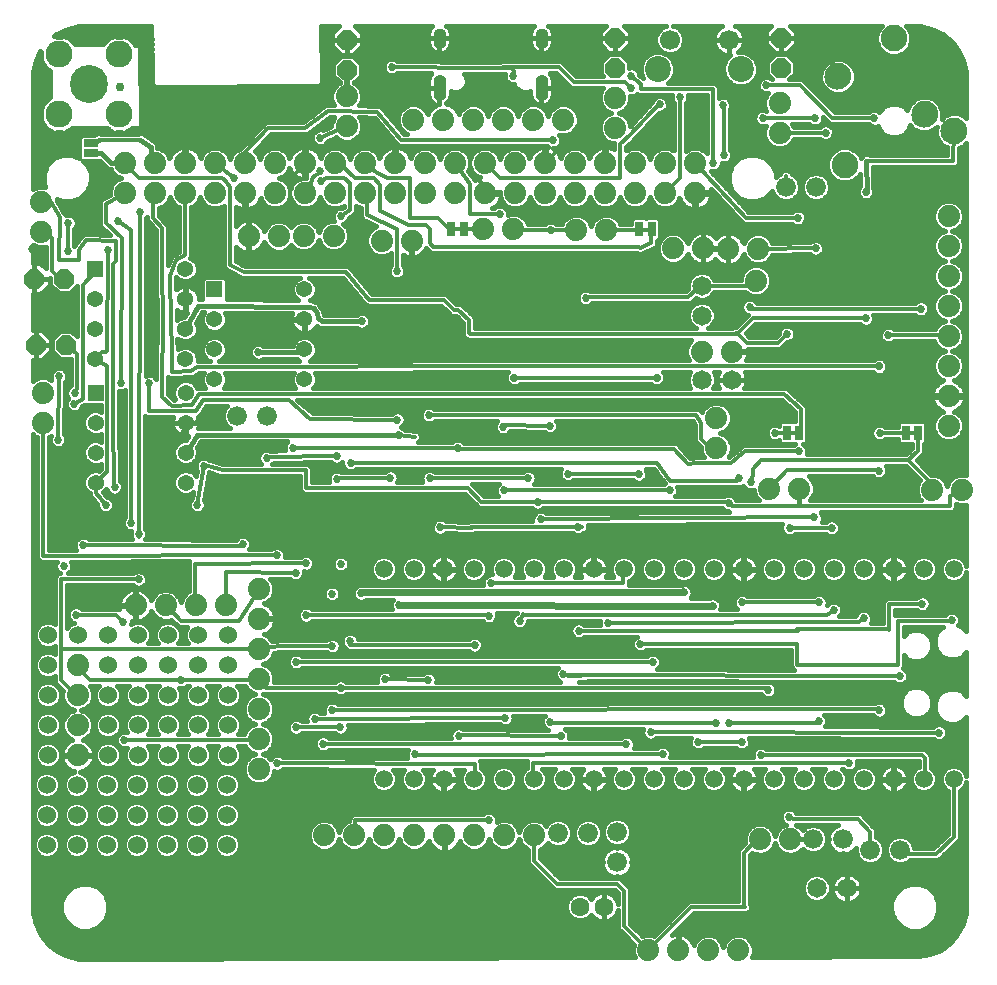
<source format=gbl>
G75*
%MOIN*%
%OFA0B0*%
%FSLAX25Y25*%
%IPPOS*%
%LPD*%
%AMOC8*
5,1,8,0,0,1.08239X$1,22.5*
%
%ADD10C,0.07400*%
%ADD11C,0.09000*%
%ADD12C,0.12661*%
%ADD13OC8,0.06600*%
%ADD14C,0.05906*%
%ADD15C,0.06500*%
%ADD16C,0.06600*%
%ADD17R,0.05400X0.05400*%
%ADD18C,0.05400*%
%ADD19C,0.08850*%
%ADD20C,0.08500*%
%ADD21C,0.02975*%
%ADD22C,0.00039*%
%ADD23R,0.05000X0.02500*%
%ADD24R,0.02600X0.05000*%
%ADD25C,0.00050*%
%ADD26C,0.06299*%
%ADD27C,0.08661*%
%ADD28C,0.06693*%
%ADD29C,0.01600*%
%ADD30C,0.02700*%
%ADD31C,0.01200*%
%ADD32C,0.02000*%
%ADD33C,0.03000*%
%ADD34OC8,0.02700*%
%ADD35C,0.02400*%
%ADD36C,0.06000*%
D10*
X0059835Y0099628D03*
X0059835Y0109628D03*
X0059835Y0119628D03*
X0059835Y0129628D03*
X0079135Y0149628D03*
X0089135Y0149628D03*
X0099135Y0149628D03*
X0109135Y0149628D03*
X0120235Y0145128D03*
X0120235Y0135128D03*
X0120235Y0125128D03*
X0120235Y0115128D03*
X0120235Y0105128D03*
X0120235Y0095128D03*
X0142035Y0072928D03*
X0152035Y0072928D03*
X0162035Y0072928D03*
X0172035Y0072928D03*
X0182035Y0072928D03*
X0192035Y0072928D03*
X0202035Y0072928D03*
X0212035Y0072928D03*
X0250035Y0034628D03*
X0260035Y0034628D03*
X0270035Y0034628D03*
X0280035Y0034628D03*
X0287335Y0071628D03*
X0297335Y0071628D03*
X0344635Y0188128D03*
X0354635Y0188128D03*
X0350135Y0209428D03*
X0350135Y0219428D03*
X0350135Y0229428D03*
X0350135Y0239428D03*
X0350135Y0249428D03*
X0350135Y0259428D03*
X0350135Y0269428D03*
X0350135Y0279428D03*
X0293785Y0307028D03*
X0293785Y0317028D03*
X0265645Y0297064D03*
X0255645Y0297064D03*
X0245645Y0297064D03*
X0235645Y0297064D03*
X0225645Y0297064D03*
X0215645Y0297064D03*
X0205645Y0297064D03*
X0195645Y0297064D03*
X0185645Y0297064D03*
X0175645Y0297064D03*
X0165645Y0297064D03*
X0155645Y0297064D03*
X0145645Y0297064D03*
X0135645Y0297064D03*
X0125645Y0297064D03*
X0115645Y0297064D03*
X0105645Y0297064D03*
X0095645Y0297064D03*
X0085645Y0297064D03*
X0075645Y0297064D03*
X0075645Y0287064D03*
X0085645Y0287064D03*
X0095645Y0287064D03*
X0105645Y0287064D03*
X0115645Y0287064D03*
X0125645Y0287064D03*
X0135645Y0287064D03*
X0145645Y0287064D03*
X0155645Y0287064D03*
X0165645Y0287064D03*
X0175645Y0287064D03*
X0185645Y0287064D03*
X0195645Y0287064D03*
X0205645Y0287064D03*
X0215645Y0287064D03*
X0225645Y0287064D03*
X0235645Y0287064D03*
X0245645Y0287064D03*
X0255645Y0287064D03*
X0265645Y0287064D03*
X0268335Y0268628D03*
X0276635Y0268528D03*
X0286635Y0268528D03*
X0285935Y0257828D03*
X0277835Y0234228D03*
X0267835Y0234228D03*
X0272735Y0212028D03*
X0272735Y0202028D03*
X0290435Y0188528D03*
X0300435Y0188528D03*
X0258335Y0268628D03*
X0236035Y0274728D03*
X0226035Y0274728D03*
X0205035Y0275028D03*
X0195035Y0275028D03*
X0171135Y0271228D03*
X0161135Y0271228D03*
X0145135Y0272728D03*
X0135135Y0272728D03*
X0126835Y0272628D03*
X0116835Y0272628D03*
X0149535Y0309278D03*
X0149535Y0319278D03*
X0171735Y0311528D03*
X0181735Y0311528D03*
X0191735Y0311528D03*
X0201735Y0311528D03*
X0211735Y0311528D03*
X0221735Y0311528D03*
X0238935Y0308828D03*
X0238935Y0318828D03*
X0120235Y0155128D03*
X0048335Y0210528D03*
X0048335Y0220528D03*
X0047735Y0274128D03*
X0047735Y0284128D03*
D11*
X0053627Y0313334D03*
X0053627Y0313334D03*
X0073627Y0313334D03*
X0073627Y0313334D03*
X0073627Y0333334D03*
X0073627Y0333334D03*
X0053627Y0333334D03*
X0053627Y0333334D03*
D12*
X0063627Y0323334D03*
D13*
X0055435Y0258528D03*
X0045435Y0258528D03*
X0045835Y0236428D03*
X0055835Y0236428D03*
X0149635Y0328178D03*
X0149635Y0338178D03*
X0238885Y0338728D03*
X0238885Y0328728D03*
X0294235Y0328828D03*
X0294235Y0338828D03*
D14*
X0291835Y0161728D03*
X0281835Y0161728D03*
X0271835Y0161728D03*
X0261835Y0161728D03*
X0251835Y0161728D03*
X0241835Y0161728D03*
X0231835Y0161728D03*
X0221835Y0161728D03*
X0211835Y0161728D03*
X0201835Y0161728D03*
X0191835Y0161728D03*
X0181835Y0161728D03*
X0171835Y0161728D03*
X0161835Y0161728D03*
X0161835Y0091728D03*
X0171835Y0091728D03*
X0181835Y0091728D03*
X0191835Y0091728D03*
X0201835Y0091728D03*
X0211835Y0091728D03*
X0221835Y0091728D03*
X0231835Y0091728D03*
X0241835Y0091728D03*
X0251835Y0091728D03*
X0261835Y0091728D03*
X0271835Y0091728D03*
X0281835Y0091728D03*
X0291835Y0091728D03*
X0301835Y0091728D03*
X0311835Y0091728D03*
X0321835Y0091728D03*
X0331835Y0091728D03*
X0341835Y0091728D03*
X0351835Y0091728D03*
X0351835Y0161728D03*
X0341835Y0161728D03*
X0331835Y0161728D03*
X0321835Y0161728D03*
X0311835Y0161728D03*
X0301835Y0161728D03*
D15*
X0277835Y0224728D03*
X0267835Y0224728D03*
X0267835Y0246228D03*
X0267835Y0256228D03*
X0306135Y0055328D03*
X0316135Y0055328D03*
D16*
X0324035Y0068028D03*
X0324035Y0068028D03*
X0315035Y0071628D03*
X0315035Y0071628D03*
X0305035Y0071628D03*
X0305035Y0071628D03*
X0334035Y0068028D03*
X0334035Y0068028D03*
X0239635Y0064028D03*
X0239635Y0064028D03*
X0239635Y0074028D03*
X0239635Y0074028D03*
X0229935Y0073628D03*
X0229935Y0073628D03*
X0219935Y0073628D03*
X0219935Y0073628D03*
X0122935Y0212828D03*
X0122935Y0212828D03*
X0112935Y0212828D03*
X0112935Y0212828D03*
X0295835Y0289028D03*
X0295835Y0289028D03*
X0305835Y0289028D03*
X0305835Y0289028D03*
D17*
X0105435Y0254928D03*
X0065735Y0261728D03*
X0065835Y0220528D03*
D18*
X0065835Y0210528D03*
X0065835Y0200528D03*
X0065835Y0190528D03*
X0095835Y0190528D03*
X0095835Y0200528D03*
X0095835Y0210528D03*
X0095835Y0220528D03*
X0105435Y0224928D03*
X0105435Y0234928D03*
X0105435Y0244928D03*
X0095735Y0241728D03*
X0095735Y0231728D03*
X0095735Y0251728D03*
X0095735Y0261728D03*
X0065735Y0251728D03*
X0065735Y0241728D03*
X0065735Y0231728D03*
X0135435Y0234928D03*
X0135435Y0244928D03*
X0135435Y0254928D03*
X0135435Y0224928D03*
D19*
X0313435Y0325928D03*
X0331935Y0338728D03*
X0342135Y0313328D03*
X0352035Y0307828D03*
X0315535Y0296428D03*
D20*
X0315535Y0296528D03*
X0313035Y0325828D03*
X0332035Y0338728D03*
X0341935Y0313028D03*
X0351635Y0307628D03*
D21*
X0214435Y0320743D02*
X0214435Y0323717D01*
X0214435Y0337199D02*
X0214435Y0340174D01*
X0180435Y0340174D02*
X0180435Y0337199D01*
X0180435Y0323717D02*
X0180435Y0320743D01*
D22*
X0182403Y0320757D02*
X0178466Y0320757D01*
X0178466Y0320795D02*
X0182403Y0320795D01*
X0182403Y0320833D02*
X0178466Y0320833D01*
X0178466Y0320870D02*
X0182403Y0320870D01*
X0182403Y0320908D02*
X0178466Y0320908D01*
X0178466Y0320946D02*
X0182403Y0320946D01*
X0182403Y0320984D02*
X0178466Y0320984D01*
X0178466Y0321022D02*
X0182403Y0321022D01*
X0182403Y0321060D02*
X0178466Y0321060D01*
X0178466Y0321098D02*
X0182403Y0321098D01*
X0182403Y0321136D02*
X0178466Y0321136D01*
X0178466Y0321173D02*
X0182403Y0321173D01*
X0182403Y0321211D02*
X0178466Y0321211D01*
X0178466Y0321249D02*
X0182403Y0321249D01*
X0182403Y0321287D02*
X0178466Y0321287D01*
X0178466Y0321325D02*
X0182403Y0321325D01*
X0182403Y0321363D02*
X0178466Y0321363D01*
X0178466Y0321401D02*
X0182403Y0321401D01*
X0182403Y0321439D02*
X0178466Y0321439D01*
X0178466Y0321477D02*
X0182403Y0321477D01*
X0182403Y0321514D02*
X0178466Y0321514D01*
X0178466Y0321552D02*
X0182403Y0321552D01*
X0182403Y0321590D02*
X0178466Y0321590D01*
X0178466Y0321628D02*
X0182403Y0321628D01*
X0182403Y0321666D02*
X0178466Y0321666D01*
X0178466Y0321704D02*
X0182403Y0321704D01*
X0182403Y0321742D02*
X0178466Y0321742D01*
X0178466Y0321780D02*
X0182403Y0321780D01*
X0182403Y0321817D02*
X0178466Y0321817D01*
X0178466Y0321855D02*
X0182403Y0321855D01*
X0182403Y0321893D02*
X0178466Y0321893D01*
X0178466Y0321931D02*
X0182403Y0321931D01*
X0182403Y0321969D02*
X0178466Y0321969D01*
X0178466Y0322007D02*
X0182403Y0322007D01*
X0182403Y0322045D02*
X0178466Y0322045D01*
X0178466Y0322083D02*
X0182403Y0322083D01*
X0182403Y0322121D02*
X0178466Y0322121D01*
X0178466Y0322158D02*
X0182403Y0322158D01*
X0182403Y0322196D02*
X0178466Y0322196D01*
X0178466Y0322234D02*
X0182403Y0322234D01*
X0182403Y0322272D02*
X0178466Y0322272D01*
X0178466Y0322310D02*
X0182403Y0322310D01*
X0182403Y0322348D02*
X0178466Y0322348D01*
X0178466Y0322386D02*
X0182403Y0322386D01*
X0182403Y0322424D02*
X0178466Y0322424D01*
X0178466Y0322461D02*
X0182403Y0322461D01*
X0182403Y0322499D02*
X0178466Y0322499D01*
X0178466Y0322537D02*
X0182403Y0322537D01*
X0182403Y0322575D02*
X0178466Y0322575D01*
X0178466Y0322613D02*
X0182403Y0322613D01*
X0182403Y0322651D02*
X0178466Y0322651D01*
X0178466Y0322689D02*
X0182403Y0322689D01*
X0182403Y0322727D02*
X0178466Y0322727D01*
X0178466Y0322764D02*
X0182403Y0322764D01*
X0182403Y0322802D02*
X0178466Y0322802D01*
X0178466Y0322840D02*
X0182403Y0322840D01*
X0182403Y0322878D02*
X0178466Y0322878D01*
X0178466Y0322916D02*
X0182403Y0322916D01*
X0182403Y0322954D02*
X0178466Y0322954D01*
X0178466Y0322992D02*
X0182403Y0322992D01*
X0182403Y0323030D02*
X0178466Y0323030D01*
X0178466Y0323068D02*
X0182403Y0323068D01*
X0182403Y0323105D02*
X0178466Y0323105D01*
X0178466Y0323143D02*
X0182403Y0323143D01*
X0182403Y0323181D02*
X0178466Y0323181D01*
X0178466Y0323219D02*
X0182403Y0323219D01*
X0182403Y0323257D02*
X0178466Y0323257D01*
X0178466Y0323295D02*
X0182403Y0323295D01*
X0182403Y0323333D02*
X0178466Y0323333D01*
X0178466Y0323371D02*
X0182403Y0323371D01*
X0182403Y0323408D02*
X0178466Y0323408D01*
X0178466Y0323446D02*
X0182403Y0323446D01*
X0182403Y0323484D02*
X0178466Y0323484D01*
X0178466Y0323522D02*
X0182403Y0323522D01*
X0182403Y0323560D02*
X0178466Y0323560D01*
X0178466Y0323598D02*
X0182403Y0323598D01*
X0182403Y0323636D02*
X0178466Y0323636D01*
X0178466Y0323674D02*
X0182403Y0323674D01*
X0182403Y0323712D02*
X0178466Y0323712D01*
X0178466Y0323749D02*
X0182403Y0323749D01*
X0182403Y0323787D02*
X0178466Y0323787D01*
X0178466Y0323825D02*
X0182403Y0323825D01*
X0182403Y0323863D02*
X0178466Y0323863D01*
X0178466Y0323901D02*
X0182403Y0323901D01*
X0182403Y0323939D02*
X0178466Y0323939D01*
X0178466Y0323977D02*
X0182403Y0323977D01*
X0182403Y0324015D02*
X0178466Y0324015D01*
X0178466Y0324052D02*
X0182403Y0324052D01*
X0182403Y0324090D02*
X0178466Y0324090D01*
X0178466Y0324128D02*
X0182403Y0324128D01*
X0182403Y0324166D02*
X0178466Y0324166D01*
X0178466Y0324204D02*
X0182403Y0324204D01*
X0182403Y0324242D02*
X0178466Y0324242D01*
X0178466Y0324280D02*
X0182403Y0324280D01*
X0182403Y0324318D02*
X0178466Y0324318D01*
X0178466Y0324356D02*
X0182403Y0324356D01*
X0182403Y0324393D02*
X0178466Y0324393D01*
X0178466Y0324395D02*
X0178466Y0320065D01*
X0178516Y0319627D01*
X0178661Y0319211D01*
X0178896Y0318837D01*
X0179207Y0318526D01*
X0179581Y0318291D01*
X0179997Y0318146D01*
X0180435Y0318096D01*
X0180873Y0318146D01*
X0181289Y0318291D01*
X0181662Y0318526D01*
X0181974Y0318837D01*
X0182208Y0319211D01*
X0182354Y0319627D01*
X0182403Y0320065D01*
X0182403Y0324395D01*
X0182354Y0324833D01*
X0182208Y0325249D01*
X0181974Y0325623D01*
X0181662Y0325934D01*
X0181289Y0326169D01*
X0180873Y0326315D01*
X0180435Y0326364D01*
X0179997Y0326315D01*
X0179581Y0326169D01*
X0179207Y0325934D01*
X0178896Y0325623D01*
X0178661Y0325249D01*
X0178516Y0324833D01*
X0178466Y0324395D01*
X0178470Y0324431D02*
X0182399Y0324431D01*
X0182395Y0324469D02*
X0178475Y0324469D01*
X0178479Y0324507D02*
X0182391Y0324507D01*
X0182386Y0324545D02*
X0178483Y0324545D01*
X0178487Y0324583D02*
X0182382Y0324583D01*
X0182378Y0324621D02*
X0178492Y0324621D01*
X0178496Y0324659D02*
X0182374Y0324659D01*
X0182369Y0324696D02*
X0178500Y0324696D01*
X0178504Y0324734D02*
X0182365Y0324734D01*
X0182361Y0324772D02*
X0178509Y0324772D01*
X0178513Y0324810D02*
X0182357Y0324810D01*
X0182349Y0324848D02*
X0178521Y0324848D01*
X0178534Y0324886D02*
X0182336Y0324886D01*
X0182322Y0324924D02*
X0178547Y0324924D01*
X0178560Y0324962D02*
X0182309Y0324962D01*
X0182296Y0324999D02*
X0178574Y0324999D01*
X0178587Y0325037D02*
X0182283Y0325037D01*
X0182269Y0325075D02*
X0178600Y0325075D01*
X0178613Y0325113D02*
X0182256Y0325113D01*
X0182243Y0325151D02*
X0178627Y0325151D01*
X0178640Y0325189D02*
X0182230Y0325189D01*
X0182216Y0325227D02*
X0178653Y0325227D01*
X0178671Y0325265D02*
X0182199Y0325265D01*
X0182175Y0325303D02*
X0178695Y0325303D01*
X0178718Y0325340D02*
X0182151Y0325340D01*
X0182127Y0325378D02*
X0178742Y0325378D01*
X0178766Y0325416D02*
X0182104Y0325416D01*
X0182080Y0325454D02*
X0178790Y0325454D01*
X0178814Y0325492D02*
X0182056Y0325492D01*
X0182032Y0325530D02*
X0178837Y0325530D01*
X0178861Y0325568D02*
X0182008Y0325568D01*
X0181985Y0325606D02*
X0178885Y0325606D01*
X0178916Y0325643D02*
X0181953Y0325643D01*
X0181915Y0325681D02*
X0178954Y0325681D01*
X0178992Y0325719D02*
X0181877Y0325719D01*
X0181839Y0325757D02*
X0179030Y0325757D01*
X0179068Y0325795D02*
X0181801Y0325795D01*
X0181764Y0325833D02*
X0179106Y0325833D01*
X0179144Y0325871D02*
X0181726Y0325871D01*
X0181688Y0325909D02*
X0179182Y0325909D01*
X0179227Y0325947D02*
X0181643Y0325947D01*
X0181582Y0325984D02*
X0179287Y0325984D01*
X0179347Y0326022D02*
X0181522Y0326022D01*
X0181462Y0326060D02*
X0179408Y0326060D01*
X0179468Y0326098D02*
X0181402Y0326098D01*
X0181341Y0326136D02*
X0179528Y0326136D01*
X0179595Y0326174D02*
X0181275Y0326174D01*
X0181167Y0326212D02*
X0179703Y0326212D01*
X0179811Y0326250D02*
X0181058Y0326250D01*
X0180950Y0326287D02*
X0179919Y0326287D01*
X0180093Y0326325D02*
X0180777Y0326325D01*
X0180440Y0326363D02*
X0180429Y0326363D01*
X0178466Y0320719D02*
X0182403Y0320719D01*
X0182403Y0320681D02*
X0178466Y0320681D01*
X0178466Y0320643D02*
X0182403Y0320643D01*
X0182403Y0320605D02*
X0178466Y0320605D01*
X0178466Y0320567D02*
X0182403Y0320567D01*
X0182403Y0320529D02*
X0178466Y0320529D01*
X0178466Y0320492D02*
X0182403Y0320492D01*
X0182403Y0320454D02*
X0178466Y0320454D01*
X0178466Y0320416D02*
X0182403Y0320416D01*
X0182403Y0320378D02*
X0178466Y0320378D01*
X0178466Y0320340D02*
X0182403Y0320340D01*
X0182403Y0320302D02*
X0178466Y0320302D01*
X0178466Y0320264D02*
X0182403Y0320264D01*
X0182403Y0320226D02*
X0178466Y0320226D01*
X0178466Y0320189D02*
X0182403Y0320189D01*
X0182403Y0320151D02*
X0178466Y0320151D01*
X0178466Y0320113D02*
X0182403Y0320113D01*
X0182403Y0320075D02*
X0178466Y0320075D01*
X0178469Y0320037D02*
X0182400Y0320037D01*
X0182396Y0319999D02*
X0178474Y0319999D01*
X0178478Y0319961D02*
X0182392Y0319961D01*
X0182387Y0319923D02*
X0178482Y0319923D01*
X0178486Y0319886D02*
X0182383Y0319886D01*
X0182379Y0319848D02*
X0178491Y0319848D01*
X0178495Y0319810D02*
X0182375Y0319810D01*
X0182370Y0319772D02*
X0178499Y0319772D01*
X0178503Y0319734D02*
X0182366Y0319734D01*
X0182362Y0319696D02*
X0178508Y0319696D01*
X0178512Y0319658D02*
X0182357Y0319658D01*
X0182352Y0319620D02*
X0178518Y0319620D01*
X0178531Y0319582D02*
X0182338Y0319582D01*
X0182325Y0319545D02*
X0178544Y0319545D01*
X0178558Y0319507D02*
X0182312Y0319507D01*
X0182299Y0319469D02*
X0178571Y0319469D01*
X0178584Y0319431D02*
X0182285Y0319431D01*
X0182272Y0319393D02*
X0178597Y0319393D01*
X0178611Y0319355D02*
X0182259Y0319355D01*
X0182246Y0319317D02*
X0178624Y0319317D01*
X0178637Y0319279D02*
X0182232Y0319279D01*
X0182219Y0319242D02*
X0178650Y0319242D01*
X0178666Y0319204D02*
X0182204Y0319204D01*
X0182180Y0319166D02*
X0178689Y0319166D01*
X0178713Y0319128D02*
X0182156Y0319128D01*
X0182133Y0319090D02*
X0178737Y0319090D01*
X0178761Y0319052D02*
X0182109Y0319052D01*
X0182085Y0319014D02*
X0178785Y0319014D01*
X0178808Y0318976D02*
X0182061Y0318976D01*
X0182037Y0318938D02*
X0178832Y0318938D01*
X0178856Y0318901D02*
X0182014Y0318901D01*
X0181990Y0318863D02*
X0178880Y0318863D01*
X0178908Y0318825D02*
X0181961Y0318825D01*
X0181923Y0318787D02*
X0178946Y0318787D01*
X0178984Y0318749D02*
X0181886Y0318749D01*
X0181848Y0318711D02*
X0179022Y0318711D01*
X0179060Y0318673D02*
X0181810Y0318673D01*
X0181772Y0318635D02*
X0179098Y0318635D01*
X0179135Y0318598D02*
X0181734Y0318598D01*
X0181696Y0318560D02*
X0179173Y0318560D01*
X0179214Y0318522D02*
X0181656Y0318522D01*
X0181596Y0318484D02*
X0179274Y0318484D01*
X0179334Y0318446D02*
X0181535Y0318446D01*
X0181475Y0318408D02*
X0179394Y0318408D01*
X0179455Y0318370D02*
X0181415Y0318370D01*
X0181355Y0318332D02*
X0179515Y0318332D01*
X0179575Y0318294D02*
X0181294Y0318294D01*
X0181190Y0318257D02*
X0179679Y0318257D01*
X0179787Y0318219D02*
X0181082Y0318219D01*
X0180974Y0318181D02*
X0179896Y0318181D01*
X0180019Y0318143D02*
X0180850Y0318143D01*
X0180514Y0318105D02*
X0180355Y0318105D01*
X0180435Y0335537D02*
X0180873Y0335586D01*
X0181289Y0335732D01*
X0181662Y0335967D01*
X0181974Y0336278D01*
X0182208Y0336652D01*
X0182354Y0337068D01*
X0182403Y0337506D01*
X0182403Y0339868D01*
X0182354Y0340306D01*
X0182208Y0340722D01*
X0181974Y0341095D01*
X0181662Y0341407D01*
X0181289Y0341641D01*
X0180873Y0341787D01*
X0180435Y0341836D01*
X0179997Y0341787D01*
X0179581Y0341641D01*
X0179207Y0341407D01*
X0178896Y0341095D01*
X0178661Y0340722D01*
X0178516Y0340306D01*
X0178466Y0339868D01*
X0178466Y0337506D01*
X0178516Y0337068D01*
X0178661Y0336652D01*
X0178896Y0336278D01*
X0179207Y0335967D01*
X0179581Y0335732D01*
X0179997Y0335586D01*
X0180435Y0335537D01*
X0180157Y0335568D02*
X0180713Y0335568D01*
X0180929Y0335606D02*
X0179940Y0335606D01*
X0179832Y0335644D02*
X0181038Y0335644D01*
X0181146Y0335682D02*
X0179723Y0335682D01*
X0179615Y0335720D02*
X0181254Y0335720D01*
X0181330Y0335758D02*
X0179540Y0335758D01*
X0179479Y0335796D02*
X0181390Y0335796D01*
X0181450Y0335834D02*
X0179419Y0335834D01*
X0179359Y0335871D02*
X0181511Y0335871D01*
X0181571Y0335909D02*
X0179298Y0335909D01*
X0179238Y0335947D02*
X0181631Y0335947D01*
X0181681Y0335985D02*
X0179189Y0335985D01*
X0179151Y0336023D02*
X0181719Y0336023D01*
X0181756Y0336061D02*
X0179113Y0336061D01*
X0179075Y0336099D02*
X0181794Y0336099D01*
X0181832Y0336137D02*
X0179037Y0336137D01*
X0178999Y0336175D02*
X0181870Y0336175D01*
X0181908Y0336212D02*
X0178962Y0336212D01*
X0178924Y0336250D02*
X0181946Y0336250D01*
X0181980Y0336288D02*
X0178889Y0336288D01*
X0178866Y0336326D02*
X0182004Y0336326D01*
X0182028Y0336364D02*
X0178842Y0336364D01*
X0178818Y0336402D02*
X0182051Y0336402D01*
X0182075Y0336440D02*
X0178794Y0336440D01*
X0178770Y0336478D02*
X0182099Y0336478D01*
X0182123Y0336515D02*
X0178747Y0336515D01*
X0178723Y0336553D02*
X0182147Y0336553D01*
X0182170Y0336591D02*
X0178699Y0336591D01*
X0178675Y0336629D02*
X0182194Y0336629D01*
X0182214Y0336667D02*
X0178656Y0336667D01*
X0178643Y0336705D02*
X0182227Y0336705D01*
X0182240Y0336743D02*
X0178629Y0336743D01*
X0178616Y0336781D02*
X0182253Y0336781D01*
X0182267Y0336818D02*
X0178603Y0336818D01*
X0178589Y0336856D02*
X0182280Y0336856D01*
X0182293Y0336894D02*
X0178576Y0336894D01*
X0178563Y0336932D02*
X0182306Y0336932D01*
X0182320Y0336970D02*
X0178550Y0336970D01*
X0178536Y0337008D02*
X0182333Y0337008D01*
X0182346Y0337046D02*
X0178523Y0337046D01*
X0178514Y0337084D02*
X0182356Y0337084D01*
X0182360Y0337122D02*
X0178510Y0337122D01*
X0178505Y0337159D02*
X0182364Y0337159D01*
X0182369Y0337197D02*
X0178501Y0337197D01*
X0178497Y0337235D02*
X0182373Y0337235D01*
X0182377Y0337273D02*
X0178492Y0337273D01*
X0178488Y0337311D02*
X0182381Y0337311D01*
X0182386Y0337349D02*
X0178484Y0337349D01*
X0178480Y0337387D02*
X0182390Y0337387D01*
X0182394Y0337425D02*
X0178475Y0337425D01*
X0178471Y0337462D02*
X0182398Y0337462D01*
X0182403Y0337500D02*
X0178467Y0337500D01*
X0178466Y0337538D02*
X0182403Y0337538D01*
X0182403Y0337576D02*
X0178466Y0337576D01*
X0178466Y0337614D02*
X0182403Y0337614D01*
X0182403Y0337652D02*
X0178466Y0337652D01*
X0178466Y0337690D02*
X0182403Y0337690D01*
X0182403Y0337728D02*
X0178466Y0337728D01*
X0178466Y0337766D02*
X0182403Y0337766D01*
X0182403Y0337803D02*
X0178466Y0337803D01*
X0178466Y0337841D02*
X0182403Y0337841D01*
X0182403Y0337879D02*
X0178466Y0337879D01*
X0178466Y0337917D02*
X0182403Y0337917D01*
X0182403Y0337955D02*
X0178466Y0337955D01*
X0178466Y0337993D02*
X0182403Y0337993D01*
X0182403Y0338031D02*
X0178466Y0338031D01*
X0178466Y0338069D02*
X0182403Y0338069D01*
X0182403Y0338106D02*
X0178466Y0338106D01*
X0178466Y0338144D02*
X0182403Y0338144D01*
X0182403Y0338182D02*
X0178466Y0338182D01*
X0178466Y0338220D02*
X0182403Y0338220D01*
X0182403Y0338258D02*
X0178466Y0338258D01*
X0178466Y0338296D02*
X0182403Y0338296D01*
X0182403Y0338334D02*
X0178466Y0338334D01*
X0178466Y0338372D02*
X0182403Y0338372D01*
X0182403Y0338410D02*
X0178466Y0338410D01*
X0178466Y0338447D02*
X0182403Y0338447D01*
X0182403Y0338485D02*
X0178466Y0338485D01*
X0178466Y0338523D02*
X0182403Y0338523D01*
X0182403Y0338561D02*
X0178466Y0338561D01*
X0178466Y0338599D02*
X0182403Y0338599D01*
X0182403Y0338637D02*
X0178466Y0338637D01*
X0178466Y0338675D02*
X0182403Y0338675D01*
X0182403Y0338713D02*
X0178466Y0338713D01*
X0178466Y0338750D02*
X0182403Y0338750D01*
X0182403Y0338788D02*
X0178466Y0338788D01*
X0178466Y0338826D02*
X0182403Y0338826D01*
X0182403Y0338864D02*
X0178466Y0338864D01*
X0178466Y0338902D02*
X0182403Y0338902D01*
X0182403Y0338940D02*
X0178466Y0338940D01*
X0178466Y0338978D02*
X0182403Y0338978D01*
X0182403Y0339016D02*
X0178466Y0339016D01*
X0178466Y0339053D02*
X0182403Y0339053D01*
X0182403Y0339091D02*
X0178466Y0339091D01*
X0178466Y0339129D02*
X0182403Y0339129D01*
X0182403Y0339167D02*
X0178466Y0339167D01*
X0178466Y0339205D02*
X0182403Y0339205D01*
X0182403Y0339243D02*
X0178466Y0339243D01*
X0178466Y0339281D02*
X0182403Y0339281D01*
X0182403Y0339319D02*
X0178466Y0339319D01*
X0178466Y0339357D02*
X0182403Y0339357D01*
X0182403Y0339394D02*
X0178466Y0339394D01*
X0178466Y0339432D02*
X0182403Y0339432D01*
X0182403Y0339470D02*
X0178466Y0339470D01*
X0178466Y0339508D02*
X0182403Y0339508D01*
X0182403Y0339546D02*
X0178466Y0339546D01*
X0178466Y0339584D02*
X0182403Y0339584D01*
X0182403Y0339622D02*
X0178466Y0339622D01*
X0178466Y0339660D02*
X0182403Y0339660D01*
X0182403Y0339697D02*
X0178466Y0339697D01*
X0178466Y0339735D02*
X0182403Y0339735D01*
X0182403Y0339773D02*
X0178466Y0339773D01*
X0178466Y0339811D02*
X0182403Y0339811D01*
X0182403Y0339849D02*
X0178466Y0339849D01*
X0178468Y0339887D02*
X0182401Y0339887D01*
X0182397Y0339925D02*
X0178473Y0339925D01*
X0178477Y0339963D02*
X0182393Y0339963D01*
X0182388Y0340001D02*
X0178481Y0340001D01*
X0178485Y0340038D02*
X0182384Y0340038D01*
X0182380Y0340076D02*
X0178490Y0340076D01*
X0178494Y0340114D02*
X0182375Y0340114D01*
X0182371Y0340152D02*
X0178498Y0340152D01*
X0178503Y0340190D02*
X0182367Y0340190D01*
X0182363Y0340228D02*
X0178507Y0340228D01*
X0178511Y0340266D02*
X0182358Y0340266D01*
X0182354Y0340304D02*
X0178515Y0340304D01*
X0178528Y0340341D02*
X0182341Y0340341D01*
X0182328Y0340379D02*
X0178541Y0340379D01*
X0178555Y0340417D02*
X0182315Y0340417D01*
X0182302Y0340455D02*
X0178568Y0340455D01*
X0178581Y0340493D02*
X0182288Y0340493D01*
X0182275Y0340531D02*
X0178594Y0340531D01*
X0178608Y0340569D02*
X0182262Y0340569D01*
X0182249Y0340607D02*
X0178621Y0340607D01*
X0178634Y0340645D02*
X0182235Y0340645D01*
X0182222Y0340682D02*
X0178647Y0340682D01*
X0178661Y0340720D02*
X0182209Y0340720D01*
X0182186Y0340758D02*
X0178684Y0340758D01*
X0178708Y0340796D02*
X0182162Y0340796D01*
X0182138Y0340834D02*
X0178732Y0340834D01*
X0178755Y0340872D02*
X0182114Y0340872D01*
X0182090Y0340910D02*
X0178779Y0340910D01*
X0178803Y0340948D02*
X0182067Y0340948D01*
X0182043Y0340985D02*
X0178827Y0340985D01*
X0178851Y0341023D02*
X0182019Y0341023D01*
X0181995Y0341061D02*
X0178874Y0341061D01*
X0178900Y0341099D02*
X0181970Y0341099D01*
X0181932Y0341137D02*
X0178938Y0341137D01*
X0178975Y0341175D02*
X0181894Y0341175D01*
X0181856Y0341213D02*
X0179013Y0341213D01*
X0179051Y0341251D02*
X0181818Y0341251D01*
X0181780Y0341288D02*
X0179089Y0341288D01*
X0179127Y0341326D02*
X0181743Y0341326D01*
X0181705Y0341364D02*
X0179165Y0341364D01*
X0179203Y0341402D02*
X0181667Y0341402D01*
X0181609Y0341440D02*
X0179260Y0341440D01*
X0179321Y0341478D02*
X0181549Y0341478D01*
X0181489Y0341516D02*
X0179381Y0341516D01*
X0179441Y0341554D02*
X0181428Y0341554D01*
X0181368Y0341592D02*
X0179501Y0341592D01*
X0179562Y0341629D02*
X0181308Y0341629D01*
X0181215Y0341667D02*
X0179655Y0341667D01*
X0179763Y0341705D02*
X0181106Y0341705D01*
X0180998Y0341743D02*
X0179871Y0341743D01*
X0179980Y0341781D02*
X0180890Y0341781D01*
X0180590Y0341819D02*
X0180280Y0341819D01*
X0212466Y0339868D02*
X0212466Y0337506D01*
X0212516Y0337068D01*
X0212661Y0336652D01*
X0212896Y0336278D01*
X0213207Y0335967D01*
X0213581Y0335732D01*
X0213997Y0335586D01*
X0214435Y0335537D01*
X0214873Y0335586D01*
X0215289Y0335732D01*
X0215662Y0335967D01*
X0215974Y0336278D01*
X0216208Y0336652D01*
X0216354Y0337068D01*
X0216403Y0337506D01*
X0216403Y0339868D01*
X0216354Y0340306D01*
X0216208Y0340722D01*
X0215974Y0341095D01*
X0215662Y0341407D01*
X0215289Y0341641D01*
X0214873Y0341787D01*
X0214435Y0341836D01*
X0213997Y0341787D01*
X0213581Y0341641D01*
X0213207Y0341407D01*
X0212896Y0341095D01*
X0212661Y0340722D01*
X0212516Y0340306D01*
X0212466Y0339868D01*
X0212466Y0339849D02*
X0216403Y0339849D01*
X0216403Y0339811D02*
X0212466Y0339811D01*
X0212466Y0339773D02*
X0216403Y0339773D01*
X0216403Y0339735D02*
X0212466Y0339735D01*
X0212466Y0339697D02*
X0216403Y0339697D01*
X0216403Y0339660D02*
X0212466Y0339660D01*
X0212466Y0339622D02*
X0216403Y0339622D01*
X0216403Y0339584D02*
X0212466Y0339584D01*
X0212466Y0339546D02*
X0216403Y0339546D01*
X0216403Y0339508D02*
X0212466Y0339508D01*
X0212466Y0339470D02*
X0216403Y0339470D01*
X0216403Y0339432D02*
X0212466Y0339432D01*
X0212466Y0339394D02*
X0216403Y0339394D01*
X0216403Y0339357D02*
X0212466Y0339357D01*
X0212466Y0339319D02*
X0216403Y0339319D01*
X0216403Y0339281D02*
X0212466Y0339281D01*
X0212466Y0339243D02*
X0216403Y0339243D01*
X0216403Y0339205D02*
X0212466Y0339205D01*
X0212466Y0339167D02*
X0216403Y0339167D01*
X0216403Y0339129D02*
X0212466Y0339129D01*
X0212466Y0339091D02*
X0216403Y0339091D01*
X0216403Y0339053D02*
X0212466Y0339053D01*
X0212466Y0339016D02*
X0216403Y0339016D01*
X0216403Y0338978D02*
X0212466Y0338978D01*
X0212466Y0338940D02*
X0216403Y0338940D01*
X0216403Y0338902D02*
X0212466Y0338902D01*
X0212466Y0338864D02*
X0216403Y0338864D01*
X0216403Y0338826D02*
X0212466Y0338826D01*
X0212466Y0338788D02*
X0216403Y0338788D01*
X0216403Y0338750D02*
X0212466Y0338750D01*
X0212466Y0338713D02*
X0216403Y0338713D01*
X0216403Y0338675D02*
X0212466Y0338675D01*
X0212466Y0338637D02*
X0216403Y0338637D01*
X0216403Y0338599D02*
X0212466Y0338599D01*
X0212466Y0338561D02*
X0216403Y0338561D01*
X0216403Y0338523D02*
X0212466Y0338523D01*
X0212466Y0338485D02*
X0216403Y0338485D01*
X0216403Y0338447D02*
X0212466Y0338447D01*
X0212466Y0338410D02*
X0216403Y0338410D01*
X0216403Y0338372D02*
X0212466Y0338372D01*
X0212466Y0338334D02*
X0216403Y0338334D01*
X0216403Y0338296D02*
X0212466Y0338296D01*
X0212466Y0338258D02*
X0216403Y0338258D01*
X0216403Y0338220D02*
X0212466Y0338220D01*
X0212466Y0338182D02*
X0216403Y0338182D01*
X0216403Y0338144D02*
X0212466Y0338144D01*
X0212466Y0338106D02*
X0216403Y0338106D01*
X0216403Y0338069D02*
X0212466Y0338069D01*
X0212466Y0338031D02*
X0216403Y0338031D01*
X0216403Y0337993D02*
X0212466Y0337993D01*
X0212466Y0337955D02*
X0216403Y0337955D01*
X0216403Y0337917D02*
X0212466Y0337917D01*
X0212466Y0337879D02*
X0216403Y0337879D01*
X0216403Y0337841D02*
X0212466Y0337841D01*
X0212466Y0337803D02*
X0216403Y0337803D01*
X0216403Y0337766D02*
X0212466Y0337766D01*
X0212466Y0337728D02*
X0216403Y0337728D01*
X0216403Y0337690D02*
X0212466Y0337690D01*
X0212466Y0337652D02*
X0216403Y0337652D01*
X0216403Y0337614D02*
X0212466Y0337614D01*
X0212466Y0337576D02*
X0216403Y0337576D01*
X0216403Y0337538D02*
X0212466Y0337538D01*
X0212467Y0337500D02*
X0216403Y0337500D01*
X0216398Y0337462D02*
X0212471Y0337462D01*
X0212475Y0337425D02*
X0216394Y0337425D01*
X0216390Y0337387D02*
X0212480Y0337387D01*
X0212484Y0337349D02*
X0216386Y0337349D01*
X0216381Y0337311D02*
X0212488Y0337311D01*
X0212492Y0337273D02*
X0216377Y0337273D01*
X0216373Y0337235D02*
X0212497Y0337235D01*
X0212501Y0337197D02*
X0216369Y0337197D01*
X0216364Y0337159D02*
X0212505Y0337159D01*
X0212510Y0337122D02*
X0216360Y0337122D01*
X0216356Y0337084D02*
X0212514Y0337084D01*
X0212523Y0337046D02*
X0216346Y0337046D01*
X0216333Y0337008D02*
X0212536Y0337008D01*
X0212550Y0336970D02*
X0216320Y0336970D01*
X0216306Y0336932D02*
X0212563Y0336932D01*
X0212576Y0336894D02*
X0216293Y0336894D01*
X0216280Y0336856D02*
X0212589Y0336856D01*
X0212603Y0336818D02*
X0216267Y0336818D01*
X0216253Y0336781D02*
X0212616Y0336781D01*
X0212629Y0336743D02*
X0216240Y0336743D01*
X0216227Y0336705D02*
X0212643Y0336705D01*
X0212656Y0336667D02*
X0216214Y0336667D01*
X0216194Y0336629D02*
X0212675Y0336629D01*
X0212699Y0336591D02*
X0216170Y0336591D01*
X0216147Y0336553D02*
X0212723Y0336553D01*
X0212747Y0336515D02*
X0216123Y0336515D01*
X0216099Y0336478D02*
X0212770Y0336478D01*
X0212794Y0336440D02*
X0216075Y0336440D01*
X0216051Y0336402D02*
X0212818Y0336402D01*
X0212842Y0336364D02*
X0216028Y0336364D01*
X0216004Y0336326D02*
X0212866Y0336326D01*
X0212889Y0336288D02*
X0215980Y0336288D01*
X0215946Y0336250D02*
X0212924Y0336250D01*
X0212962Y0336212D02*
X0215908Y0336212D01*
X0215870Y0336175D02*
X0212999Y0336175D01*
X0213037Y0336137D02*
X0215832Y0336137D01*
X0215794Y0336099D02*
X0213075Y0336099D01*
X0213113Y0336061D02*
X0215756Y0336061D01*
X0215719Y0336023D02*
X0213151Y0336023D01*
X0213189Y0335985D02*
X0215681Y0335985D01*
X0215631Y0335947D02*
X0213238Y0335947D01*
X0213298Y0335909D02*
X0215571Y0335909D01*
X0215511Y0335871D02*
X0213359Y0335871D01*
X0213419Y0335834D02*
X0215450Y0335834D01*
X0215390Y0335796D02*
X0213479Y0335796D01*
X0213540Y0335758D02*
X0215330Y0335758D01*
X0215254Y0335720D02*
X0213615Y0335720D01*
X0213723Y0335682D02*
X0215146Y0335682D01*
X0215038Y0335644D02*
X0213832Y0335644D01*
X0213940Y0335606D02*
X0214929Y0335606D01*
X0214713Y0335568D02*
X0214157Y0335568D01*
X0212468Y0339887D02*
X0216401Y0339887D01*
X0216397Y0339925D02*
X0212473Y0339925D01*
X0212477Y0339963D02*
X0216393Y0339963D01*
X0216388Y0340001D02*
X0212481Y0340001D01*
X0212485Y0340038D02*
X0216384Y0340038D01*
X0216380Y0340076D02*
X0212490Y0340076D01*
X0212494Y0340114D02*
X0216375Y0340114D01*
X0216371Y0340152D02*
X0212498Y0340152D01*
X0212503Y0340190D02*
X0216367Y0340190D01*
X0216363Y0340228D02*
X0212507Y0340228D01*
X0212511Y0340266D02*
X0216358Y0340266D01*
X0216354Y0340304D02*
X0212515Y0340304D01*
X0212528Y0340341D02*
X0216341Y0340341D01*
X0216328Y0340379D02*
X0212541Y0340379D01*
X0212555Y0340417D02*
X0216315Y0340417D01*
X0216302Y0340455D02*
X0212568Y0340455D01*
X0212581Y0340493D02*
X0216288Y0340493D01*
X0216275Y0340531D02*
X0212594Y0340531D01*
X0212608Y0340569D02*
X0216262Y0340569D01*
X0216249Y0340607D02*
X0212621Y0340607D01*
X0212634Y0340645D02*
X0216235Y0340645D01*
X0216222Y0340682D02*
X0212647Y0340682D01*
X0212661Y0340720D02*
X0216209Y0340720D01*
X0216186Y0340758D02*
X0212684Y0340758D01*
X0212708Y0340796D02*
X0216162Y0340796D01*
X0216138Y0340834D02*
X0212732Y0340834D01*
X0212755Y0340872D02*
X0216114Y0340872D01*
X0216090Y0340910D02*
X0212779Y0340910D01*
X0212803Y0340948D02*
X0216067Y0340948D01*
X0216043Y0340985D02*
X0212827Y0340985D01*
X0212851Y0341023D02*
X0216019Y0341023D01*
X0215995Y0341061D02*
X0212874Y0341061D01*
X0212900Y0341099D02*
X0215970Y0341099D01*
X0215932Y0341137D02*
X0212938Y0341137D01*
X0212975Y0341175D02*
X0215894Y0341175D01*
X0215856Y0341213D02*
X0213013Y0341213D01*
X0213051Y0341251D02*
X0215818Y0341251D01*
X0215780Y0341288D02*
X0213089Y0341288D01*
X0213127Y0341326D02*
X0215743Y0341326D01*
X0215705Y0341364D02*
X0213165Y0341364D01*
X0213203Y0341402D02*
X0215667Y0341402D01*
X0215609Y0341440D02*
X0213260Y0341440D01*
X0213321Y0341478D02*
X0215549Y0341478D01*
X0215489Y0341516D02*
X0213381Y0341516D01*
X0213441Y0341554D02*
X0215428Y0341554D01*
X0215368Y0341592D02*
X0213501Y0341592D01*
X0213562Y0341629D02*
X0215308Y0341629D01*
X0215215Y0341667D02*
X0213655Y0341667D01*
X0213763Y0341705D02*
X0215106Y0341705D01*
X0214998Y0341743D02*
X0213871Y0341743D01*
X0213980Y0341781D02*
X0214890Y0341781D01*
X0214590Y0341819D02*
X0214280Y0341819D01*
X0214435Y0326364D02*
X0213997Y0326315D01*
X0213581Y0326169D01*
X0213207Y0325934D01*
X0212896Y0325623D01*
X0212661Y0325249D01*
X0212516Y0324833D01*
X0212466Y0324395D01*
X0212466Y0320065D01*
X0212516Y0319627D01*
X0212661Y0319211D01*
X0212896Y0318837D01*
X0213207Y0318526D01*
X0213581Y0318291D01*
X0213997Y0318146D01*
X0214435Y0318096D01*
X0214873Y0318146D01*
X0215289Y0318291D01*
X0215662Y0318526D01*
X0215974Y0318837D01*
X0216208Y0319211D01*
X0216354Y0319627D01*
X0216403Y0320065D01*
X0216403Y0324395D01*
X0216354Y0324833D01*
X0216208Y0325249D01*
X0215974Y0325623D01*
X0215662Y0325934D01*
X0215289Y0326169D01*
X0214873Y0326315D01*
X0214435Y0326364D01*
X0214440Y0326363D02*
X0214429Y0326363D01*
X0214093Y0326325D02*
X0214777Y0326325D01*
X0214950Y0326287D02*
X0213919Y0326287D01*
X0213811Y0326250D02*
X0215058Y0326250D01*
X0215167Y0326212D02*
X0213703Y0326212D01*
X0213595Y0326174D02*
X0215275Y0326174D01*
X0215341Y0326136D02*
X0213528Y0326136D01*
X0213468Y0326098D02*
X0215402Y0326098D01*
X0215462Y0326060D02*
X0213408Y0326060D01*
X0213347Y0326022D02*
X0215522Y0326022D01*
X0215582Y0325984D02*
X0213287Y0325984D01*
X0213227Y0325947D02*
X0215643Y0325947D01*
X0215688Y0325909D02*
X0213182Y0325909D01*
X0213144Y0325871D02*
X0215726Y0325871D01*
X0215764Y0325833D02*
X0213106Y0325833D01*
X0213068Y0325795D02*
X0215801Y0325795D01*
X0215839Y0325757D02*
X0213030Y0325757D01*
X0212992Y0325719D02*
X0215877Y0325719D01*
X0215915Y0325681D02*
X0212954Y0325681D01*
X0212916Y0325643D02*
X0215953Y0325643D01*
X0215985Y0325606D02*
X0212885Y0325606D01*
X0212861Y0325568D02*
X0216008Y0325568D01*
X0216032Y0325530D02*
X0212837Y0325530D01*
X0212814Y0325492D02*
X0216056Y0325492D01*
X0216080Y0325454D02*
X0212790Y0325454D01*
X0212766Y0325416D02*
X0216104Y0325416D01*
X0216127Y0325378D02*
X0212742Y0325378D01*
X0212718Y0325340D02*
X0216151Y0325340D01*
X0216175Y0325303D02*
X0212695Y0325303D01*
X0212671Y0325265D02*
X0216199Y0325265D01*
X0216216Y0325227D02*
X0212653Y0325227D01*
X0212640Y0325189D02*
X0216230Y0325189D01*
X0216243Y0325151D02*
X0212627Y0325151D01*
X0212613Y0325113D02*
X0216256Y0325113D01*
X0216269Y0325075D02*
X0212600Y0325075D01*
X0212587Y0325037D02*
X0216283Y0325037D01*
X0216296Y0324999D02*
X0212574Y0324999D01*
X0212560Y0324962D02*
X0216309Y0324962D01*
X0216322Y0324924D02*
X0212547Y0324924D01*
X0212534Y0324886D02*
X0216336Y0324886D01*
X0216349Y0324848D02*
X0212521Y0324848D01*
X0212513Y0324810D02*
X0216357Y0324810D01*
X0216361Y0324772D02*
X0212509Y0324772D01*
X0212504Y0324734D02*
X0216365Y0324734D01*
X0216369Y0324696D02*
X0212500Y0324696D01*
X0212496Y0324659D02*
X0216374Y0324659D01*
X0216378Y0324621D02*
X0212492Y0324621D01*
X0212487Y0324583D02*
X0216382Y0324583D01*
X0216386Y0324545D02*
X0212483Y0324545D01*
X0212479Y0324507D02*
X0216391Y0324507D01*
X0216395Y0324469D02*
X0212475Y0324469D01*
X0212470Y0324431D02*
X0216399Y0324431D01*
X0216403Y0324393D02*
X0212466Y0324393D01*
X0212466Y0324356D02*
X0216403Y0324356D01*
X0216403Y0324318D02*
X0212466Y0324318D01*
X0212466Y0324280D02*
X0216403Y0324280D01*
X0216403Y0324242D02*
X0212466Y0324242D01*
X0212466Y0324204D02*
X0216403Y0324204D01*
X0216403Y0324166D02*
X0212466Y0324166D01*
X0212466Y0324128D02*
X0216403Y0324128D01*
X0216403Y0324090D02*
X0212466Y0324090D01*
X0212466Y0324052D02*
X0216403Y0324052D01*
X0216403Y0324015D02*
X0212466Y0324015D01*
X0212466Y0323977D02*
X0216403Y0323977D01*
X0216403Y0323939D02*
X0212466Y0323939D01*
X0212466Y0323901D02*
X0216403Y0323901D01*
X0216403Y0323863D02*
X0212466Y0323863D01*
X0212466Y0323825D02*
X0216403Y0323825D01*
X0216403Y0323787D02*
X0212466Y0323787D01*
X0212466Y0323749D02*
X0216403Y0323749D01*
X0216403Y0323712D02*
X0212466Y0323712D01*
X0212466Y0323674D02*
X0216403Y0323674D01*
X0216403Y0323636D02*
X0212466Y0323636D01*
X0212466Y0323598D02*
X0216403Y0323598D01*
X0216403Y0323560D02*
X0212466Y0323560D01*
X0212466Y0323522D02*
X0216403Y0323522D01*
X0216403Y0323484D02*
X0212466Y0323484D01*
X0212466Y0323446D02*
X0216403Y0323446D01*
X0216403Y0323408D02*
X0212466Y0323408D01*
X0212466Y0323371D02*
X0216403Y0323371D01*
X0216403Y0323333D02*
X0212466Y0323333D01*
X0212466Y0323295D02*
X0216403Y0323295D01*
X0216403Y0323257D02*
X0212466Y0323257D01*
X0212466Y0323219D02*
X0216403Y0323219D01*
X0216403Y0323181D02*
X0212466Y0323181D01*
X0212466Y0323143D02*
X0216403Y0323143D01*
X0216403Y0323105D02*
X0212466Y0323105D01*
X0212466Y0323068D02*
X0216403Y0323068D01*
X0216403Y0323030D02*
X0212466Y0323030D01*
X0212466Y0322992D02*
X0216403Y0322992D01*
X0216403Y0322954D02*
X0212466Y0322954D01*
X0212466Y0322916D02*
X0216403Y0322916D01*
X0216403Y0322878D02*
X0212466Y0322878D01*
X0212466Y0322840D02*
X0216403Y0322840D01*
X0216403Y0322802D02*
X0212466Y0322802D01*
X0212466Y0322764D02*
X0216403Y0322764D01*
X0216403Y0322727D02*
X0212466Y0322727D01*
X0212466Y0322689D02*
X0216403Y0322689D01*
X0216403Y0322651D02*
X0212466Y0322651D01*
X0212466Y0322613D02*
X0216403Y0322613D01*
X0216403Y0322575D02*
X0212466Y0322575D01*
X0212466Y0322537D02*
X0216403Y0322537D01*
X0216403Y0322499D02*
X0212466Y0322499D01*
X0212466Y0322461D02*
X0216403Y0322461D01*
X0216403Y0322424D02*
X0212466Y0322424D01*
X0212466Y0322386D02*
X0216403Y0322386D01*
X0216403Y0322348D02*
X0212466Y0322348D01*
X0212466Y0322310D02*
X0216403Y0322310D01*
X0216403Y0322272D02*
X0212466Y0322272D01*
X0212466Y0322234D02*
X0216403Y0322234D01*
X0216403Y0322196D02*
X0212466Y0322196D01*
X0212466Y0322158D02*
X0216403Y0322158D01*
X0216403Y0322121D02*
X0212466Y0322121D01*
X0212466Y0322083D02*
X0216403Y0322083D01*
X0216403Y0322045D02*
X0212466Y0322045D01*
X0212466Y0322007D02*
X0216403Y0322007D01*
X0216403Y0321969D02*
X0212466Y0321969D01*
X0212466Y0321931D02*
X0216403Y0321931D01*
X0216403Y0321893D02*
X0212466Y0321893D01*
X0212466Y0321855D02*
X0216403Y0321855D01*
X0216403Y0321817D02*
X0212466Y0321817D01*
X0212466Y0321780D02*
X0216403Y0321780D01*
X0216403Y0321742D02*
X0212466Y0321742D01*
X0212466Y0321704D02*
X0216403Y0321704D01*
X0216403Y0321666D02*
X0212466Y0321666D01*
X0212466Y0321628D02*
X0216403Y0321628D01*
X0216403Y0321590D02*
X0212466Y0321590D01*
X0212466Y0321552D02*
X0216403Y0321552D01*
X0216403Y0321514D02*
X0212466Y0321514D01*
X0212466Y0321477D02*
X0216403Y0321477D01*
X0216403Y0321439D02*
X0212466Y0321439D01*
X0212466Y0321401D02*
X0216403Y0321401D01*
X0216403Y0321363D02*
X0212466Y0321363D01*
X0212466Y0321325D02*
X0216403Y0321325D01*
X0216403Y0321287D02*
X0212466Y0321287D01*
X0212466Y0321249D02*
X0216403Y0321249D01*
X0216403Y0321211D02*
X0212466Y0321211D01*
X0212466Y0321173D02*
X0216403Y0321173D01*
X0216403Y0321136D02*
X0212466Y0321136D01*
X0212466Y0321098D02*
X0216403Y0321098D01*
X0216403Y0321060D02*
X0212466Y0321060D01*
X0212466Y0321022D02*
X0216403Y0321022D01*
X0216403Y0320984D02*
X0212466Y0320984D01*
X0212466Y0320946D02*
X0216403Y0320946D01*
X0216403Y0320908D02*
X0212466Y0320908D01*
X0212466Y0320870D02*
X0216403Y0320870D01*
X0216403Y0320833D02*
X0212466Y0320833D01*
X0212466Y0320795D02*
X0216403Y0320795D01*
X0216403Y0320757D02*
X0212466Y0320757D01*
X0212466Y0320719D02*
X0216403Y0320719D01*
X0216403Y0320681D02*
X0212466Y0320681D01*
X0212466Y0320643D02*
X0216403Y0320643D01*
X0216403Y0320605D02*
X0212466Y0320605D01*
X0212466Y0320567D02*
X0216403Y0320567D01*
X0216403Y0320529D02*
X0212466Y0320529D01*
X0212466Y0320492D02*
X0216403Y0320492D01*
X0216403Y0320454D02*
X0212466Y0320454D01*
X0212466Y0320416D02*
X0216403Y0320416D01*
X0216403Y0320378D02*
X0212466Y0320378D01*
X0212466Y0320340D02*
X0216403Y0320340D01*
X0216403Y0320302D02*
X0212466Y0320302D01*
X0212466Y0320264D02*
X0216403Y0320264D01*
X0216403Y0320226D02*
X0212466Y0320226D01*
X0212466Y0320189D02*
X0216403Y0320189D01*
X0216403Y0320151D02*
X0212466Y0320151D01*
X0212466Y0320113D02*
X0216403Y0320113D01*
X0216403Y0320075D02*
X0212466Y0320075D01*
X0212469Y0320037D02*
X0216400Y0320037D01*
X0216396Y0319999D02*
X0212474Y0319999D01*
X0212478Y0319961D02*
X0216392Y0319961D01*
X0216387Y0319923D02*
X0212482Y0319923D01*
X0212486Y0319886D02*
X0216383Y0319886D01*
X0216379Y0319848D02*
X0212491Y0319848D01*
X0212495Y0319810D02*
X0216375Y0319810D01*
X0216370Y0319772D02*
X0212499Y0319772D01*
X0212503Y0319734D02*
X0216366Y0319734D01*
X0216362Y0319696D02*
X0212508Y0319696D01*
X0212512Y0319658D02*
X0216357Y0319658D01*
X0216352Y0319620D02*
X0212518Y0319620D01*
X0212531Y0319582D02*
X0216338Y0319582D01*
X0216325Y0319545D02*
X0212544Y0319545D01*
X0212558Y0319507D02*
X0216312Y0319507D01*
X0216299Y0319469D02*
X0212571Y0319469D01*
X0212584Y0319431D02*
X0216285Y0319431D01*
X0216272Y0319393D02*
X0212597Y0319393D01*
X0212611Y0319355D02*
X0216259Y0319355D01*
X0216246Y0319317D02*
X0212624Y0319317D01*
X0212637Y0319279D02*
X0216232Y0319279D01*
X0216219Y0319242D02*
X0212650Y0319242D01*
X0212666Y0319204D02*
X0216204Y0319204D01*
X0216180Y0319166D02*
X0212689Y0319166D01*
X0212713Y0319128D02*
X0216156Y0319128D01*
X0216133Y0319090D02*
X0212737Y0319090D01*
X0212761Y0319052D02*
X0216109Y0319052D01*
X0216085Y0319014D02*
X0212785Y0319014D01*
X0212808Y0318976D02*
X0216061Y0318976D01*
X0216037Y0318938D02*
X0212832Y0318938D01*
X0212856Y0318901D02*
X0216014Y0318901D01*
X0215990Y0318863D02*
X0212880Y0318863D01*
X0212908Y0318825D02*
X0215961Y0318825D01*
X0215923Y0318787D02*
X0212946Y0318787D01*
X0212984Y0318749D02*
X0215886Y0318749D01*
X0215848Y0318711D02*
X0213022Y0318711D01*
X0213060Y0318673D02*
X0215810Y0318673D01*
X0215772Y0318635D02*
X0213098Y0318635D01*
X0213135Y0318598D02*
X0215734Y0318598D01*
X0215696Y0318560D02*
X0213173Y0318560D01*
X0213214Y0318522D02*
X0215656Y0318522D01*
X0215596Y0318484D02*
X0213274Y0318484D01*
X0213334Y0318446D02*
X0215535Y0318446D01*
X0215475Y0318408D02*
X0213394Y0318408D01*
X0213455Y0318370D02*
X0215415Y0318370D01*
X0215355Y0318332D02*
X0213515Y0318332D01*
X0213575Y0318294D02*
X0215294Y0318294D01*
X0215190Y0318257D02*
X0213679Y0318257D01*
X0213787Y0318219D02*
X0215082Y0318219D01*
X0214974Y0318181D02*
X0213896Y0318181D01*
X0214019Y0318143D02*
X0214850Y0318143D01*
X0214514Y0318105D02*
X0214355Y0318105D01*
D23*
X0064235Y0303728D03*
X0064235Y0300528D03*
D24*
X0184385Y0275128D03*
X0188485Y0275128D03*
X0247085Y0275028D03*
X0251185Y0275028D03*
X0296285Y0207228D03*
X0300385Y0207228D03*
X0335885Y0207228D03*
X0339985Y0207228D03*
D25*
X0338660Y0207234D02*
X0335185Y0207234D01*
X0335185Y0207282D02*
X0338660Y0207282D01*
X0338660Y0207331D02*
X0335185Y0207331D01*
X0335185Y0207379D02*
X0338660Y0207379D01*
X0338660Y0207428D02*
X0335185Y0207428D01*
X0335185Y0207476D02*
X0338660Y0207476D01*
X0338660Y0207525D02*
X0335185Y0207525D01*
X0335185Y0207573D02*
X0338660Y0207573D01*
X0338660Y0207622D02*
X0335185Y0207622D01*
X0335185Y0207670D02*
X0338660Y0207670D01*
X0338660Y0207719D02*
X0335185Y0207719D01*
X0335185Y0207728D02*
X0335185Y0206728D01*
X0338660Y0206728D01*
X0338660Y0207728D01*
X0335185Y0207728D01*
X0335185Y0207185D02*
X0338660Y0207185D01*
X0338660Y0207137D02*
X0335185Y0207137D01*
X0335185Y0207088D02*
X0338660Y0207088D01*
X0338660Y0207039D02*
X0335185Y0207039D01*
X0335185Y0206991D02*
X0338660Y0206991D01*
X0338660Y0206942D02*
X0335185Y0206942D01*
X0335185Y0206894D02*
X0338660Y0206894D01*
X0338660Y0206845D02*
X0335185Y0206845D01*
X0335185Y0206797D02*
X0338660Y0206797D01*
X0338660Y0206748D02*
X0335185Y0206748D01*
X0301085Y0206748D02*
X0297610Y0206748D01*
X0297610Y0206728D02*
X0301085Y0206728D01*
X0301085Y0207728D01*
X0297610Y0207728D01*
X0297610Y0206728D01*
X0297610Y0206797D02*
X0301085Y0206797D01*
X0301085Y0206845D02*
X0297610Y0206845D01*
X0297610Y0206894D02*
X0301085Y0206894D01*
X0301085Y0206942D02*
X0297610Y0206942D01*
X0297610Y0206991D02*
X0301085Y0206991D01*
X0301085Y0207039D02*
X0297610Y0207039D01*
X0297610Y0207088D02*
X0301085Y0207088D01*
X0301085Y0207137D02*
X0297610Y0207137D01*
X0297610Y0207185D02*
X0301085Y0207185D01*
X0301085Y0207234D02*
X0297610Y0207234D01*
X0297610Y0207282D02*
X0301085Y0207282D01*
X0301085Y0207331D02*
X0297610Y0207331D01*
X0297610Y0207379D02*
X0301085Y0207379D01*
X0301085Y0207428D02*
X0297610Y0207428D01*
X0297610Y0207476D02*
X0301085Y0207476D01*
X0301085Y0207525D02*
X0297610Y0207525D01*
X0297610Y0207573D02*
X0301085Y0207573D01*
X0301085Y0207622D02*
X0297610Y0207622D01*
X0297610Y0207670D02*
X0301085Y0207670D01*
X0301085Y0207719D02*
X0297610Y0207719D01*
X0251885Y0274528D02*
X0248410Y0274528D01*
X0248410Y0275528D01*
X0251885Y0275528D01*
X0251885Y0274528D01*
X0251885Y0274567D02*
X0248410Y0274567D01*
X0248410Y0274616D02*
X0251885Y0274616D01*
X0251885Y0274664D02*
X0248410Y0274664D01*
X0248410Y0274713D02*
X0251885Y0274713D01*
X0251885Y0274761D02*
X0248410Y0274761D01*
X0248410Y0274810D02*
X0251885Y0274810D01*
X0251885Y0274858D02*
X0248410Y0274858D01*
X0248410Y0274907D02*
X0251885Y0274907D01*
X0251885Y0274955D02*
X0248410Y0274955D01*
X0248410Y0275004D02*
X0251885Y0275004D01*
X0251885Y0275052D02*
X0248410Y0275052D01*
X0248410Y0275101D02*
X0251885Y0275101D01*
X0251885Y0275149D02*
X0248410Y0275149D01*
X0248410Y0275198D02*
X0251885Y0275198D01*
X0251885Y0275246D02*
X0248410Y0275246D01*
X0248410Y0275295D02*
X0251885Y0275295D01*
X0251885Y0275343D02*
X0248410Y0275343D01*
X0248410Y0275392D02*
X0251885Y0275392D01*
X0251885Y0275440D02*
X0248410Y0275440D01*
X0248410Y0275489D02*
X0251885Y0275489D01*
X0187160Y0275489D02*
X0183685Y0275489D01*
X0183685Y0275537D02*
X0187160Y0275537D01*
X0187160Y0275586D02*
X0183685Y0275586D01*
X0183685Y0275628D02*
X0183685Y0274628D01*
X0187160Y0274628D01*
X0187160Y0275628D01*
X0183685Y0275628D01*
X0183685Y0275440D02*
X0187160Y0275440D01*
X0187160Y0275392D02*
X0183685Y0275392D01*
X0183685Y0275343D02*
X0187160Y0275343D01*
X0187160Y0275295D02*
X0183685Y0275295D01*
X0183685Y0275246D02*
X0187160Y0275246D01*
X0187160Y0275198D02*
X0183685Y0275198D01*
X0183685Y0275149D02*
X0187160Y0275149D01*
X0187160Y0275101D02*
X0183685Y0275101D01*
X0183685Y0275052D02*
X0187160Y0275052D01*
X0187160Y0275004D02*
X0183685Y0275004D01*
X0183685Y0274955D02*
X0187160Y0274955D01*
X0187160Y0274907D02*
X0183685Y0274907D01*
X0183685Y0274858D02*
X0187160Y0274858D01*
X0187160Y0274810D02*
X0183685Y0274810D01*
X0183685Y0274761D02*
X0187160Y0274761D01*
X0187160Y0274713D02*
X0183685Y0274713D01*
X0183685Y0274664D02*
X0187160Y0274664D01*
D26*
X0227298Y0049162D03*
X0235172Y0049162D03*
D27*
X0253255Y0328385D03*
X0280814Y0328385D03*
D28*
X0276877Y0338228D03*
X0257192Y0338228D03*
D29*
X0242415Y0039419D02*
X0047860Y0039419D01*
X0047542Y0039817D02*
X0045858Y0043315D01*
X0044994Y0047099D01*
X0044885Y0049040D01*
X0044885Y0206765D01*
X0045446Y0206204D01*
X0046335Y0205836D01*
X0046335Y0167055D01*
X0046334Y0167054D01*
X0046335Y0166222D01*
X0046335Y0165399D01*
X0046336Y0165398D01*
X0046336Y0165397D01*
X0046925Y0164809D01*
X0047506Y0164228D01*
X0047508Y0164228D01*
X0047509Y0164227D01*
X0048338Y0164228D01*
X0049163Y0164228D01*
X0049164Y0164229D01*
X0052808Y0164233D01*
X0052430Y0163322D01*
X0052430Y0162228D01*
X0052849Y0161217D01*
X0053623Y0160444D01*
X0053861Y0160345D01*
X0053810Y0160328D01*
X0053306Y0160328D01*
X0053054Y0160076D01*
X0052716Y0159963D01*
X0052491Y0159512D01*
X0052135Y0159156D01*
X0052135Y0158800D01*
X0051975Y0158481D01*
X0052135Y0158003D01*
X0052135Y0157499D01*
X0052235Y0157399D01*
X0052235Y0143537D01*
X0050810Y0144128D01*
X0049060Y0144128D01*
X0047442Y0143458D01*
X0046205Y0142220D01*
X0045535Y0140603D01*
X0045535Y0138852D01*
X0046205Y0137235D01*
X0047442Y0135998D01*
X0049060Y0135328D01*
X0050810Y0135328D01*
X0052235Y0135918D01*
X0052235Y0135856D01*
X0052135Y0135756D01*
X0052135Y0134099D01*
X0052235Y0133999D01*
X0052235Y0133537D01*
X0050810Y0134128D01*
X0049060Y0134128D01*
X0047442Y0133458D01*
X0046205Y0132220D01*
X0045535Y0130603D01*
X0045535Y0128852D01*
X0046205Y0127235D01*
X0047442Y0125998D01*
X0049060Y0125328D01*
X0050810Y0125328D01*
X0052235Y0125918D01*
X0052235Y0123799D01*
X0053406Y0122628D01*
X0054927Y0121107D01*
X0054735Y0120642D01*
X0054735Y0118613D01*
X0055511Y0116739D01*
X0056946Y0115304D01*
X0058579Y0114628D01*
X0056946Y0113951D01*
X0055511Y0112517D01*
X0054735Y0110642D01*
X0054735Y0108613D01*
X0055511Y0106739D01*
X0056946Y0105304D01*
X0058072Y0104838D01*
X0057723Y0104725D01*
X0056952Y0104332D01*
X0056252Y0103823D01*
X0055640Y0103211D01*
X0055131Y0102510D01*
X0054738Y0101739D01*
X0054470Y0100916D01*
X0054335Y0100061D01*
X0054335Y0099828D01*
X0059635Y0099828D01*
X0059635Y0099428D01*
X0054335Y0099428D01*
X0054335Y0099195D01*
X0054470Y0098340D01*
X0054738Y0097516D01*
X0055131Y0096745D01*
X0055640Y0096045D01*
X0056252Y0095432D01*
X0056952Y0094924D01*
X0057723Y0094531D01*
X0058547Y0094263D01*
X0058771Y0094228D01*
X0058660Y0094228D01*
X0057042Y0093558D01*
X0055805Y0092320D01*
X0055135Y0090703D01*
X0055135Y0088952D01*
X0055805Y0087335D01*
X0057042Y0086098D01*
X0058660Y0085428D01*
X0060410Y0085428D01*
X0062027Y0086098D01*
X0063265Y0087335D01*
X0063935Y0088952D01*
X0063935Y0090703D01*
X0063265Y0092320D01*
X0062027Y0093558D01*
X0060545Y0094172D01*
X0061123Y0094263D01*
X0061946Y0094531D01*
X0062717Y0094924D01*
X0063418Y0095432D01*
X0064030Y0096045D01*
X0064539Y0096745D01*
X0064932Y0097516D01*
X0065199Y0098340D01*
X0065335Y0099195D01*
X0065335Y0099428D01*
X0060035Y0099428D01*
X0060035Y0099828D01*
X0065335Y0099828D01*
X0065335Y0100061D01*
X0065199Y0100916D01*
X0064932Y0101739D01*
X0064539Y0102510D01*
X0064030Y0103211D01*
X0063418Y0103823D01*
X0062717Y0104332D01*
X0061946Y0104725D01*
X0061598Y0104838D01*
X0062724Y0105304D01*
X0064158Y0106739D01*
X0064935Y0108613D01*
X0064935Y0110642D01*
X0064158Y0112517D01*
X0062724Y0113951D01*
X0061091Y0114628D01*
X0062724Y0115304D01*
X0064158Y0116739D01*
X0064935Y0118613D01*
X0064935Y0120642D01*
X0064158Y0122517D01*
X0063847Y0122828D01*
X0066812Y0122828D01*
X0066205Y0122220D01*
X0065535Y0120603D01*
X0065535Y0118852D01*
X0066205Y0117235D01*
X0067442Y0115998D01*
X0069060Y0115328D01*
X0070810Y0115328D01*
X0072427Y0115998D01*
X0073665Y0117235D01*
X0074335Y0118852D01*
X0074335Y0120603D01*
X0073665Y0122220D01*
X0073057Y0122828D01*
X0076812Y0122828D01*
X0076205Y0122220D01*
X0075535Y0120603D01*
X0075535Y0118852D01*
X0076205Y0117235D01*
X0077442Y0115998D01*
X0079060Y0115328D01*
X0080810Y0115328D01*
X0082427Y0115998D01*
X0083665Y0117235D01*
X0084335Y0118852D01*
X0084335Y0120603D01*
X0083665Y0122220D01*
X0083057Y0122828D01*
X0086812Y0122828D01*
X0086205Y0122220D01*
X0085535Y0120603D01*
X0085535Y0118852D01*
X0086205Y0117235D01*
X0087442Y0115998D01*
X0089060Y0115328D01*
X0090810Y0115328D01*
X0092427Y0115998D01*
X0093665Y0117235D01*
X0094335Y0118852D01*
X0094335Y0120603D01*
X0093711Y0122110D01*
X0093788Y0122078D01*
X0094882Y0122078D01*
X0095892Y0122496D01*
X0096224Y0122828D01*
X0096812Y0122828D01*
X0096205Y0122220D01*
X0095535Y0120603D01*
X0095535Y0118852D01*
X0096205Y0117235D01*
X0097442Y0115998D01*
X0099060Y0115328D01*
X0100810Y0115328D01*
X0102427Y0115998D01*
X0103665Y0117235D01*
X0104335Y0118852D01*
X0104335Y0120603D01*
X0103665Y0122220D01*
X0103057Y0122828D01*
X0106812Y0122828D01*
X0106205Y0122220D01*
X0105535Y0120603D01*
X0105535Y0118852D01*
X0106205Y0117235D01*
X0107442Y0115998D01*
X0109060Y0115328D01*
X0110810Y0115328D01*
X0112427Y0115998D01*
X0113665Y0117235D01*
X0114335Y0118852D01*
X0114335Y0120603D01*
X0113665Y0122220D01*
X0113057Y0122828D01*
X0113767Y0122828D01*
X0113813Y0122787D01*
X0114587Y0122828D01*
X0115363Y0122828D01*
X0115406Y0122871D01*
X0115644Y0122883D01*
X0115911Y0122239D01*
X0117346Y0120804D01*
X0118979Y0120128D01*
X0117346Y0119451D01*
X0115911Y0118017D01*
X0115135Y0116142D01*
X0115135Y0114113D01*
X0115911Y0112239D01*
X0117346Y0110804D01*
X0118979Y0110128D01*
X0117346Y0109451D01*
X0115911Y0108017D01*
X0115402Y0106788D01*
X0114563Y0106728D01*
X0113157Y0106728D01*
X0113665Y0107235D01*
X0114335Y0108852D01*
X0114335Y0110603D01*
X0113665Y0112220D01*
X0112427Y0113458D01*
X0110810Y0114128D01*
X0109060Y0114128D01*
X0107442Y0113458D01*
X0106205Y0112220D01*
X0105535Y0110603D01*
X0105535Y0108852D01*
X0106205Y0107235D01*
X0106712Y0106728D01*
X0103157Y0106728D01*
X0103665Y0107235D01*
X0104335Y0108852D01*
X0104335Y0110603D01*
X0103665Y0112220D01*
X0102427Y0113458D01*
X0100810Y0114128D01*
X0099060Y0114128D01*
X0097442Y0113458D01*
X0096205Y0112220D01*
X0095535Y0110603D01*
X0095535Y0108852D01*
X0096205Y0107235D01*
X0096712Y0106728D01*
X0093157Y0106728D01*
X0093665Y0107235D01*
X0094335Y0108852D01*
X0094335Y0110603D01*
X0093665Y0112220D01*
X0092427Y0113458D01*
X0090810Y0114128D01*
X0089060Y0114128D01*
X0087442Y0113458D01*
X0086205Y0112220D01*
X0085535Y0110603D01*
X0085535Y0108852D01*
X0086205Y0107235D01*
X0086712Y0106728D01*
X0083157Y0106728D01*
X0083665Y0107235D01*
X0084335Y0108852D01*
X0084335Y0110603D01*
X0083665Y0112220D01*
X0082427Y0113458D01*
X0080810Y0114128D01*
X0079060Y0114128D01*
X0077442Y0113458D01*
X0076205Y0112220D01*
X0075535Y0110603D01*
X0075535Y0108852D01*
X0076130Y0107416D01*
X0075982Y0107478D01*
X0074888Y0107478D01*
X0073877Y0107059D01*
X0073103Y0106285D01*
X0072685Y0105275D01*
X0072685Y0104181D01*
X0073103Y0103170D01*
X0073877Y0102396D01*
X0074888Y0101978D01*
X0075982Y0101978D01*
X0076130Y0102039D01*
X0075535Y0100603D01*
X0075535Y0098852D01*
X0076205Y0097235D01*
X0077442Y0095998D01*
X0079060Y0095328D01*
X0080810Y0095328D01*
X0082427Y0095998D01*
X0083665Y0097235D01*
X0084335Y0098852D01*
X0084335Y0100603D01*
X0083665Y0102220D01*
X0083157Y0102728D01*
X0086712Y0102728D01*
X0086205Y0102220D01*
X0085535Y0100603D01*
X0085535Y0098852D01*
X0086205Y0097235D01*
X0087442Y0095998D01*
X0089060Y0095328D01*
X0090810Y0095328D01*
X0092427Y0095998D01*
X0093665Y0097235D01*
X0094335Y0098852D01*
X0094335Y0100603D01*
X0093665Y0102220D01*
X0093157Y0102728D01*
X0096712Y0102728D01*
X0096205Y0102220D01*
X0095535Y0100603D01*
X0095535Y0098852D01*
X0096205Y0097235D01*
X0097442Y0095998D01*
X0099060Y0095328D01*
X0100810Y0095328D01*
X0102427Y0095998D01*
X0103665Y0097235D01*
X0104335Y0098852D01*
X0104335Y0100603D01*
X0103665Y0102220D01*
X0103157Y0102728D01*
X0106712Y0102728D01*
X0106205Y0102220D01*
X0105535Y0100603D01*
X0105535Y0098852D01*
X0106205Y0097235D01*
X0107442Y0095998D01*
X0109060Y0095328D01*
X0110810Y0095328D01*
X0112427Y0095998D01*
X0113665Y0097235D01*
X0114335Y0098852D01*
X0114335Y0100603D01*
X0113665Y0102220D01*
X0113157Y0102728D01*
X0113889Y0102728D01*
X0113951Y0102674D01*
X0114706Y0102728D01*
X0115463Y0102728D01*
X0115521Y0102786D01*
X0115680Y0102797D01*
X0115911Y0102239D01*
X0117346Y0100804D01*
X0118979Y0100128D01*
X0117346Y0099451D01*
X0115911Y0098017D01*
X0115135Y0096142D01*
X0115135Y0094113D01*
X0115911Y0092239D01*
X0117346Y0090804D01*
X0119220Y0090028D01*
X0121249Y0090028D01*
X0123124Y0090804D01*
X0124558Y0092239D01*
X0125335Y0094113D01*
X0125335Y0094407D01*
X0125888Y0094178D01*
X0126982Y0094178D01*
X0127992Y0094596D01*
X0128318Y0094922D01*
X0158781Y0094829D01*
X0158145Y0094193D01*
X0157482Y0092593D01*
X0157482Y0090862D01*
X0158145Y0089262D01*
X0159369Y0088038D01*
X0160969Y0087375D01*
X0162701Y0087375D01*
X0164300Y0088038D01*
X0165525Y0089262D01*
X0166187Y0090862D01*
X0166187Y0092593D01*
X0165525Y0094193D01*
X0164907Y0094811D01*
X0168750Y0094799D01*
X0168145Y0094193D01*
X0167482Y0092593D01*
X0167482Y0090862D01*
X0168145Y0089262D01*
X0169369Y0088038D01*
X0170969Y0087375D01*
X0172701Y0087375D01*
X0174300Y0088038D01*
X0175525Y0089262D01*
X0176187Y0090862D01*
X0176187Y0092593D01*
X0175525Y0094193D01*
X0174938Y0094780D01*
X0178171Y0094770D01*
X0177770Y0094219D01*
X0177430Y0093552D01*
X0177199Y0092841D01*
X0177082Y0092102D01*
X0177082Y0091912D01*
X0181650Y0091912D01*
X0181650Y0091543D01*
X0177082Y0091543D01*
X0177082Y0091354D01*
X0177199Y0090615D01*
X0177430Y0089903D01*
X0177770Y0089237D01*
X0178210Y0088631D01*
X0178739Y0088102D01*
X0179344Y0087663D01*
X0180010Y0087323D01*
X0180722Y0087092D01*
X0181461Y0086975D01*
X0181650Y0086975D01*
X0181650Y0091543D01*
X0182019Y0091543D01*
X0182019Y0086975D01*
X0182209Y0086975D01*
X0182948Y0087092D01*
X0183659Y0087323D01*
X0184326Y0087663D01*
X0184931Y0088102D01*
X0185460Y0088631D01*
X0185900Y0089237D01*
X0186239Y0089903D01*
X0186470Y0090615D01*
X0186587Y0091354D01*
X0186587Y0091543D01*
X0182019Y0091543D01*
X0182019Y0091912D01*
X0186587Y0091912D01*
X0186587Y0092102D01*
X0186470Y0092841D01*
X0186239Y0093552D01*
X0185900Y0094219D01*
X0185515Y0094748D01*
X0188690Y0094738D01*
X0188145Y0094193D01*
X0187482Y0092593D01*
X0187482Y0090862D01*
X0188145Y0089262D01*
X0189369Y0088038D01*
X0190969Y0087375D01*
X0192701Y0087375D01*
X0194300Y0088038D01*
X0195525Y0089262D01*
X0196187Y0090862D01*
X0196187Y0092593D01*
X0195525Y0094193D01*
X0194300Y0095418D01*
X0194235Y0095445D01*
X0194235Y0096722D01*
X0194237Y0097550D01*
X0194235Y0097553D01*
X0194235Y0097556D01*
X0193918Y0097873D01*
X0209722Y0097913D01*
X0209729Y0097534D01*
X0209575Y0097074D01*
X0209743Y0096738D01*
X0209764Y0095581D01*
X0209369Y0095418D01*
X0208145Y0094193D01*
X0207482Y0092593D01*
X0207482Y0090862D01*
X0208145Y0089262D01*
X0209369Y0088038D01*
X0210969Y0087375D01*
X0212701Y0087375D01*
X0214300Y0088038D01*
X0215525Y0089262D01*
X0216187Y0090862D01*
X0216187Y0092593D01*
X0215525Y0094193D01*
X0214695Y0095023D01*
X0218967Y0095015D01*
X0218145Y0094193D01*
X0217482Y0092593D01*
X0217482Y0090862D01*
X0218145Y0089262D01*
X0219369Y0088038D01*
X0220969Y0087375D01*
X0222701Y0087375D01*
X0224300Y0088038D01*
X0225525Y0089262D01*
X0226187Y0090862D01*
X0226187Y0092593D01*
X0225525Y0094193D01*
X0224713Y0095005D01*
X0228385Y0094999D01*
X0228210Y0094824D01*
X0227770Y0094219D01*
X0227430Y0093552D01*
X0227199Y0092841D01*
X0227082Y0092102D01*
X0227082Y0091912D01*
X0231650Y0091912D01*
X0231650Y0091543D01*
X0227082Y0091543D01*
X0227082Y0091354D01*
X0227199Y0090615D01*
X0227430Y0089903D01*
X0227770Y0089237D01*
X0228210Y0088631D01*
X0228739Y0088102D01*
X0229344Y0087663D01*
X0230010Y0087323D01*
X0230722Y0087092D01*
X0231461Y0086975D01*
X0231650Y0086975D01*
X0231650Y0091543D01*
X0232019Y0091543D01*
X0232019Y0086975D01*
X0232209Y0086975D01*
X0232948Y0087092D01*
X0233659Y0087323D01*
X0234326Y0087663D01*
X0234931Y0088102D01*
X0235460Y0088631D01*
X0235900Y0089237D01*
X0236239Y0089903D01*
X0236470Y0090615D01*
X0236587Y0091354D01*
X0236587Y0091543D01*
X0232019Y0091543D01*
X0232019Y0091912D01*
X0236587Y0091912D01*
X0236587Y0092102D01*
X0236470Y0092841D01*
X0236239Y0093552D01*
X0235900Y0094219D01*
X0235460Y0094824D01*
X0235297Y0094987D01*
X0238932Y0094981D01*
X0238145Y0094193D01*
X0237482Y0092593D01*
X0237482Y0090862D01*
X0238145Y0089262D01*
X0239369Y0088038D01*
X0240969Y0087375D01*
X0242701Y0087375D01*
X0244300Y0088038D01*
X0245525Y0089262D01*
X0246187Y0090862D01*
X0246187Y0092593D01*
X0245525Y0094193D01*
X0244747Y0094971D01*
X0248915Y0094964D01*
X0248145Y0094193D01*
X0247482Y0092593D01*
X0247482Y0090862D01*
X0248145Y0089262D01*
X0249369Y0088038D01*
X0250969Y0087375D01*
X0252701Y0087375D01*
X0254300Y0088038D01*
X0255525Y0089262D01*
X0256187Y0090862D01*
X0256187Y0092593D01*
X0255525Y0094193D01*
X0254764Y0094954D01*
X0258898Y0094947D01*
X0258145Y0094193D01*
X0257482Y0092593D01*
X0257482Y0090862D01*
X0258145Y0089262D01*
X0259369Y0088038D01*
X0260969Y0087375D01*
X0262701Y0087375D01*
X0264300Y0088038D01*
X0265525Y0089262D01*
X0266187Y0090862D01*
X0266187Y0092593D01*
X0265525Y0094193D01*
X0264782Y0094937D01*
X0268881Y0094929D01*
X0268145Y0094193D01*
X0267482Y0092593D01*
X0267482Y0090862D01*
X0268145Y0089262D01*
X0269369Y0088038D01*
X0270969Y0087375D01*
X0272701Y0087375D01*
X0274300Y0088038D01*
X0275525Y0089262D01*
X0276187Y0090862D01*
X0276187Y0092593D01*
X0275525Y0094193D01*
X0274690Y0095028D01*
X0278413Y0095028D01*
X0278210Y0094824D01*
X0277770Y0094219D01*
X0277430Y0093552D01*
X0277199Y0092841D01*
X0277082Y0092102D01*
X0277082Y0091912D01*
X0281650Y0091912D01*
X0281650Y0091543D01*
X0277082Y0091543D01*
X0277082Y0091354D01*
X0277199Y0090615D01*
X0277430Y0089903D01*
X0277770Y0089237D01*
X0278210Y0088631D01*
X0278739Y0088102D01*
X0279344Y0087663D01*
X0280010Y0087323D01*
X0280722Y0087092D01*
X0281461Y0086975D01*
X0281650Y0086975D01*
X0281650Y0091543D01*
X0282019Y0091543D01*
X0282019Y0086975D01*
X0282209Y0086975D01*
X0282948Y0087092D01*
X0283659Y0087323D01*
X0284326Y0087663D01*
X0284931Y0088102D01*
X0285460Y0088631D01*
X0285900Y0089237D01*
X0286239Y0089903D01*
X0286470Y0090615D01*
X0286587Y0091354D01*
X0286587Y0091543D01*
X0282019Y0091543D01*
X0282019Y0091912D01*
X0286587Y0091912D01*
X0286587Y0092102D01*
X0286470Y0092841D01*
X0286239Y0093552D01*
X0285900Y0094219D01*
X0285460Y0094824D01*
X0285256Y0095028D01*
X0288979Y0095028D01*
X0288145Y0094193D01*
X0287482Y0092593D01*
X0287482Y0090862D01*
X0288145Y0089262D01*
X0289369Y0088038D01*
X0290969Y0087375D01*
X0292701Y0087375D01*
X0294300Y0088038D01*
X0295525Y0089262D01*
X0296187Y0090862D01*
X0296187Y0092593D01*
X0295525Y0094193D01*
X0294690Y0095028D01*
X0298979Y0095028D01*
X0298145Y0094193D01*
X0297482Y0092593D01*
X0297482Y0090862D01*
X0298145Y0089262D01*
X0299369Y0088038D01*
X0300969Y0087375D01*
X0302701Y0087375D01*
X0304300Y0088038D01*
X0305525Y0089262D01*
X0306187Y0090862D01*
X0306187Y0092593D01*
X0305525Y0094193D01*
X0304690Y0095028D01*
X0308979Y0095028D01*
X0308145Y0094193D01*
X0307482Y0092593D01*
X0307482Y0090862D01*
X0308145Y0089262D01*
X0309369Y0088038D01*
X0310969Y0087375D01*
X0312701Y0087375D01*
X0314300Y0088038D01*
X0315525Y0089262D01*
X0316187Y0090862D01*
X0316187Y0092593D01*
X0315525Y0094193D01*
X0314690Y0095028D01*
X0315046Y0095028D01*
X0315377Y0094696D01*
X0316388Y0094278D01*
X0317482Y0094278D01*
X0318492Y0094696D01*
X0319266Y0095470D01*
X0319685Y0096481D01*
X0319685Y0097575D01*
X0319621Y0097728D01*
X0340435Y0097728D01*
X0340435Y0095859D01*
X0339369Y0095418D01*
X0338145Y0094193D01*
X0337482Y0092593D01*
X0337482Y0090862D01*
X0338145Y0089262D01*
X0339369Y0088038D01*
X0340969Y0087375D01*
X0342701Y0087375D01*
X0344300Y0088038D01*
X0345525Y0089262D01*
X0346187Y0090862D01*
X0346187Y0092593D01*
X0345525Y0094193D01*
X0344435Y0095283D01*
X0344435Y0099556D01*
X0343263Y0100728D01*
X0342263Y0101728D01*
X0289424Y0101728D01*
X0289092Y0102059D01*
X0288082Y0102478D01*
X0286988Y0102478D01*
X0285977Y0102059D01*
X0285203Y0101285D01*
X0284785Y0100275D01*
X0284785Y0099181D01*
X0284848Y0099028D01*
X0274331Y0099028D01*
X0274307Y0099050D01*
X0273507Y0099028D01*
X0272706Y0099028D01*
X0272683Y0099005D01*
X0269909Y0098928D01*
X0257365Y0098949D01*
X0257585Y0099481D01*
X0257585Y0100575D01*
X0257166Y0101585D01*
X0256392Y0102359D01*
X0255382Y0102778D01*
X0254288Y0102778D01*
X0253277Y0102359D01*
X0252941Y0102023D01*
X0245121Y0102003D01*
X0245485Y0102881D01*
X0245485Y0103975D01*
X0245066Y0104985D01*
X0244292Y0105759D01*
X0243282Y0106178D01*
X0242188Y0106178D01*
X0241177Y0105759D01*
X0240946Y0105528D01*
X0223685Y0105528D01*
X0223685Y0107267D01*
X0222433Y0108518D01*
X0248332Y0108472D01*
X0248085Y0107875D01*
X0248085Y0106781D01*
X0248503Y0105770D01*
X0249277Y0104996D01*
X0250288Y0104578D01*
X0251382Y0104578D01*
X0252392Y0104996D01*
X0252723Y0105327D01*
X0264250Y0105315D01*
X0263985Y0104675D01*
X0263985Y0103581D01*
X0264403Y0102570D01*
X0265177Y0101796D01*
X0266188Y0101378D01*
X0267282Y0101378D01*
X0268292Y0101796D01*
X0268624Y0102128D01*
X0279246Y0102128D01*
X0279577Y0101796D01*
X0280588Y0101378D01*
X0281682Y0101378D01*
X0282692Y0101796D01*
X0283466Y0102570D01*
X0283885Y0103581D01*
X0283885Y0104675D01*
X0283628Y0105294D01*
X0345044Y0105230D01*
X0345377Y0104896D01*
X0346388Y0104478D01*
X0347482Y0104478D01*
X0348492Y0104896D01*
X0349266Y0105670D01*
X0349685Y0106681D01*
X0349685Y0107775D01*
X0349266Y0108785D01*
X0348492Y0109559D01*
X0347482Y0109978D01*
X0346388Y0109978D01*
X0345377Y0109559D01*
X0345048Y0109230D01*
X0309064Y0109267D01*
X0309166Y0109370D01*
X0309585Y0110381D01*
X0309585Y0111475D01*
X0309166Y0112485D01*
X0308734Y0112918D01*
X0324815Y0112927D01*
X0325450Y0112292D01*
X0326461Y0111874D01*
X0327555Y0111874D01*
X0328565Y0112292D01*
X0329339Y0113066D01*
X0329758Y0114077D01*
X0329758Y0115171D01*
X0329339Y0116181D01*
X0328565Y0116955D01*
X0327555Y0117374D01*
X0326461Y0117374D01*
X0325450Y0116955D01*
X0325422Y0116927D01*
X0146523Y0116829D01*
X0146192Y0117159D01*
X0145182Y0117578D01*
X0144088Y0117578D01*
X0143077Y0117159D01*
X0142303Y0116385D01*
X0141885Y0115375D01*
X0141885Y0114281D01*
X0142070Y0113833D01*
X0140721Y0113831D01*
X0140392Y0114159D01*
X0139382Y0114578D01*
X0138288Y0114578D01*
X0137277Y0114159D01*
X0136503Y0113385D01*
X0136085Y0112375D01*
X0136085Y0111281D01*
X0136231Y0110928D01*
X0134524Y0110928D01*
X0134192Y0111259D01*
X0133182Y0111678D01*
X0132088Y0111678D01*
X0131077Y0111259D01*
X0130303Y0110485D01*
X0129885Y0109475D01*
X0129885Y0108381D01*
X0130303Y0107370D01*
X0131077Y0106596D01*
X0132088Y0106178D01*
X0133182Y0106178D01*
X0134192Y0106596D01*
X0134524Y0106928D01*
X0145546Y0106928D01*
X0145877Y0106596D01*
X0146888Y0106178D01*
X0147982Y0106178D01*
X0148992Y0106596D01*
X0149766Y0107370D01*
X0150185Y0108381D01*
X0150185Y0109475D01*
X0150031Y0109845D01*
X0200747Y0109926D01*
X0200877Y0109796D01*
X0201888Y0109378D01*
X0202982Y0109378D01*
X0203992Y0109796D01*
X0204766Y0110570D01*
X0205185Y0111581D01*
X0205185Y0112675D01*
X0205108Y0112861D01*
X0215585Y0112867D01*
X0215103Y0112385D01*
X0214685Y0111375D01*
X0214685Y0110281D01*
X0215103Y0109270D01*
X0215877Y0108496D01*
X0216707Y0108153D01*
X0188634Y0108318D01*
X0188392Y0108559D01*
X0187382Y0108978D01*
X0186288Y0108978D01*
X0185277Y0108559D01*
X0184503Y0107785D01*
X0184085Y0106775D01*
X0184085Y0105681D01*
X0184148Y0105528D01*
X0143524Y0105528D01*
X0143192Y0105859D01*
X0142182Y0106278D01*
X0141088Y0106278D01*
X0140077Y0105859D01*
X0139303Y0105085D01*
X0138885Y0104075D01*
X0138885Y0102981D01*
X0139303Y0101970D01*
X0140077Y0101196D01*
X0141088Y0100778D01*
X0142182Y0100778D01*
X0143192Y0101196D01*
X0143524Y0101528D01*
X0169880Y0101528D01*
X0169485Y0100575D01*
X0169485Y0099481D01*
X0169768Y0098796D01*
X0128330Y0098922D01*
X0127992Y0099259D01*
X0126982Y0099678D01*
X0125888Y0099678D01*
X0124877Y0099259D01*
X0124103Y0098485D01*
X0124099Y0098476D01*
X0123124Y0099451D01*
X0121491Y0100128D01*
X0123124Y0100804D01*
X0124558Y0102239D01*
X0125335Y0104113D01*
X0125335Y0106142D01*
X0124558Y0108017D01*
X0123124Y0109451D01*
X0121491Y0110128D01*
X0123124Y0110804D01*
X0124558Y0112239D01*
X0125335Y0114113D01*
X0125335Y0116142D01*
X0124558Y0118017D01*
X0123124Y0119451D01*
X0121491Y0120128D01*
X0121732Y0120228D01*
X0122420Y0120228D01*
X0123128Y0120146D01*
X0123232Y0120228D01*
X0145646Y0120228D01*
X0145977Y0119896D01*
X0146988Y0119478D01*
X0148082Y0119478D01*
X0149092Y0119896D01*
X0149421Y0120225D01*
X0287609Y0120031D01*
X0287677Y0119866D01*
X0288451Y0119092D01*
X0289462Y0118673D01*
X0290556Y0118673D01*
X0291566Y0119092D01*
X0292340Y0119866D01*
X0292759Y0120876D01*
X0292759Y0121970D01*
X0292340Y0122981D01*
X0291566Y0123755D01*
X0291138Y0123932D01*
X0291044Y0124026D01*
X0290910Y0124027D01*
X0290556Y0124173D01*
X0290111Y0124173D01*
X0290069Y0124188D01*
X0290040Y0124173D01*
X0289462Y0124173D01*
X0289114Y0124029D01*
X0226938Y0124116D01*
X0231821Y0124400D01*
X0329304Y0124130D01*
X0329306Y0124128D01*
X0330132Y0124128D01*
X0330958Y0124125D01*
X0330960Y0124128D01*
X0331946Y0124128D01*
X0332277Y0123796D01*
X0333288Y0123378D01*
X0334382Y0123378D01*
X0335392Y0123796D01*
X0336166Y0124570D01*
X0336585Y0125581D01*
X0336585Y0126675D01*
X0336166Y0127685D01*
X0335392Y0128459D01*
X0334899Y0128663D01*
X0335235Y0128999D01*
X0335235Y0133005D01*
X0336418Y0131822D01*
X0338349Y0131022D01*
X0340439Y0131022D01*
X0342369Y0131822D01*
X0343847Y0133299D01*
X0344647Y0135230D01*
X0344647Y0137320D01*
X0343847Y0139250D01*
X0342369Y0140728D01*
X0340439Y0141528D01*
X0338349Y0141528D01*
X0336418Y0140728D01*
X0335235Y0139544D01*
X0335235Y0142528D01*
X0348298Y0142528D01*
X0348013Y0142410D01*
X0346369Y0140766D01*
X0345480Y0138618D01*
X0345480Y0136294D01*
X0346369Y0134146D01*
X0348013Y0132502D01*
X0350161Y0131613D01*
X0352485Y0131613D01*
X0354633Y0132502D01*
X0356085Y0133954D01*
X0356085Y0119501D01*
X0354633Y0120953D01*
X0352485Y0121843D01*
X0350161Y0121843D01*
X0348013Y0120953D01*
X0346369Y0119309D01*
X0345480Y0117162D01*
X0345480Y0114837D01*
X0346369Y0112689D01*
X0348013Y0111046D01*
X0350161Y0110156D01*
X0352485Y0110156D01*
X0354633Y0111046D01*
X0356085Y0112497D01*
X0356085Y0092841D01*
X0355525Y0094193D01*
X0354300Y0095418D01*
X0352701Y0096080D01*
X0350969Y0096080D01*
X0349369Y0095418D01*
X0348145Y0094193D01*
X0347482Y0092593D01*
X0347482Y0090862D01*
X0348145Y0089262D01*
X0349369Y0088038D01*
X0349835Y0087845D01*
X0349835Y0073356D01*
X0345106Y0068628D01*
X0338735Y0068628D01*
X0338735Y0068963D01*
X0338019Y0070690D01*
X0336697Y0072012D01*
X0334970Y0072728D01*
X0333100Y0072728D01*
X0331372Y0072012D01*
X0330050Y0070690D01*
X0329335Y0068963D01*
X0329335Y0067093D01*
X0330050Y0065365D01*
X0331372Y0064043D01*
X0333100Y0063328D01*
X0334970Y0063328D01*
X0336697Y0064043D01*
X0337282Y0064628D01*
X0346763Y0064628D01*
X0347935Y0065799D01*
X0353835Y0071699D01*
X0353835Y0087845D01*
X0354300Y0088038D01*
X0355525Y0089262D01*
X0356085Y0090614D01*
X0356085Y0050102D01*
X0356079Y0050097D01*
X0356045Y0049125D01*
X0355868Y0047210D01*
X0354880Y0043499D01*
X0353090Y0040102D01*
X0350590Y0037188D01*
X0347504Y0034903D01*
X0343987Y0033362D01*
X0340215Y0032642D01*
X0338399Y0032606D01*
X0338246Y0032605D01*
X0337320Y0032639D01*
X0337280Y0032602D01*
X0284645Y0032431D01*
X0285135Y0033613D01*
X0285135Y0035642D01*
X0284358Y0037517D01*
X0282924Y0038951D01*
X0281049Y0039728D01*
X0279020Y0039728D01*
X0277146Y0038951D01*
X0275711Y0037517D01*
X0275035Y0035883D01*
X0274358Y0037517D01*
X0272924Y0038951D01*
X0271049Y0039728D01*
X0269020Y0039728D01*
X0267146Y0038951D01*
X0265711Y0037517D01*
X0265245Y0036391D01*
X0265132Y0036739D01*
X0264739Y0037510D01*
X0264230Y0038211D01*
X0263618Y0038823D01*
X0262917Y0039332D01*
X0262146Y0039725D01*
X0261323Y0039992D01*
X0260468Y0040128D01*
X0260235Y0040128D01*
X0260235Y0034828D01*
X0259835Y0034828D01*
X0259835Y0040128D01*
X0259602Y0040128D01*
X0258747Y0039992D01*
X0257978Y0039742D01*
X0265163Y0046928D01*
X0282963Y0046928D01*
X0284135Y0048099D01*
X0284135Y0049756D01*
X0283935Y0049956D01*
X0283935Y0066399D01*
X0284724Y0067189D01*
X0286320Y0066528D01*
X0288349Y0066528D01*
X0290224Y0067304D01*
X0291658Y0068739D01*
X0292335Y0070372D01*
X0293011Y0068739D01*
X0294446Y0067304D01*
X0296320Y0066528D01*
X0298349Y0066528D01*
X0300224Y0067304D01*
X0301468Y0068548D01*
X0302372Y0067643D01*
X0304100Y0066928D01*
X0305970Y0066928D01*
X0307697Y0067643D01*
X0309019Y0068965D01*
X0309735Y0070693D01*
X0309735Y0072563D01*
X0309019Y0074290D01*
X0307697Y0075612D01*
X0305970Y0076328D01*
X0304100Y0076328D01*
X0302372Y0075612D01*
X0301468Y0074707D01*
X0300224Y0075951D01*
X0299116Y0076410D01*
X0299155Y0076428D01*
X0313304Y0076428D01*
X0313077Y0076354D01*
X0312362Y0075990D01*
X0311712Y0075518D01*
X0311145Y0074950D01*
X0310673Y0074301D01*
X0310308Y0073585D01*
X0310060Y0072822D01*
X0309935Y0072029D01*
X0309935Y0071628D01*
X0310335Y0071628D01*
X0310335Y0071628D01*
X0309935Y0071628D01*
X0309935Y0071226D01*
X0310060Y0070433D01*
X0310308Y0069670D01*
X0310673Y0068955D01*
X0311145Y0068305D01*
X0311712Y0067738D01*
X0312362Y0067266D01*
X0313077Y0066901D01*
X0313840Y0066653D01*
X0314633Y0066528D01*
X0315035Y0066528D01*
X0315436Y0066528D01*
X0316229Y0066653D01*
X0316992Y0066901D01*
X0317708Y0067266D01*
X0318357Y0067738D01*
X0318925Y0068305D01*
X0319335Y0068869D01*
X0319335Y0067093D01*
X0320050Y0065365D01*
X0321372Y0064043D01*
X0323100Y0063328D01*
X0324970Y0063328D01*
X0326697Y0064043D01*
X0328019Y0065365D01*
X0328735Y0067093D01*
X0328735Y0068963D01*
X0328019Y0070690D01*
X0326697Y0072012D01*
X0326035Y0072286D01*
X0326035Y0073869D01*
X0326080Y0074637D01*
X0326035Y0074688D01*
X0326035Y0074756D01*
X0325490Y0075300D01*
X0322035Y0079188D01*
X0322035Y0079256D01*
X0321490Y0079800D01*
X0320979Y0080376D01*
X0320911Y0080380D01*
X0320863Y0080428D01*
X0320093Y0080428D01*
X0319325Y0080473D01*
X0319274Y0080428D01*
X0299373Y0080428D01*
X0299266Y0080685D01*
X0298492Y0081459D01*
X0297482Y0081878D01*
X0296388Y0081878D01*
X0295377Y0081459D01*
X0294603Y0080685D01*
X0294185Y0079675D01*
X0294185Y0078581D01*
X0294603Y0077570D01*
X0295377Y0076796D01*
X0295932Y0076567D01*
X0294446Y0075951D01*
X0293011Y0074517D01*
X0292335Y0072884D01*
X0291658Y0074517D01*
X0290224Y0075951D01*
X0288349Y0076728D01*
X0286320Y0076728D01*
X0284446Y0075951D01*
X0283011Y0074517D01*
X0282235Y0072642D01*
X0282235Y0070613D01*
X0282310Y0070431D01*
X0279935Y0068056D01*
X0279935Y0050928D01*
X0263506Y0050928D01*
X0251938Y0039359D01*
X0251049Y0039728D01*
X0249020Y0039728D01*
X0248131Y0039359D01*
X0244035Y0043456D01*
X0244035Y0055256D01*
X0241635Y0057656D01*
X0240463Y0058828D01*
X0220463Y0058828D01*
X0214035Y0065256D01*
X0214035Y0068236D01*
X0214924Y0068604D01*
X0216358Y0070039D01*
X0216510Y0070405D01*
X0217272Y0069643D01*
X0219000Y0068928D01*
X0220870Y0068928D01*
X0222597Y0069643D01*
X0223919Y0070965D01*
X0224635Y0072693D01*
X0224635Y0074563D01*
X0223919Y0076290D01*
X0222597Y0077612D01*
X0220870Y0078328D01*
X0219000Y0078328D01*
X0217272Y0077612D01*
X0215950Y0076290D01*
X0215931Y0076244D01*
X0214924Y0077251D01*
X0213049Y0078028D01*
X0211020Y0078028D01*
X0209146Y0077251D01*
X0207711Y0075817D01*
X0207035Y0074184D01*
X0206358Y0075817D01*
X0204924Y0077251D01*
X0203049Y0078028D01*
X0201020Y0078028D01*
X0199511Y0077402D01*
X0199585Y0077581D01*
X0199585Y0078675D01*
X0199166Y0079685D01*
X0198392Y0080459D01*
X0197382Y0080878D01*
X0196288Y0080878D01*
X0195277Y0080459D01*
X0194942Y0080124D01*
X0152489Y0080041D01*
X0151716Y0080081D01*
X0151669Y0080039D01*
X0151606Y0080039D01*
X0151060Y0079491D01*
X0150485Y0078973D01*
X0150482Y0078910D01*
X0150437Y0078865D01*
X0150439Y0078091D01*
X0150422Y0077780D01*
X0149146Y0077251D01*
X0147711Y0075817D01*
X0147035Y0074183D01*
X0146358Y0075817D01*
X0144924Y0077251D01*
X0143049Y0078028D01*
X0141020Y0078028D01*
X0139146Y0077251D01*
X0137711Y0075817D01*
X0136935Y0073942D01*
X0136935Y0071913D01*
X0137711Y0070039D01*
X0139146Y0068604D01*
X0141020Y0067828D01*
X0143049Y0067828D01*
X0144924Y0068604D01*
X0146358Y0070039D01*
X0147035Y0071672D01*
X0147711Y0070039D01*
X0149146Y0068604D01*
X0151020Y0067828D01*
X0153049Y0067828D01*
X0154924Y0068604D01*
X0156358Y0070039D01*
X0157035Y0071672D01*
X0157711Y0070039D01*
X0159146Y0068604D01*
X0161020Y0067828D01*
X0163049Y0067828D01*
X0164924Y0068604D01*
X0166358Y0070039D01*
X0167035Y0071672D01*
X0167711Y0070039D01*
X0169146Y0068604D01*
X0171020Y0067828D01*
X0173049Y0067828D01*
X0174924Y0068604D01*
X0176358Y0070039D01*
X0176825Y0071164D01*
X0176938Y0070816D01*
X0177331Y0070045D01*
X0177840Y0069345D01*
X0178452Y0068732D01*
X0179152Y0068224D01*
X0179923Y0067831D01*
X0180747Y0067563D01*
X0181602Y0067428D01*
X0181835Y0067428D01*
X0181835Y0072728D01*
X0182235Y0072728D01*
X0182235Y0067428D01*
X0182468Y0067428D01*
X0183323Y0067563D01*
X0184146Y0067831D01*
X0184917Y0068224D01*
X0185618Y0068732D01*
X0186230Y0069345D01*
X0186739Y0070045D01*
X0187132Y0070816D01*
X0187245Y0071164D01*
X0187711Y0070039D01*
X0189146Y0068604D01*
X0191020Y0067828D01*
X0193049Y0067828D01*
X0194924Y0068604D01*
X0196358Y0070039D01*
X0197035Y0071672D01*
X0197711Y0070039D01*
X0199146Y0068604D01*
X0201020Y0067828D01*
X0203049Y0067828D01*
X0204924Y0068604D01*
X0206358Y0070039D01*
X0207035Y0071672D01*
X0207711Y0070039D01*
X0209146Y0068604D01*
X0210035Y0068236D01*
X0210035Y0063599D01*
X0211206Y0062428D01*
X0218806Y0054828D01*
X0238806Y0054828D01*
X0240035Y0053599D01*
X0240035Y0050099D01*
X0239999Y0050321D01*
X0239759Y0051062D01*
X0239405Y0051756D01*
X0238947Y0052387D01*
X0238396Y0052938D01*
X0237766Y0053396D01*
X0237072Y0053749D01*
X0236331Y0053990D01*
X0235561Y0054112D01*
X0235172Y0054112D01*
X0235172Y0049162D01*
X0235172Y0044213D01*
X0235561Y0044213D01*
X0236331Y0044335D01*
X0237072Y0044575D01*
X0237766Y0044929D01*
X0238396Y0045387D01*
X0238947Y0045938D01*
X0239405Y0046568D01*
X0239759Y0047262D01*
X0239999Y0048003D01*
X0240035Y0048226D01*
X0240035Y0041799D01*
X0241206Y0040628D01*
X0245303Y0036531D01*
X0244935Y0035642D01*
X0244935Y0033613D01*
X0245478Y0032303D01*
X0062220Y0031705D01*
X0060279Y0031814D01*
X0056494Y0032678D01*
X0052997Y0034362D01*
X0049962Y0036783D01*
X0047542Y0039817D01*
X0046964Y0041017D02*
X0240817Y0041017D01*
X0240035Y0042616D02*
X0066843Y0042616D01*
X0066645Y0042418D02*
X0068842Y0044615D01*
X0070032Y0047486D01*
X0070032Y0050594D01*
X0068842Y0053465D01*
X0066645Y0055663D01*
X0063774Y0056852D01*
X0060666Y0056852D01*
X0057795Y0055663D01*
X0055597Y0053465D01*
X0054408Y0050594D01*
X0054408Y0047486D01*
X0055597Y0044615D01*
X0057795Y0042418D01*
X0060666Y0041228D01*
X0063774Y0041228D01*
X0066645Y0042418D01*
X0068441Y0044214D02*
X0234772Y0044214D01*
X0234782Y0044213D02*
X0235172Y0044213D01*
X0235172Y0049162D01*
X0235172Y0049162D01*
X0235172Y0049162D01*
X0235172Y0054112D01*
X0234782Y0054112D01*
X0234013Y0053990D01*
X0233272Y0053749D01*
X0232578Y0053396D01*
X0231947Y0052938D01*
X0231396Y0052387D01*
X0231022Y0051872D01*
X0229875Y0053019D01*
X0228203Y0053712D01*
X0226393Y0053712D01*
X0224721Y0053019D01*
X0223441Y0051739D01*
X0222748Y0050067D01*
X0222748Y0048257D01*
X0223441Y0046585D01*
X0224721Y0045305D01*
X0226393Y0044613D01*
X0228203Y0044613D01*
X0229875Y0045305D01*
X0231022Y0046453D01*
X0231396Y0045938D01*
X0231947Y0045387D01*
X0232578Y0044929D01*
X0233272Y0044575D01*
X0234013Y0044335D01*
X0234782Y0044213D01*
X0235172Y0044214D02*
X0235172Y0044214D01*
X0235571Y0044214D02*
X0240035Y0044214D01*
X0240035Y0045813D02*
X0238822Y0045813D01*
X0239807Y0047411D02*
X0240035Y0047411D01*
X0240035Y0050608D02*
X0239906Y0050608D01*
X0240035Y0052207D02*
X0239078Y0052207D01*
X0239829Y0053805D02*
X0236899Y0053805D01*
X0235172Y0053805D02*
X0235172Y0053805D01*
X0235172Y0052207D02*
X0235172Y0052207D01*
X0235172Y0050608D02*
X0235172Y0050608D01*
X0235172Y0049010D02*
X0235172Y0049010D01*
X0235172Y0047411D02*
X0235172Y0047411D01*
X0235172Y0045813D02*
X0235172Y0045813D01*
X0231521Y0045813D02*
X0230382Y0045813D01*
X0224213Y0045813D02*
X0069338Y0045813D01*
X0070000Y0047411D02*
X0223099Y0047411D01*
X0222748Y0049010D02*
X0070032Y0049010D01*
X0070026Y0050608D02*
X0222972Y0050608D01*
X0223908Y0052207D02*
X0069364Y0052207D01*
X0068502Y0053805D02*
X0233444Y0053805D01*
X0231266Y0052207D02*
X0230687Y0052207D01*
X0236312Y0060138D02*
X0235745Y0060705D01*
X0235273Y0061355D01*
X0234908Y0062070D01*
X0234660Y0062833D01*
X0234535Y0063626D01*
X0234535Y0064028D01*
X0234935Y0064028D01*
X0234935Y0064028D01*
X0234535Y0064028D01*
X0234535Y0064429D01*
X0234660Y0065222D01*
X0234908Y0065985D01*
X0235273Y0066701D01*
X0235745Y0067350D01*
X0236312Y0067918D01*
X0236962Y0068390D01*
X0237677Y0068754D01*
X0238440Y0069002D01*
X0239233Y0069128D01*
X0239635Y0069128D01*
X0239635Y0068728D01*
X0239635Y0068728D01*
X0239635Y0069128D01*
X0240036Y0069128D01*
X0240829Y0069002D01*
X0241592Y0068754D01*
X0242308Y0068390D01*
X0242957Y0067918D01*
X0243525Y0067350D01*
X0243997Y0066701D01*
X0244361Y0065985D01*
X0244609Y0065222D01*
X0244735Y0064429D01*
X0244735Y0064028D01*
X0244335Y0064028D01*
X0244335Y0064028D01*
X0244735Y0064028D01*
X0244735Y0063626D01*
X0244609Y0062833D01*
X0244361Y0062070D01*
X0243997Y0061355D01*
X0243525Y0060705D01*
X0242957Y0060138D01*
X0242308Y0059666D01*
X0241592Y0059301D01*
X0240829Y0059053D01*
X0240036Y0058928D01*
X0239635Y0058928D01*
X0239635Y0059328D01*
X0239635Y0059328D01*
X0239635Y0058928D01*
X0239233Y0058928D01*
X0238440Y0059053D01*
X0237677Y0059301D01*
X0236962Y0059666D01*
X0236312Y0060138D01*
X0236251Y0060199D02*
X0219091Y0060199D01*
X0217493Y0061798D02*
X0235047Y0061798D01*
X0234571Y0063396D02*
X0215894Y0063396D01*
X0214296Y0064995D02*
X0234624Y0064995D01*
X0235218Y0066593D02*
X0214035Y0066593D01*
X0214035Y0068192D02*
X0236690Y0068192D01*
X0237583Y0069790D02*
X0232744Y0069790D01*
X0232597Y0069643D02*
X0233919Y0070965D01*
X0234635Y0072693D01*
X0234635Y0074563D01*
X0233919Y0076290D01*
X0232597Y0077612D01*
X0230870Y0078328D01*
X0229000Y0078328D01*
X0227272Y0077612D01*
X0225950Y0076290D01*
X0225235Y0074563D01*
X0225235Y0072693D01*
X0225950Y0070965D01*
X0227272Y0069643D01*
X0229000Y0068928D01*
X0230870Y0068928D01*
X0232597Y0069643D01*
X0234095Y0071389D02*
X0235640Y0071389D01*
X0235650Y0071365D02*
X0236972Y0070043D01*
X0238700Y0069328D01*
X0240570Y0069328D01*
X0242297Y0070043D01*
X0243619Y0071365D01*
X0244335Y0073093D01*
X0244335Y0074963D01*
X0243619Y0076690D01*
X0242297Y0078012D01*
X0240570Y0078728D01*
X0238700Y0078728D01*
X0236972Y0078012D01*
X0235650Y0076690D01*
X0234935Y0074963D01*
X0234935Y0073093D01*
X0235650Y0071365D01*
X0234978Y0072987D02*
X0234635Y0072987D01*
X0234625Y0074586D02*
X0234935Y0074586D01*
X0235441Y0076184D02*
X0233963Y0076184D01*
X0232185Y0077783D02*
X0236743Y0077783D01*
X0242526Y0077783D02*
X0294515Y0077783D01*
X0294185Y0079381D02*
X0199292Y0079381D01*
X0199585Y0077783D02*
X0200430Y0077783D01*
X0203640Y0077783D02*
X0210430Y0077783D01*
X0208079Y0076184D02*
X0205990Y0076184D01*
X0206868Y0074586D02*
X0207201Y0074586D01*
X0207152Y0071389D02*
X0206918Y0071389D01*
X0206110Y0069790D02*
X0207959Y0069790D01*
X0210035Y0068192D02*
X0203929Y0068192D01*
X0200141Y0068192D02*
X0193929Y0068192D01*
X0196110Y0069790D02*
X0197959Y0069790D01*
X0197152Y0071389D02*
X0196918Y0071389D01*
X0190141Y0068192D02*
X0184855Y0068192D01*
X0186554Y0069790D02*
X0187959Y0069790D01*
X0182235Y0069790D02*
X0181835Y0069790D01*
X0181835Y0068192D02*
X0182235Y0068192D01*
X0179214Y0068192D02*
X0173929Y0068192D01*
X0176110Y0069790D02*
X0177516Y0069790D01*
X0181835Y0071389D02*
X0182235Y0071389D01*
X0170141Y0068192D02*
X0163929Y0068192D01*
X0166110Y0069790D02*
X0167959Y0069790D01*
X0167152Y0071389D02*
X0166918Y0071389D01*
X0160141Y0068192D02*
X0153929Y0068192D01*
X0156110Y0069790D02*
X0157959Y0069790D01*
X0157152Y0071389D02*
X0156918Y0071389D01*
X0150141Y0068192D02*
X0143929Y0068192D01*
X0146110Y0069790D02*
X0147959Y0069790D01*
X0147152Y0071389D02*
X0146918Y0071389D01*
X0146868Y0074586D02*
X0147201Y0074586D01*
X0148079Y0076184D02*
X0145990Y0076184D01*
X0143640Y0077783D02*
X0150423Y0077783D01*
X0150939Y0079381D02*
X0113935Y0079381D01*
X0113935Y0078952D02*
X0113265Y0077335D01*
X0112027Y0076098D01*
X0110410Y0075428D01*
X0108660Y0075428D01*
X0107042Y0076098D01*
X0105805Y0077335D01*
X0105135Y0078952D01*
X0105135Y0080703D01*
X0105805Y0082320D01*
X0107042Y0083558D01*
X0108660Y0084228D01*
X0110410Y0084228D01*
X0112027Y0083558D01*
X0113265Y0082320D01*
X0113935Y0080703D01*
X0113935Y0078952D01*
X0113450Y0077783D02*
X0140430Y0077783D01*
X0138079Y0076184D02*
X0112114Y0076184D01*
X0110410Y0074228D02*
X0108660Y0074228D01*
X0107042Y0073558D01*
X0105805Y0072320D01*
X0105135Y0070703D01*
X0105135Y0068952D01*
X0105805Y0067335D01*
X0107042Y0066098D01*
X0108660Y0065428D01*
X0110410Y0065428D01*
X0112027Y0066098D01*
X0113265Y0067335D01*
X0113935Y0068952D01*
X0113935Y0070703D01*
X0113265Y0072320D01*
X0112027Y0073558D01*
X0110410Y0074228D01*
X0112597Y0072987D02*
X0136935Y0072987D01*
X0137152Y0071389D02*
X0113651Y0071389D01*
X0113935Y0069790D02*
X0137959Y0069790D01*
X0140141Y0068192D02*
X0113620Y0068192D01*
X0112523Y0066593D02*
X0210035Y0066593D01*
X0210035Y0064995D02*
X0044885Y0064995D01*
X0044885Y0066593D02*
X0046546Y0066593D01*
X0047042Y0066098D02*
X0048660Y0065428D01*
X0050410Y0065428D01*
X0052027Y0066098D01*
X0053265Y0067335D01*
X0053935Y0068952D01*
X0053935Y0070703D01*
X0053265Y0072320D01*
X0052027Y0073558D01*
X0050410Y0074228D01*
X0048660Y0074228D01*
X0047042Y0073558D01*
X0045805Y0072320D01*
X0045135Y0070703D01*
X0045135Y0068952D01*
X0045805Y0067335D01*
X0047042Y0066098D01*
X0045450Y0068192D02*
X0044885Y0068192D01*
X0044885Y0069790D02*
X0045135Y0069790D01*
X0044885Y0071389D02*
X0045419Y0071389D01*
X0044885Y0072987D02*
X0046472Y0072987D01*
X0044885Y0074586D02*
X0137201Y0074586D01*
X0122561Y0090571D02*
X0157602Y0090571D01*
X0157482Y0092170D02*
X0124489Y0092170D01*
X0125192Y0093768D02*
X0157969Y0093768D01*
X0158434Y0088973D02*
X0113935Y0088973D01*
X0113935Y0088952D02*
X0113265Y0087335D01*
X0112027Y0086098D01*
X0110410Y0085428D01*
X0108660Y0085428D01*
X0107042Y0086098D01*
X0105805Y0087335D01*
X0105135Y0088952D01*
X0105135Y0090703D01*
X0105805Y0092320D01*
X0107042Y0093558D01*
X0108660Y0094228D01*
X0110410Y0094228D01*
X0112027Y0093558D01*
X0113265Y0092320D01*
X0113935Y0090703D01*
X0113935Y0088952D01*
X0113935Y0090571D02*
X0117908Y0090571D01*
X0115980Y0092170D02*
X0113327Y0092170D01*
X0111519Y0093768D02*
X0115278Y0093768D01*
X0115135Y0095367D02*
X0110904Y0095367D01*
X0108965Y0095367D02*
X0100904Y0095367D01*
X0100410Y0094228D02*
X0098660Y0094228D01*
X0097042Y0093558D01*
X0095805Y0092320D01*
X0095135Y0090703D01*
X0095135Y0088952D01*
X0095805Y0087335D01*
X0097042Y0086098D01*
X0098660Y0085428D01*
X0100410Y0085428D01*
X0102027Y0086098D01*
X0103265Y0087335D01*
X0103935Y0088952D01*
X0103935Y0090703D01*
X0103265Y0092320D01*
X0102027Y0093558D01*
X0100410Y0094228D01*
X0101519Y0093768D02*
X0107550Y0093768D01*
X0105742Y0092170D02*
X0103327Y0092170D01*
X0103935Y0090571D02*
X0105135Y0090571D01*
X0105135Y0088973D02*
X0103935Y0088973D01*
X0103281Y0087374D02*
X0105789Y0087374D01*
X0107820Y0085776D02*
X0101250Y0085776D01*
X0100532Y0084177D02*
X0108537Y0084177D01*
X0110532Y0084177D02*
X0349835Y0084177D01*
X0349835Y0082579D02*
X0113006Y0082579D01*
X0113820Y0080980D02*
X0294898Y0080980D01*
X0298971Y0080980D02*
X0349835Y0080980D01*
X0349835Y0079381D02*
X0321909Y0079381D01*
X0323284Y0077783D02*
X0349835Y0077783D01*
X0349835Y0076184D02*
X0324705Y0076184D01*
X0326077Y0074586D02*
X0349835Y0074586D01*
X0349466Y0072987D02*
X0326035Y0072987D01*
X0327320Y0071389D02*
X0330749Y0071389D01*
X0329678Y0069790D02*
X0328392Y0069790D01*
X0328735Y0068192D02*
X0329335Y0068192D01*
X0329542Y0066593D02*
X0328528Y0066593D01*
X0327649Y0064995D02*
X0330421Y0064995D01*
X0332934Y0063396D02*
X0325136Y0063396D01*
X0322934Y0063396D02*
X0283935Y0063396D01*
X0283935Y0061798D02*
X0356085Y0061798D01*
X0356085Y0063396D02*
X0335136Y0063396D01*
X0337359Y0056852D02*
X0334488Y0055663D01*
X0332290Y0053465D01*
X0331101Y0050594D01*
X0331101Y0047486D01*
X0332290Y0044615D01*
X0334488Y0042418D01*
X0337359Y0041228D01*
X0340467Y0041228D01*
X0343338Y0042418D01*
X0345535Y0044615D01*
X0346724Y0047486D01*
X0346724Y0050594D01*
X0345535Y0053465D01*
X0343338Y0055663D01*
X0340467Y0056852D01*
X0337359Y0056852D01*
X0334229Y0055404D02*
X0321185Y0055404D01*
X0321185Y0055328D02*
X0321185Y0055725D01*
X0321060Y0056510D01*
X0320815Y0057266D01*
X0320454Y0057974D01*
X0319987Y0058617D01*
X0319425Y0059180D01*
X0318782Y0059647D01*
X0318073Y0060008D01*
X0317317Y0060253D01*
X0316532Y0060378D01*
X0316135Y0060378D01*
X0316135Y0055328D01*
X0316135Y0055328D01*
X0321185Y0055328D01*
X0316135Y0055328D01*
X0316135Y0055328D01*
X0316135Y0060378D01*
X0315737Y0060378D01*
X0314952Y0060253D01*
X0314196Y0060008D01*
X0313488Y0059647D01*
X0312845Y0059180D01*
X0312283Y0058617D01*
X0311816Y0057974D01*
X0311455Y0057266D01*
X0311209Y0056510D01*
X0311085Y0055725D01*
X0311085Y0055328D01*
X0316135Y0055328D01*
X0316135Y0055328D01*
X0316135Y0050278D01*
X0316532Y0050278D01*
X0317317Y0050402D01*
X0318073Y0050648D01*
X0318782Y0051009D01*
X0319425Y0051476D01*
X0319987Y0052038D01*
X0320454Y0052681D01*
X0320815Y0053389D01*
X0321060Y0054145D01*
X0321185Y0054930D01*
X0321185Y0055328D01*
X0320950Y0053805D02*
X0332630Y0053805D01*
X0331769Y0052207D02*
X0320109Y0052207D01*
X0317952Y0050608D02*
X0331107Y0050608D01*
X0331101Y0049010D02*
X0284135Y0049010D01*
X0283935Y0050608D02*
X0314317Y0050608D01*
X0314196Y0050648D02*
X0314952Y0050402D01*
X0315737Y0050278D01*
X0316135Y0050278D01*
X0316135Y0055328D01*
X0316135Y0055328D01*
X0311085Y0055328D01*
X0311085Y0054930D01*
X0311209Y0054145D01*
X0311455Y0053389D01*
X0311816Y0052681D01*
X0312283Y0052038D01*
X0312845Y0051476D01*
X0313488Y0051009D01*
X0314196Y0050648D01*
X0316135Y0050608D02*
X0316135Y0050608D01*
X0316135Y0052207D02*
X0316135Y0052207D01*
X0316135Y0053805D02*
X0316135Y0053805D01*
X0316135Y0055404D02*
X0316135Y0055404D01*
X0316135Y0057002D02*
X0316135Y0057002D01*
X0316135Y0058601D02*
X0316135Y0058601D01*
X0316135Y0060199D02*
X0316135Y0060199D01*
X0317483Y0060199D02*
X0356085Y0060199D01*
X0356085Y0058601D02*
X0319999Y0058601D01*
X0320900Y0057002D02*
X0356085Y0057002D01*
X0356085Y0055404D02*
X0343597Y0055404D01*
X0345195Y0053805D02*
X0356085Y0053805D01*
X0356085Y0052207D02*
X0346056Y0052207D01*
X0346719Y0050608D02*
X0356085Y0050608D01*
X0356034Y0049010D02*
X0346724Y0049010D01*
X0346693Y0047411D02*
X0355886Y0047411D01*
X0355496Y0045813D02*
X0346031Y0045813D01*
X0345134Y0044214D02*
X0355070Y0044214D01*
X0354414Y0042616D02*
X0343536Y0042616D01*
X0349285Y0036222D02*
X0284895Y0036222D01*
X0285135Y0034623D02*
X0346866Y0034623D01*
X0342218Y0033025D02*
X0284891Y0033025D01*
X0284055Y0037820D02*
X0351133Y0037820D01*
X0352504Y0039419D02*
X0281795Y0039419D01*
X0278274Y0039419D02*
X0271795Y0039419D01*
X0274055Y0037820D02*
X0276015Y0037820D01*
X0275175Y0036222D02*
X0274895Y0036222D01*
X0268274Y0039419D02*
X0262747Y0039419D01*
X0264514Y0037820D02*
X0266015Y0037820D01*
X0260235Y0037820D02*
X0259835Y0037820D01*
X0259835Y0036222D02*
X0260235Y0036222D01*
X0260235Y0039419D02*
X0259835Y0039419D01*
X0259253Y0041017D02*
X0353572Y0041017D01*
X0334290Y0042616D02*
X0260851Y0042616D01*
X0262450Y0044214D02*
X0332691Y0044214D01*
X0331794Y0045813D02*
X0264048Y0045813D01*
X0261588Y0049010D02*
X0244035Y0049010D01*
X0244035Y0050608D02*
X0263187Y0050608D01*
X0259990Y0047411D02*
X0244035Y0047411D01*
X0244035Y0045813D02*
X0258391Y0045813D01*
X0256793Y0044214D02*
X0244035Y0044214D01*
X0244875Y0042616D02*
X0255194Y0042616D01*
X0253596Y0041017D02*
X0246474Y0041017D01*
X0248072Y0039419D02*
X0248274Y0039419D01*
X0251795Y0039419D02*
X0251997Y0039419D01*
X0245175Y0036222D02*
X0050665Y0036222D01*
X0049135Y0037820D02*
X0244014Y0037820D01*
X0244935Y0034623D02*
X0052670Y0034623D01*
X0055774Y0033025D02*
X0245179Y0033025D01*
X0244035Y0052207D02*
X0279935Y0052207D01*
X0279935Y0053805D02*
X0244035Y0053805D01*
X0243887Y0055404D02*
X0279935Y0055404D01*
X0279935Y0057002D02*
X0242288Y0057002D01*
X0240690Y0058601D02*
X0279935Y0058601D01*
X0279935Y0060199D02*
X0243019Y0060199D01*
X0244222Y0061798D02*
X0279935Y0061798D01*
X0279935Y0063396D02*
X0244698Y0063396D01*
X0244645Y0064995D02*
X0279935Y0064995D01*
X0279935Y0066593D02*
X0244051Y0066593D01*
X0242580Y0068192D02*
X0280071Y0068192D01*
X0281669Y0069790D02*
X0241687Y0069790D01*
X0243629Y0071389D02*
X0282235Y0071389D01*
X0282378Y0072987D02*
X0244291Y0072987D01*
X0244335Y0074586D02*
X0283081Y0074586D01*
X0285009Y0076184D02*
X0243829Y0076184D01*
X0233759Y0087374D02*
X0279910Y0087374D01*
X0281650Y0087374D02*
X0282019Y0087374D01*
X0282019Y0088973D02*
X0281650Y0088973D01*
X0281650Y0090571D02*
X0282019Y0090571D01*
X0283759Y0087374D02*
X0329910Y0087374D01*
X0330010Y0087323D02*
X0330722Y0087092D01*
X0331461Y0086975D01*
X0331650Y0086975D01*
X0331650Y0091543D01*
X0327082Y0091543D01*
X0327082Y0091354D01*
X0327199Y0090615D01*
X0327430Y0089903D01*
X0327770Y0089237D01*
X0328210Y0088631D01*
X0328739Y0088102D01*
X0329344Y0087663D01*
X0330010Y0087323D01*
X0331650Y0087374D02*
X0332019Y0087374D01*
X0332019Y0086975D02*
X0332209Y0086975D01*
X0332948Y0087092D01*
X0333659Y0087323D01*
X0334326Y0087663D01*
X0334931Y0088102D01*
X0335460Y0088631D01*
X0335900Y0089237D01*
X0336239Y0089903D01*
X0336470Y0090615D01*
X0336587Y0091354D01*
X0336587Y0091543D01*
X0332019Y0091543D01*
X0332019Y0086975D01*
X0333759Y0087374D02*
X0349835Y0087374D01*
X0349835Y0085776D02*
X0111250Y0085776D01*
X0113281Y0087374D02*
X0179910Y0087374D01*
X0181650Y0087374D02*
X0182019Y0087374D01*
X0182019Y0088973D02*
X0181650Y0088973D01*
X0181650Y0090571D02*
X0182019Y0090571D01*
X0183759Y0087374D02*
X0229910Y0087374D01*
X0231650Y0087374D02*
X0232019Y0087374D01*
X0232019Y0088973D02*
X0231650Y0088973D01*
X0231650Y0090571D02*
X0232019Y0090571D01*
X0235708Y0088973D02*
X0238434Y0088973D01*
X0237602Y0090571D02*
X0236456Y0090571D01*
X0236577Y0092170D02*
X0237482Y0092170D01*
X0237969Y0093768D02*
X0236129Y0093768D01*
X0245701Y0093768D02*
X0247969Y0093768D01*
X0247482Y0092170D02*
X0246187Y0092170D01*
X0246067Y0090571D02*
X0247602Y0090571D01*
X0248434Y0088973D02*
X0245235Y0088973D01*
X0255235Y0088973D02*
X0258434Y0088973D01*
X0257602Y0090571D02*
X0256067Y0090571D01*
X0256187Y0092170D02*
X0257482Y0092170D01*
X0257969Y0093768D02*
X0255701Y0093768D01*
X0257585Y0100162D02*
X0284785Y0100162D01*
X0285679Y0101761D02*
X0282606Y0101761D01*
X0283793Y0103359D02*
X0356085Y0103359D01*
X0356085Y0101761D02*
X0289391Y0101761D01*
X0283768Y0104958D02*
X0345316Y0104958D01*
X0348554Y0104958D02*
X0356085Y0104958D01*
X0356085Y0106556D02*
X0349633Y0106556D01*
X0349527Y0108155D02*
X0356085Y0108155D01*
X0356085Y0109753D02*
X0348024Y0109753D01*
X0347707Y0111352D02*
X0309585Y0111352D01*
X0309325Y0109753D02*
X0345846Y0109753D01*
X0346261Y0112950D02*
X0342592Y0112950D01*
X0342369Y0112727D02*
X0343847Y0114205D01*
X0344647Y0116136D01*
X0344647Y0118225D01*
X0343847Y0120156D01*
X0342369Y0121633D01*
X0340439Y0122433D01*
X0338349Y0122433D01*
X0336418Y0121633D01*
X0334941Y0120156D01*
X0334141Y0118225D01*
X0334141Y0116136D01*
X0334941Y0114205D01*
X0336418Y0112727D01*
X0338349Y0111928D01*
X0340439Y0111928D01*
X0342369Y0112727D01*
X0343989Y0114549D02*
X0345599Y0114549D01*
X0345480Y0116147D02*
X0344647Y0116147D01*
X0344647Y0117746D02*
X0345722Y0117746D01*
X0346404Y0119344D02*
X0344183Y0119344D01*
X0343060Y0120943D02*
X0348003Y0120943D01*
X0354643Y0120943D02*
X0356085Y0120943D01*
X0356085Y0122541D02*
X0292522Y0122541D01*
X0292759Y0120943D02*
X0335728Y0120943D01*
X0334605Y0119344D02*
X0291819Y0119344D01*
X0288198Y0119344D02*
X0123231Y0119344D01*
X0124670Y0117746D02*
X0334141Y0117746D01*
X0334141Y0116147D02*
X0329353Y0116147D01*
X0329758Y0114549D02*
X0334798Y0114549D01*
X0336195Y0112950D02*
X0329223Y0112950D01*
X0325745Y0124140D02*
X0290636Y0124140D01*
X0289381Y0124140D02*
X0227342Y0124140D01*
X0220590Y0124125D02*
X0179444Y0124183D01*
X0179485Y0124281D01*
X0179485Y0125375D01*
X0179066Y0126385D01*
X0178292Y0127159D01*
X0177282Y0127578D01*
X0176188Y0127578D01*
X0175177Y0127159D01*
X0174859Y0126841D01*
X0164336Y0126915D01*
X0163892Y0127359D01*
X0162882Y0127778D01*
X0161788Y0127778D01*
X0160777Y0127359D01*
X0160003Y0126585D01*
X0159585Y0125575D01*
X0159585Y0124481D01*
X0159697Y0124211D01*
X0149426Y0124225D01*
X0149092Y0124559D01*
X0148082Y0124978D01*
X0146988Y0124978D01*
X0145977Y0124559D01*
X0145646Y0124228D01*
X0125335Y0124228D01*
X0125335Y0126142D01*
X0124558Y0128017D01*
X0123124Y0129451D01*
X0121491Y0130128D01*
X0123124Y0130804D01*
X0124558Y0132239D01*
X0125145Y0133655D01*
X0127358Y0133928D01*
X0142946Y0133928D01*
X0143177Y0133696D01*
X0144188Y0133278D01*
X0145282Y0133278D01*
X0146292Y0133696D01*
X0147066Y0134470D01*
X0147485Y0135481D01*
X0147485Y0136575D01*
X0147066Y0137585D01*
X0146292Y0138359D01*
X0145282Y0138778D01*
X0144188Y0138778D01*
X0143177Y0138359D01*
X0142746Y0137928D01*
X0127923Y0137928D01*
X0127812Y0138014D01*
X0127112Y0137928D01*
X0126406Y0137928D01*
X0126307Y0137828D01*
X0124717Y0137632D01*
X0124558Y0138017D01*
X0123124Y0139451D01*
X0121998Y0139917D01*
X0122346Y0140031D01*
X0123117Y0140424D01*
X0123818Y0140932D01*
X0124430Y0141545D01*
X0124939Y0142245D01*
X0125332Y0143016D01*
X0125599Y0143840D01*
X0125735Y0144695D01*
X0125735Y0144928D01*
X0120435Y0144928D01*
X0120435Y0145328D01*
X0125735Y0145328D01*
X0125735Y0145561D01*
X0125599Y0146416D01*
X0125332Y0147239D01*
X0124939Y0148010D01*
X0124430Y0148711D01*
X0123818Y0149323D01*
X0123117Y0149832D01*
X0122346Y0150225D01*
X0121998Y0150338D01*
X0123124Y0150804D01*
X0124558Y0152239D01*
X0125335Y0154113D01*
X0125335Y0156142D01*
X0124558Y0158017D01*
X0124010Y0158565D01*
X0130637Y0158536D01*
X0130977Y0158196D01*
X0131988Y0157778D01*
X0133082Y0157778D01*
X0134092Y0158196D01*
X0134866Y0158970D01*
X0135285Y0159981D01*
X0135285Y0160920D01*
X0135388Y0160878D01*
X0136482Y0160878D01*
X0137492Y0161296D01*
X0138266Y0162070D01*
X0138685Y0163081D01*
X0138685Y0164175D01*
X0138266Y0165185D01*
X0137492Y0165959D01*
X0136482Y0166378D01*
X0135388Y0166378D01*
X0134377Y0165959D01*
X0134041Y0165623D01*
X0129014Y0165609D01*
X0129085Y0165781D01*
X0129085Y0166875D01*
X0128666Y0167885D01*
X0127892Y0168659D01*
X0126882Y0169078D01*
X0125788Y0169078D01*
X0124777Y0168659D01*
X0124443Y0168325D01*
X0117112Y0168316D01*
X0117166Y0168370D01*
X0117585Y0169381D01*
X0117585Y0170475D01*
X0117166Y0171485D01*
X0116392Y0172259D01*
X0115382Y0172678D01*
X0114288Y0172678D01*
X0113277Y0172259D01*
X0112554Y0171536D01*
X0082446Y0171649D01*
X0082566Y0171770D01*
X0082985Y0172781D01*
X0082985Y0173875D01*
X0082566Y0174885D01*
X0082342Y0175110D01*
X0082446Y0212787D01*
X0082806Y0212428D01*
X0091752Y0212428D01*
X0091664Y0212255D01*
X0091446Y0211581D01*
X0091335Y0210882D01*
X0091335Y0210578D01*
X0095785Y0210578D01*
X0095785Y0210478D01*
X0091335Y0210478D01*
X0091335Y0210173D01*
X0091446Y0209474D01*
X0091664Y0208800D01*
X0091986Y0208169D01*
X0092402Y0207596D01*
X0092903Y0207095D01*
X0093476Y0206679D01*
X0094107Y0206357D01*
X0094781Y0206138D01*
X0095481Y0206028D01*
X0095785Y0206028D01*
X0095785Y0210478D01*
X0095885Y0210478D01*
X0095885Y0210578D01*
X0100335Y0210578D01*
X0100335Y0210882D01*
X0100224Y0211581D01*
X0100005Y0212255D01*
X0099917Y0212428D01*
X0099963Y0212428D01*
X0100095Y0212559D01*
X0100278Y0212589D01*
X0100665Y0213129D01*
X0101135Y0213599D01*
X0101135Y0213785D01*
X0102750Y0216039D01*
X0109500Y0216039D01*
X0108950Y0215490D01*
X0108235Y0213763D01*
X0108235Y0211893D01*
X0108950Y0210165D01*
X0110272Y0208843D01*
X0110591Y0208711D01*
X0100131Y0208727D01*
X0100005Y0208800D01*
X0100224Y0209474D01*
X0100335Y0210173D01*
X0100335Y0210478D01*
X0095885Y0210478D01*
X0095885Y0206028D01*
X0096189Y0206028D01*
X0096748Y0206116D01*
X0095879Y0204628D01*
X0095019Y0204628D01*
X0093512Y0204003D01*
X0092359Y0202850D01*
X0091735Y0201343D01*
X0091735Y0199712D01*
X0092359Y0198205D01*
X0093512Y0197052D01*
X0095019Y0196428D01*
X0096650Y0196428D01*
X0098157Y0197052D01*
X0099311Y0198205D01*
X0099935Y0199712D01*
X0099935Y0201343D01*
X0099570Y0202223D01*
X0100797Y0204326D01*
X0129701Y0204283D01*
X0129203Y0203785D01*
X0128785Y0202775D01*
X0128785Y0201681D01*
X0128961Y0201254D01*
X0123972Y0201233D01*
X0123382Y0201478D01*
X0122288Y0201478D01*
X0121277Y0201059D01*
X0120503Y0200285D01*
X0120085Y0199275D01*
X0120085Y0198181D01*
X0120503Y0197170D01*
X0120975Y0196698D01*
X0115467Y0196724D01*
X0115463Y0196728D01*
X0114639Y0196728D01*
X0113816Y0196731D01*
X0113812Y0196728D01*
X0113739Y0196728D01*
X0113721Y0196744D01*
X0112914Y0196728D01*
X0112106Y0196728D01*
X0112089Y0196710D01*
X0108439Y0196634D01*
X0103965Y0198126D01*
X0103963Y0198128D01*
X0103959Y0198128D01*
X0103756Y0198195D01*
X0103492Y0198459D01*
X0102482Y0198878D01*
X0101388Y0198878D01*
X0100377Y0198459D01*
X0099603Y0197685D01*
X0099185Y0196675D01*
X0099185Y0195581D01*
X0099603Y0194570D01*
X0099637Y0194536D01*
X0099340Y0192780D01*
X0099311Y0192850D01*
X0098157Y0194003D01*
X0096650Y0194628D01*
X0095019Y0194628D01*
X0093512Y0194003D01*
X0092359Y0192850D01*
X0091735Y0191343D01*
X0091735Y0189712D01*
X0092359Y0188205D01*
X0093512Y0187052D01*
X0095019Y0186428D01*
X0096650Y0186428D01*
X0098157Y0187052D01*
X0098414Y0187308D01*
X0098085Y0185367D01*
X0097403Y0184685D01*
X0096985Y0183675D01*
X0096985Y0182581D01*
X0097403Y0181570D01*
X0098177Y0180796D01*
X0099188Y0180378D01*
X0100282Y0180378D01*
X0101292Y0180796D01*
X0102066Y0181570D01*
X0102485Y0182581D01*
X0102485Y0183675D01*
X0102066Y0184685D01*
X0102032Y0184719D01*
X0103584Y0193888D01*
X0103695Y0193999D01*
X0107075Y0192873D01*
X0107348Y0192611D01*
X0107830Y0192621D01*
X0108288Y0192468D01*
X0108627Y0192637D01*
X0112955Y0192728D01*
X0114630Y0192728D01*
X0133935Y0192637D01*
X0133935Y0188832D01*
X0133933Y0188003D01*
X0133935Y0188001D01*
X0133935Y0187999D01*
X0134518Y0187416D01*
X0135103Y0186829D01*
X0135105Y0186829D01*
X0135106Y0186828D01*
X0135931Y0186828D01*
X0189005Y0186729D01*
X0193013Y0182721D01*
X0193585Y0182137D01*
X0193597Y0182136D01*
X0193606Y0182128D01*
X0194424Y0182128D01*
X0211225Y0181948D01*
X0211577Y0181596D01*
X0212588Y0181178D01*
X0213682Y0181178D01*
X0214692Y0181596D01*
X0215024Y0181928D01*
X0274746Y0181928D01*
X0275277Y0181396D01*
X0276288Y0180978D01*
X0276756Y0180978D01*
X0276993Y0180741D01*
X0216011Y0180340D01*
X0215692Y0180659D01*
X0214682Y0181078D01*
X0213588Y0181078D01*
X0212577Y0180659D01*
X0211803Y0179885D01*
X0211385Y0178875D01*
X0211385Y0177781D01*
X0211448Y0177628D01*
X0191259Y0177628D01*
X0191081Y0177687D01*
X0190781Y0177787D01*
X0190463Y0177628D01*
X0190106Y0177628D01*
X0190018Y0177539D01*
X0182542Y0177610D01*
X0182192Y0177959D01*
X0181182Y0178378D01*
X0180088Y0178378D01*
X0179077Y0177959D01*
X0178303Y0177185D01*
X0177885Y0176175D01*
X0177885Y0175081D01*
X0178303Y0174070D01*
X0179077Y0173296D01*
X0180088Y0172878D01*
X0181182Y0172878D01*
X0182192Y0173296D01*
X0182506Y0173610D01*
X0190386Y0173536D01*
X0191188Y0173268D01*
X0191698Y0173523D01*
X0192044Y0173520D01*
X0192154Y0173628D01*
X0224846Y0173628D01*
X0225077Y0173396D01*
X0226088Y0172978D01*
X0227182Y0172978D01*
X0228192Y0173396D01*
X0228383Y0173587D01*
X0228607Y0173570D01*
X0228675Y0173628D01*
X0228763Y0173628D01*
X0229295Y0174159D01*
X0229865Y0174648D01*
X0229872Y0174737D01*
X0229935Y0174799D01*
X0229935Y0175551D01*
X0229992Y0176300D01*
X0229935Y0176367D01*
X0229935Y0176431D01*
X0294750Y0176857D01*
X0294385Y0175975D01*
X0294385Y0174881D01*
X0294803Y0173870D01*
X0295577Y0173096D01*
X0296588Y0172678D01*
X0297682Y0172678D01*
X0298692Y0173096D01*
X0299024Y0173428D01*
X0309346Y0173428D01*
X0309577Y0173196D01*
X0310588Y0172778D01*
X0311682Y0172778D01*
X0312692Y0173196D01*
X0313466Y0173970D01*
X0313885Y0174981D01*
X0313885Y0176075D01*
X0313466Y0177085D01*
X0312692Y0177859D01*
X0311682Y0178278D01*
X0310588Y0178278D01*
X0309577Y0177859D01*
X0309146Y0177428D01*
X0307790Y0177428D01*
X0308185Y0178381D01*
X0308185Y0179475D01*
X0307766Y0180485D01*
X0307524Y0180728D01*
X0351363Y0180728D01*
X0351463Y0180828D01*
X0352635Y0181999D01*
X0352635Y0183436D01*
X0353620Y0183028D01*
X0355649Y0183028D01*
X0356085Y0183208D01*
X0356085Y0162841D01*
X0355525Y0164193D01*
X0354300Y0165418D01*
X0352701Y0166080D01*
X0350969Y0166080D01*
X0349369Y0165418D01*
X0348145Y0164193D01*
X0347482Y0162593D01*
X0347482Y0160862D01*
X0348145Y0159262D01*
X0349369Y0158038D01*
X0350969Y0157375D01*
X0352701Y0157375D01*
X0354300Y0158038D01*
X0355525Y0159262D01*
X0356085Y0160614D01*
X0356085Y0140958D01*
X0354633Y0142410D01*
X0353270Y0142974D01*
X0353566Y0143270D01*
X0353985Y0144281D01*
X0353985Y0145375D01*
X0353566Y0146385D01*
X0352792Y0147159D01*
X0351782Y0147578D01*
X0350688Y0147578D01*
X0349677Y0147159D01*
X0349046Y0146528D01*
X0332435Y0146528D01*
X0332435Y0148128D01*
X0339183Y0148128D01*
X0339241Y0148077D01*
X0339668Y0148105D01*
X0339877Y0147896D01*
X0340888Y0147478D01*
X0341982Y0147478D01*
X0342992Y0147896D01*
X0343766Y0148670D01*
X0344185Y0149681D01*
X0344185Y0150775D01*
X0343766Y0151785D01*
X0342992Y0152559D01*
X0341982Y0152978D01*
X0340888Y0152978D01*
X0339877Y0152559D01*
X0339446Y0152128D01*
X0329606Y0152128D01*
X0328435Y0150956D01*
X0328435Y0143828D01*
X0324124Y0143828D01*
X0324166Y0143870D01*
X0324585Y0144881D01*
X0324585Y0145975D01*
X0324166Y0146985D01*
X0323392Y0147759D01*
X0322382Y0148178D01*
X0321288Y0148178D01*
X0320277Y0147759D01*
X0319503Y0146985D01*
X0319106Y0146025D01*
X0313608Y0146012D01*
X0314166Y0146570D01*
X0314585Y0147581D01*
X0314585Y0148675D01*
X0314166Y0149685D01*
X0313392Y0150459D01*
X0312382Y0150878D01*
X0311288Y0150878D01*
X0310277Y0150459D01*
X0309704Y0149886D01*
X0309785Y0150081D01*
X0309785Y0151175D01*
X0309366Y0152185D01*
X0308592Y0152959D01*
X0307582Y0153378D01*
X0306488Y0153378D01*
X0305477Y0152959D01*
X0305146Y0152628D01*
X0283124Y0152628D01*
X0282792Y0152959D01*
X0281782Y0153378D01*
X0280688Y0153378D01*
X0279677Y0152959D01*
X0278903Y0152185D01*
X0278485Y0151175D01*
X0278485Y0150081D01*
X0278903Y0149070D01*
X0279546Y0148428D01*
X0274056Y0148428D01*
X0274285Y0148981D01*
X0274285Y0150075D01*
X0273866Y0151085D01*
X0273092Y0151859D01*
X0272082Y0152278D01*
X0270988Y0152278D01*
X0270628Y0152129D01*
X0264131Y0152135D01*
X0264366Y0152370D01*
X0264785Y0153381D01*
X0264785Y0154475D01*
X0264366Y0155485D01*
X0263592Y0156259D01*
X0262582Y0156678D01*
X0261488Y0156678D01*
X0261126Y0156528D01*
X0243768Y0156528D01*
X0243735Y0157272D01*
X0243735Y0157803D01*
X0244300Y0158038D01*
X0245525Y0159262D01*
X0246187Y0160862D01*
X0246187Y0162593D01*
X0245525Y0164193D01*
X0244300Y0165418D01*
X0242701Y0166080D01*
X0240969Y0166080D01*
X0239369Y0165418D01*
X0238145Y0164193D01*
X0237482Y0162593D01*
X0237482Y0160862D01*
X0238145Y0159262D01*
X0238179Y0159228D01*
X0235893Y0159228D01*
X0235900Y0159237D01*
X0236239Y0159903D01*
X0236470Y0160615D01*
X0236587Y0161354D01*
X0236587Y0161543D01*
X0232019Y0161543D01*
X0232019Y0161912D01*
X0231650Y0161912D01*
X0231650Y0161543D01*
X0227082Y0161543D01*
X0227082Y0161354D01*
X0227199Y0160615D01*
X0227430Y0159903D01*
X0227770Y0159237D01*
X0227776Y0159228D01*
X0225490Y0159228D01*
X0225525Y0159262D01*
X0226187Y0160862D01*
X0226187Y0162593D01*
X0225525Y0164193D01*
X0224300Y0165418D01*
X0222701Y0166080D01*
X0220969Y0166080D01*
X0219369Y0165418D01*
X0218145Y0164193D01*
X0217482Y0162593D01*
X0217482Y0160862D01*
X0218145Y0159262D01*
X0218179Y0159228D01*
X0215490Y0159228D01*
X0215525Y0159262D01*
X0216187Y0160862D01*
X0216187Y0162593D01*
X0215525Y0164193D01*
X0214300Y0165418D01*
X0212701Y0166080D01*
X0210969Y0166080D01*
X0209369Y0165418D01*
X0208145Y0164193D01*
X0207482Y0162593D01*
X0207482Y0160862D01*
X0208145Y0159262D01*
X0208179Y0159228D01*
X0205490Y0159228D01*
X0205525Y0159262D01*
X0206187Y0160862D01*
X0206187Y0162593D01*
X0205525Y0164193D01*
X0204300Y0165418D01*
X0202701Y0166080D01*
X0200969Y0166080D01*
X0199369Y0165418D01*
X0198145Y0164193D01*
X0197482Y0162593D01*
X0197482Y0160862D01*
X0197848Y0159978D01*
X0197188Y0159978D01*
X0196177Y0159559D01*
X0195403Y0158785D01*
X0194985Y0157775D01*
X0194985Y0156681D01*
X0195048Y0156528D01*
X0154018Y0156528D01*
X0153062Y0156132D01*
X0153039Y0156109D01*
X0152677Y0155959D01*
X0151903Y0155185D01*
X0151485Y0154175D01*
X0151485Y0153081D01*
X0151903Y0152070D01*
X0152677Y0151296D01*
X0153688Y0150878D01*
X0154782Y0150878D01*
X0155792Y0151296D01*
X0155824Y0151328D01*
X0164846Y0151328D01*
X0164703Y0151185D01*
X0164285Y0150175D01*
X0164285Y0149081D01*
X0164577Y0148375D01*
X0137821Y0148331D01*
X0137492Y0148659D01*
X0136482Y0149078D01*
X0135388Y0149078D01*
X0134377Y0148659D01*
X0133603Y0147885D01*
X0133185Y0146875D01*
X0133185Y0145781D01*
X0133603Y0144770D01*
X0134377Y0143996D01*
X0135388Y0143578D01*
X0136482Y0143578D01*
X0137492Y0143996D01*
X0137827Y0144331D01*
X0194849Y0144425D01*
X0195377Y0143896D01*
X0196388Y0143478D01*
X0197482Y0143478D01*
X0198492Y0143896D01*
X0199266Y0144670D01*
X0199685Y0145681D01*
X0199685Y0146775D01*
X0199593Y0146996D01*
X0206135Y0146990D01*
X0205577Y0146759D01*
X0204803Y0145985D01*
X0204385Y0144975D01*
X0204385Y0143881D01*
X0204803Y0142870D01*
X0205577Y0142096D01*
X0206588Y0141678D01*
X0207682Y0141678D01*
X0208692Y0142096D01*
X0209466Y0142870D01*
X0209885Y0143881D01*
X0209885Y0144428D01*
X0233907Y0144428D01*
X0233885Y0144375D01*
X0233885Y0143281D01*
X0233907Y0143228D01*
X0228724Y0143228D01*
X0228392Y0143559D01*
X0227382Y0143978D01*
X0226288Y0143978D01*
X0225277Y0143559D01*
X0224503Y0142785D01*
X0224085Y0141775D01*
X0224085Y0140681D01*
X0224503Y0139670D01*
X0225277Y0138896D01*
X0226288Y0138478D01*
X0227382Y0138478D01*
X0228392Y0138896D01*
X0228724Y0139228D01*
X0246284Y0139228D01*
X0245877Y0139059D01*
X0245103Y0138285D01*
X0244685Y0137275D01*
X0244685Y0136181D01*
X0245103Y0135170D01*
X0245877Y0134396D01*
X0246888Y0133978D01*
X0247982Y0133978D01*
X0248992Y0134396D01*
X0249327Y0134731D01*
X0297663Y0134824D01*
X0297735Y0129813D01*
X0297735Y0128999D01*
X0297747Y0128987D01*
X0297747Y0128971D01*
X0298331Y0128403D01*
X0298519Y0128215D01*
X0253852Y0128339D01*
X0253763Y0128428D01*
X0252927Y0128428D01*
X0253092Y0128496D01*
X0253866Y0129270D01*
X0254285Y0130281D01*
X0254285Y0131375D01*
X0253866Y0132385D01*
X0253092Y0133159D01*
X0252082Y0133578D01*
X0250988Y0133578D01*
X0249977Y0133159D01*
X0249646Y0132828D01*
X0192773Y0132828D01*
X0192772Y0132829D01*
X0191948Y0132828D01*
X0191118Y0132828D01*
X0191117Y0132826D01*
X0134532Y0132732D01*
X0134204Y0133061D01*
X0133193Y0133479D01*
X0132099Y0133479D01*
X0131089Y0133061D01*
X0130315Y0132287D01*
X0129896Y0131276D01*
X0129896Y0130182D01*
X0130315Y0129172D01*
X0131089Y0128398D01*
X0132099Y0127979D01*
X0133193Y0127979D01*
X0134204Y0128398D01*
X0134539Y0128732D01*
X0191947Y0128828D01*
X0220046Y0128828D01*
X0219403Y0128185D01*
X0218985Y0127175D01*
X0218985Y0126081D01*
X0219403Y0125070D01*
X0220177Y0124296D01*
X0220590Y0124125D01*
X0220555Y0124140D02*
X0210181Y0124140D01*
X0219127Y0125738D02*
X0179334Y0125738D01*
X0177863Y0127337D02*
X0219052Y0127337D01*
X0226170Y0138526D02*
X0193825Y0138526D01*
X0193692Y0138659D02*
X0192682Y0139078D01*
X0191588Y0139078D01*
X0190577Y0138659D01*
X0190255Y0138337D01*
X0153285Y0138515D01*
X0152966Y0139285D01*
X0152192Y0140059D01*
X0151182Y0140478D01*
X0150088Y0140478D01*
X0149077Y0140059D01*
X0148303Y0139285D01*
X0147885Y0138275D01*
X0147885Y0137181D01*
X0148303Y0136170D01*
X0148631Y0135842D01*
X0148631Y0135709D01*
X0148635Y0135705D01*
X0148635Y0135699D01*
X0149216Y0135118D01*
X0149797Y0134532D01*
X0149802Y0134532D01*
X0149806Y0134528D01*
X0150629Y0134528D01*
X0190237Y0134337D01*
X0190577Y0133996D01*
X0191588Y0133578D01*
X0192682Y0133578D01*
X0193692Y0133996D01*
X0194466Y0134770D01*
X0194885Y0135781D01*
X0194885Y0136875D01*
X0194466Y0137885D01*
X0193692Y0138659D01*
X0194863Y0136928D02*
X0244685Y0136928D01*
X0245037Y0135329D02*
X0194698Y0135329D01*
X0193052Y0133731D02*
X0297679Y0133731D01*
X0297702Y0132132D02*
X0253971Y0132132D01*
X0254285Y0130534D02*
X0297724Y0130534D01*
X0297783Y0128935D02*
X0253532Y0128935D01*
X0245344Y0138526D02*
X0227499Y0138526D01*
X0224315Y0140125D02*
X0152033Y0140125D01*
X0153280Y0138526D02*
X0190444Y0138526D01*
X0191218Y0133731D02*
X0146327Y0133731D01*
X0147422Y0135329D02*
X0149005Y0135329D01*
X0147989Y0136928D02*
X0147338Y0136928D01*
X0147989Y0138526D02*
X0145888Y0138526D01*
X0143581Y0138526D02*
X0124048Y0138526D01*
X0122531Y0140125D02*
X0149236Y0140125D01*
X0143142Y0133731D02*
X0125762Y0133731D01*
X0124452Y0132132D02*
X0130251Y0132132D01*
X0129896Y0130534D02*
X0122471Y0130534D01*
X0123640Y0128935D02*
X0130551Y0128935D01*
X0124840Y0127337D02*
X0160755Y0127337D01*
X0159653Y0125738D02*
X0125335Y0125738D01*
X0117207Y0120943D02*
X0114194Y0120943D01*
X0114335Y0119344D02*
X0117239Y0119344D01*
X0115799Y0117746D02*
X0113876Y0117746D01*
X0115137Y0116147D02*
X0112577Y0116147D01*
X0115135Y0114549D02*
X0061281Y0114549D01*
X0063567Y0116147D02*
X0067293Y0116147D01*
X0065993Y0117746D02*
X0064575Y0117746D01*
X0064935Y0119344D02*
X0065535Y0119344D01*
X0065676Y0120943D02*
X0064810Y0120943D01*
X0064134Y0122541D02*
X0066526Y0122541D01*
X0073344Y0122541D02*
X0076526Y0122541D01*
X0075676Y0120943D02*
X0074194Y0120943D01*
X0074335Y0119344D02*
X0075535Y0119344D01*
X0075993Y0117746D02*
X0073876Y0117746D01*
X0072577Y0116147D02*
X0077293Y0116147D01*
X0076935Y0112950D02*
X0072935Y0112950D01*
X0072427Y0113458D02*
X0070810Y0114128D01*
X0069060Y0114128D01*
X0067442Y0113458D01*
X0066205Y0112220D01*
X0065535Y0110603D01*
X0065535Y0108852D01*
X0066205Y0107235D01*
X0067442Y0105998D01*
X0069060Y0105328D01*
X0070810Y0105328D01*
X0072427Y0105998D01*
X0073665Y0107235D01*
X0074335Y0108852D01*
X0074335Y0110603D01*
X0073665Y0112220D01*
X0072427Y0113458D01*
X0074025Y0111352D02*
X0075845Y0111352D01*
X0075535Y0109753D02*
X0074335Y0109753D01*
X0074046Y0108155D02*
X0075824Y0108155D01*
X0073374Y0106556D02*
X0072986Y0106556D01*
X0072685Y0104958D02*
X0061887Y0104958D01*
X0063881Y0103359D02*
X0067344Y0103359D01*
X0067442Y0103458D02*
X0066205Y0102220D01*
X0065535Y0100603D01*
X0065535Y0098852D01*
X0066205Y0097235D01*
X0067442Y0095998D01*
X0069060Y0095328D01*
X0070810Y0095328D01*
X0072427Y0095998D01*
X0073665Y0097235D01*
X0074335Y0098852D01*
X0074335Y0100603D01*
X0073665Y0102220D01*
X0072427Y0103458D01*
X0070810Y0104128D01*
X0069060Y0104128D01*
X0067442Y0103458D01*
X0066014Y0101761D02*
X0064921Y0101761D01*
X0065319Y0100162D02*
X0065535Y0100162D01*
X0065654Y0098564D02*
X0065235Y0098564D01*
X0064651Y0096965D02*
X0066475Y0096965D01*
X0068965Y0095367D02*
X0063327Y0095367D01*
X0061519Y0093768D02*
X0067550Y0093768D01*
X0067042Y0093558D02*
X0068660Y0094228D01*
X0070410Y0094228D01*
X0072027Y0093558D01*
X0073265Y0092320D01*
X0073935Y0090703D01*
X0073935Y0088952D01*
X0073265Y0087335D01*
X0072027Y0086098D01*
X0070410Y0085428D01*
X0068660Y0085428D01*
X0067042Y0086098D01*
X0065805Y0087335D01*
X0065135Y0088952D01*
X0065135Y0090703D01*
X0065805Y0092320D01*
X0067042Y0093558D01*
X0065742Y0092170D02*
X0063327Y0092170D01*
X0063935Y0090571D02*
X0065135Y0090571D01*
X0065135Y0088973D02*
X0063935Y0088973D01*
X0063281Y0087374D02*
X0065789Y0087374D01*
X0067820Y0085776D02*
X0061250Y0085776D01*
X0060532Y0084177D02*
X0068537Y0084177D01*
X0068660Y0084228D02*
X0067042Y0083558D01*
X0065805Y0082320D01*
X0065135Y0080703D01*
X0065135Y0078952D01*
X0065805Y0077335D01*
X0067042Y0076098D01*
X0068660Y0075428D01*
X0070410Y0075428D01*
X0072027Y0076098D01*
X0073265Y0077335D01*
X0073935Y0078952D01*
X0073935Y0080703D01*
X0073265Y0082320D01*
X0072027Y0083558D01*
X0070410Y0084228D01*
X0068660Y0084228D01*
X0070532Y0084177D02*
X0078537Y0084177D01*
X0078660Y0084228D02*
X0077042Y0083558D01*
X0075805Y0082320D01*
X0075135Y0080703D01*
X0075135Y0078952D01*
X0075805Y0077335D01*
X0077042Y0076098D01*
X0078660Y0075428D01*
X0080410Y0075428D01*
X0082027Y0076098D01*
X0083265Y0077335D01*
X0083935Y0078952D01*
X0083935Y0080703D01*
X0083265Y0082320D01*
X0082027Y0083558D01*
X0080410Y0084228D01*
X0078660Y0084228D01*
X0078660Y0085428D02*
X0077042Y0086098D01*
X0075805Y0087335D01*
X0075135Y0088952D01*
X0075135Y0090703D01*
X0075805Y0092320D01*
X0077042Y0093558D01*
X0078660Y0094228D01*
X0080410Y0094228D01*
X0082027Y0093558D01*
X0083265Y0092320D01*
X0083935Y0090703D01*
X0083935Y0088952D01*
X0083265Y0087335D01*
X0082027Y0086098D01*
X0080410Y0085428D01*
X0078660Y0085428D01*
X0077820Y0085776D02*
X0071250Y0085776D01*
X0073281Y0087374D02*
X0075789Y0087374D01*
X0075135Y0088973D02*
X0073935Y0088973D01*
X0073935Y0090571D02*
X0075135Y0090571D01*
X0075742Y0092170D02*
X0073327Y0092170D01*
X0071519Y0093768D02*
X0077550Y0093768D01*
X0078965Y0095367D02*
X0070904Y0095367D01*
X0073395Y0096965D02*
X0076475Y0096965D01*
X0075654Y0098564D02*
X0074215Y0098564D01*
X0074335Y0100162D02*
X0075535Y0100162D01*
X0076014Y0101761D02*
X0073855Y0101761D01*
X0073025Y0103359D02*
X0072526Y0103359D01*
X0066884Y0106556D02*
X0063976Y0106556D01*
X0064745Y0108155D02*
X0065824Y0108155D01*
X0065535Y0109753D02*
X0064935Y0109753D01*
X0064641Y0111352D02*
X0065845Y0111352D01*
X0066935Y0112950D02*
X0063725Y0112950D01*
X0058388Y0114549D02*
X0044885Y0114549D01*
X0044885Y0116147D02*
X0047293Y0116147D01*
X0047442Y0115998D02*
X0049060Y0115328D01*
X0050810Y0115328D01*
X0052427Y0115998D01*
X0053665Y0117235D01*
X0054335Y0118852D01*
X0054335Y0120603D01*
X0053665Y0122220D01*
X0052427Y0123458D01*
X0050810Y0124128D01*
X0049060Y0124128D01*
X0047442Y0123458D01*
X0046205Y0122220D01*
X0045535Y0120603D01*
X0045535Y0118852D01*
X0046205Y0117235D01*
X0047442Y0115998D01*
X0045993Y0117746D02*
X0044885Y0117746D01*
X0044885Y0119344D02*
X0045535Y0119344D01*
X0045676Y0120943D02*
X0044885Y0120943D01*
X0044885Y0122541D02*
X0046526Y0122541D01*
X0044885Y0124140D02*
X0052235Y0124140D01*
X0052235Y0125738D02*
X0051801Y0125738D01*
X0053406Y0122628D02*
X0053406Y0122628D01*
X0053344Y0122541D02*
X0053493Y0122541D01*
X0054194Y0120943D02*
X0054859Y0120943D01*
X0054735Y0119344D02*
X0054335Y0119344D01*
X0053876Y0117746D02*
X0055094Y0117746D01*
X0056103Y0116147D02*
X0052577Y0116147D01*
X0050810Y0114128D02*
X0049060Y0114128D01*
X0047442Y0113458D01*
X0046205Y0112220D01*
X0045535Y0110603D01*
X0045535Y0108852D01*
X0046205Y0107235D01*
X0047442Y0105998D01*
X0049060Y0105328D01*
X0050810Y0105328D01*
X0052427Y0105998D01*
X0053665Y0107235D01*
X0054335Y0108852D01*
X0054335Y0110603D01*
X0053665Y0112220D01*
X0052427Y0113458D01*
X0050810Y0114128D01*
X0052935Y0112950D02*
X0055945Y0112950D01*
X0055029Y0111352D02*
X0054025Y0111352D01*
X0054335Y0109753D02*
X0054735Y0109753D01*
X0054925Y0108155D02*
X0054046Y0108155D01*
X0052986Y0106556D02*
X0055694Y0106556D01*
X0057782Y0104958D02*
X0044885Y0104958D01*
X0044885Y0106556D02*
X0046884Y0106556D01*
X0045824Y0108155D02*
X0044885Y0108155D01*
X0044885Y0109753D02*
X0045535Y0109753D01*
X0045845Y0111352D02*
X0044885Y0111352D01*
X0044885Y0112950D02*
X0046935Y0112950D01*
X0049060Y0104128D02*
X0047442Y0103458D01*
X0046205Y0102220D01*
X0045535Y0100603D01*
X0045535Y0098852D01*
X0046205Y0097235D01*
X0047442Y0095998D01*
X0049060Y0095328D01*
X0050810Y0095328D01*
X0052427Y0095998D01*
X0053665Y0097235D01*
X0054335Y0098852D01*
X0054335Y0100603D01*
X0053665Y0102220D01*
X0052427Y0103458D01*
X0050810Y0104128D01*
X0049060Y0104128D01*
X0047344Y0103359D02*
X0044885Y0103359D01*
X0044885Y0101761D02*
X0046014Y0101761D01*
X0045535Y0100162D02*
X0044885Y0100162D01*
X0044885Y0098564D02*
X0045654Y0098564D01*
X0044885Y0096965D02*
X0046475Y0096965D01*
X0044885Y0095367D02*
X0048965Y0095367D01*
X0048660Y0094228D02*
X0050410Y0094228D01*
X0052027Y0093558D01*
X0053265Y0092320D01*
X0053935Y0090703D01*
X0053935Y0088952D01*
X0053265Y0087335D01*
X0052027Y0086098D01*
X0050410Y0085428D01*
X0048660Y0085428D01*
X0047042Y0086098D01*
X0045805Y0087335D01*
X0045135Y0088952D01*
X0045135Y0090703D01*
X0045805Y0092320D01*
X0047042Y0093558D01*
X0048660Y0094228D01*
X0047550Y0093768D02*
X0044885Y0093768D01*
X0044885Y0092170D02*
X0045742Y0092170D01*
X0045135Y0090571D02*
X0044885Y0090571D01*
X0044885Y0088973D02*
X0045135Y0088973D01*
X0044885Y0087374D02*
X0045789Y0087374D01*
X0044885Y0085776D02*
X0047820Y0085776D01*
X0048537Y0084177D02*
X0044885Y0084177D01*
X0044885Y0082579D02*
X0046063Y0082579D01*
X0045805Y0082320D02*
X0045135Y0080703D01*
X0045135Y0078952D01*
X0045805Y0077335D01*
X0047042Y0076098D01*
X0048660Y0075428D01*
X0050410Y0075428D01*
X0052027Y0076098D01*
X0053265Y0077335D01*
X0053935Y0078952D01*
X0053935Y0080703D01*
X0053265Y0082320D01*
X0052027Y0083558D01*
X0050410Y0084228D01*
X0048660Y0084228D01*
X0047042Y0083558D01*
X0045805Y0082320D01*
X0045250Y0080980D02*
X0044885Y0080980D01*
X0044885Y0079381D02*
X0045135Y0079381D01*
X0044885Y0077783D02*
X0045619Y0077783D01*
X0044885Y0076184D02*
X0046955Y0076184D01*
X0052114Y0076184D02*
X0056955Y0076184D01*
X0057042Y0076098D02*
X0058660Y0075428D01*
X0060410Y0075428D01*
X0062027Y0076098D01*
X0063265Y0077335D01*
X0063935Y0078952D01*
X0063935Y0080703D01*
X0063265Y0082320D01*
X0062027Y0083558D01*
X0060410Y0084228D01*
X0058660Y0084228D01*
X0057042Y0083558D01*
X0055805Y0082320D01*
X0055135Y0080703D01*
X0055135Y0078952D01*
X0055805Y0077335D01*
X0057042Y0076098D01*
X0055619Y0077783D02*
X0053450Y0077783D01*
X0053935Y0079381D02*
X0055135Y0079381D01*
X0055250Y0080980D02*
X0053820Y0080980D01*
X0053006Y0082579D02*
X0056063Y0082579D01*
X0058537Y0084177D02*
X0050532Y0084177D01*
X0051250Y0085776D02*
X0057820Y0085776D01*
X0055789Y0087374D02*
X0053281Y0087374D01*
X0053935Y0088973D02*
X0055135Y0088973D01*
X0055135Y0090571D02*
X0053935Y0090571D01*
X0053327Y0092170D02*
X0055742Y0092170D01*
X0057550Y0093768D02*
X0051519Y0093768D01*
X0050904Y0095367D02*
X0056342Y0095367D01*
X0055019Y0096965D02*
X0053395Y0096965D01*
X0054215Y0098564D02*
X0054435Y0098564D01*
X0054351Y0100162D02*
X0054335Y0100162D01*
X0054749Y0101761D02*
X0053855Y0101761D01*
X0052526Y0103359D02*
X0055788Y0103359D01*
X0063006Y0082579D02*
X0066063Y0082579D01*
X0065250Y0080980D02*
X0063820Y0080980D01*
X0063935Y0079381D02*
X0065135Y0079381D01*
X0065619Y0077783D02*
X0063450Y0077783D01*
X0062114Y0076184D02*
X0066955Y0076184D01*
X0068660Y0074228D02*
X0067042Y0073558D01*
X0065805Y0072320D01*
X0065135Y0070703D01*
X0065135Y0068952D01*
X0065805Y0067335D01*
X0067042Y0066098D01*
X0068660Y0065428D01*
X0070410Y0065428D01*
X0072027Y0066098D01*
X0073265Y0067335D01*
X0073935Y0068952D01*
X0073935Y0070703D01*
X0073265Y0072320D01*
X0072027Y0073558D01*
X0070410Y0074228D01*
X0068660Y0074228D01*
X0066472Y0072987D02*
X0062597Y0072987D01*
X0062027Y0073558D02*
X0063265Y0072320D01*
X0063935Y0070703D01*
X0063935Y0068952D01*
X0063265Y0067335D01*
X0062027Y0066098D01*
X0060410Y0065428D01*
X0058660Y0065428D01*
X0057042Y0066098D01*
X0055805Y0067335D01*
X0055135Y0068952D01*
X0055135Y0070703D01*
X0055805Y0072320D01*
X0057042Y0073558D01*
X0058660Y0074228D01*
X0060410Y0074228D01*
X0062027Y0073558D01*
X0063651Y0071389D02*
X0065419Y0071389D01*
X0065135Y0069790D02*
X0063935Y0069790D01*
X0063620Y0068192D02*
X0065450Y0068192D01*
X0066546Y0066593D02*
X0062523Y0066593D01*
X0056546Y0066593D02*
X0052523Y0066593D01*
X0053620Y0068192D02*
X0055450Y0068192D01*
X0055135Y0069790D02*
X0053935Y0069790D01*
X0053651Y0071389D02*
X0055419Y0071389D01*
X0056472Y0072987D02*
X0052597Y0072987D01*
X0044885Y0063396D02*
X0210238Y0063396D01*
X0211836Y0061798D02*
X0044885Y0061798D01*
X0044885Y0060199D02*
X0213435Y0060199D01*
X0215033Y0058601D02*
X0044885Y0058601D01*
X0044885Y0057002D02*
X0216632Y0057002D01*
X0218230Y0055404D02*
X0066904Y0055404D01*
X0057536Y0055404D02*
X0044885Y0055404D01*
X0044885Y0053805D02*
X0055937Y0053805D01*
X0055076Y0052207D02*
X0044885Y0052207D01*
X0044885Y0050608D02*
X0054414Y0050608D01*
X0054408Y0049010D02*
X0044886Y0049010D01*
X0044976Y0047411D02*
X0054439Y0047411D01*
X0055101Y0045813D02*
X0045287Y0045813D01*
X0045652Y0044214D02*
X0055998Y0044214D01*
X0057597Y0042616D02*
X0046194Y0042616D01*
X0072523Y0066593D02*
X0076546Y0066593D01*
X0077042Y0066098D02*
X0078660Y0065428D01*
X0080410Y0065428D01*
X0082027Y0066098D01*
X0083265Y0067335D01*
X0083935Y0068952D01*
X0083935Y0070703D01*
X0083265Y0072320D01*
X0082027Y0073558D01*
X0080410Y0074228D01*
X0078660Y0074228D01*
X0077042Y0073558D01*
X0075805Y0072320D01*
X0075135Y0070703D01*
X0075135Y0068952D01*
X0075805Y0067335D01*
X0077042Y0066098D01*
X0075450Y0068192D02*
X0073620Y0068192D01*
X0073935Y0069790D02*
X0075135Y0069790D01*
X0075419Y0071389D02*
X0073651Y0071389D01*
X0072597Y0072987D02*
X0076472Y0072987D01*
X0076955Y0076184D02*
X0072114Y0076184D01*
X0073450Y0077783D02*
X0075619Y0077783D01*
X0075135Y0079381D02*
X0073935Y0079381D01*
X0073820Y0080980D02*
X0075250Y0080980D01*
X0076063Y0082579D02*
X0073006Y0082579D01*
X0080532Y0084177D02*
X0088537Y0084177D01*
X0088660Y0084228D02*
X0087042Y0083558D01*
X0085805Y0082320D01*
X0085135Y0080703D01*
X0085135Y0078952D01*
X0085805Y0077335D01*
X0087042Y0076098D01*
X0088660Y0075428D01*
X0090410Y0075428D01*
X0092027Y0076098D01*
X0093265Y0077335D01*
X0093935Y0078952D01*
X0093935Y0080703D01*
X0093265Y0082320D01*
X0092027Y0083558D01*
X0090410Y0084228D01*
X0088660Y0084228D01*
X0088660Y0085428D02*
X0090410Y0085428D01*
X0092027Y0086098D01*
X0093265Y0087335D01*
X0093935Y0088952D01*
X0093935Y0090703D01*
X0093265Y0092320D01*
X0092027Y0093558D01*
X0090410Y0094228D01*
X0088660Y0094228D01*
X0087042Y0093558D01*
X0085805Y0092320D01*
X0085135Y0090703D01*
X0085135Y0088952D01*
X0085805Y0087335D01*
X0087042Y0086098D01*
X0088660Y0085428D01*
X0087820Y0085776D02*
X0081250Y0085776D01*
X0083281Y0087374D02*
X0085789Y0087374D01*
X0085135Y0088973D02*
X0083935Y0088973D01*
X0083935Y0090571D02*
X0085135Y0090571D01*
X0085742Y0092170D02*
X0083327Y0092170D01*
X0081519Y0093768D02*
X0087550Y0093768D01*
X0088965Y0095367D02*
X0080904Y0095367D01*
X0083395Y0096965D02*
X0086475Y0096965D01*
X0085654Y0098564D02*
X0084215Y0098564D01*
X0084335Y0100162D02*
X0085535Y0100162D01*
X0086014Y0101761D02*
X0083855Y0101761D01*
X0084046Y0108155D02*
X0085824Y0108155D01*
X0085535Y0109753D02*
X0084335Y0109753D01*
X0084025Y0111352D02*
X0085845Y0111352D01*
X0086935Y0112950D02*
X0082935Y0112950D01*
X0082577Y0116147D02*
X0087293Y0116147D01*
X0085993Y0117746D02*
X0083876Y0117746D01*
X0084335Y0119344D02*
X0085535Y0119344D01*
X0085676Y0120943D02*
X0084194Y0120943D01*
X0083344Y0122541D02*
X0086526Y0122541D01*
X0092577Y0116147D02*
X0097293Y0116147D01*
X0095993Y0117746D02*
X0093876Y0117746D01*
X0094335Y0119344D02*
X0095535Y0119344D01*
X0095676Y0120943D02*
X0094194Y0120943D01*
X0095937Y0122541D02*
X0096526Y0122541D01*
X0103344Y0122541D02*
X0106526Y0122541D01*
X0105676Y0120943D02*
X0104194Y0120943D01*
X0104335Y0119344D02*
X0105535Y0119344D01*
X0105993Y0117746D02*
X0103876Y0117746D01*
X0102577Y0116147D02*
X0107293Y0116147D01*
X0106935Y0112950D02*
X0102935Y0112950D01*
X0104025Y0111352D02*
X0105845Y0111352D01*
X0105535Y0109753D02*
X0104335Y0109753D01*
X0104046Y0108155D02*
X0105824Y0108155D01*
X0106014Y0101761D02*
X0103855Y0101761D01*
X0104335Y0100162D02*
X0105535Y0100162D01*
X0105654Y0098564D02*
X0104215Y0098564D01*
X0103395Y0096965D02*
X0106475Y0096965D01*
X0113395Y0096965D02*
X0115476Y0096965D01*
X0116458Y0098564D02*
X0114215Y0098564D01*
X0114335Y0100162D02*
X0118896Y0100162D01*
X0121574Y0100162D02*
X0169485Y0100162D01*
X0167969Y0093768D02*
X0165701Y0093768D01*
X0166187Y0092170D02*
X0167482Y0092170D01*
X0167602Y0090571D02*
X0166067Y0090571D01*
X0165235Y0088973D02*
X0168434Y0088973D01*
X0175235Y0088973D02*
X0177962Y0088973D01*
X0177213Y0090571D02*
X0176067Y0090571D01*
X0176187Y0092170D02*
X0177093Y0092170D01*
X0177540Y0093768D02*
X0175701Y0093768D01*
X0186129Y0093768D02*
X0187969Y0093768D01*
X0187482Y0092170D02*
X0186577Y0092170D01*
X0186456Y0090571D02*
X0187602Y0090571D01*
X0188434Y0088973D02*
X0185708Y0088973D01*
X0194352Y0095367D02*
X0199318Y0095367D01*
X0199369Y0095418D02*
X0198145Y0094193D01*
X0197482Y0092593D01*
X0197482Y0090862D01*
X0198145Y0089262D01*
X0199369Y0088038D01*
X0200969Y0087375D01*
X0202701Y0087375D01*
X0204300Y0088038D01*
X0205525Y0089262D01*
X0206187Y0090862D01*
X0206187Y0092593D01*
X0205525Y0094193D01*
X0204300Y0095418D01*
X0202701Y0096080D01*
X0200969Y0096080D01*
X0199369Y0095418D01*
X0197969Y0093768D02*
X0195701Y0093768D01*
X0196187Y0092170D02*
X0197482Y0092170D01*
X0197602Y0090571D02*
X0196067Y0090571D01*
X0195235Y0088973D02*
X0198434Y0088973D01*
X0205235Y0088973D02*
X0208434Y0088973D01*
X0207602Y0090571D02*
X0206067Y0090571D01*
X0206187Y0092170D02*
X0207482Y0092170D01*
X0207969Y0093768D02*
X0205701Y0093768D01*
X0204352Y0095367D02*
X0209318Y0095367D01*
X0209630Y0096965D02*
X0194235Y0096965D01*
X0184085Y0106556D02*
X0148896Y0106556D01*
X0150091Y0108155D02*
X0184873Y0108155D01*
X0200981Y0109753D02*
X0150069Y0109753D01*
X0145974Y0106556D02*
X0134096Y0106556D01*
X0131174Y0106556D02*
X0125163Y0106556D01*
X0125335Y0104958D02*
X0139251Y0104958D01*
X0138885Y0103359D02*
X0125022Y0103359D01*
X0124080Y0101761D02*
X0139513Y0101761D01*
X0136085Y0111352D02*
X0133969Y0111352D01*
X0131301Y0111352D02*
X0123671Y0111352D01*
X0124853Y0112950D02*
X0136323Y0112950D01*
X0138218Y0114549D02*
X0125335Y0114549D01*
X0125333Y0116147D02*
X0142205Y0116147D01*
X0141885Y0114549D02*
X0139452Y0114549D01*
X0130000Y0109753D02*
X0122395Y0109753D01*
X0124420Y0108155D02*
X0129978Y0108155D01*
X0124182Y0098564D02*
X0124011Y0098564D01*
X0116389Y0101761D02*
X0113855Y0101761D01*
X0114046Y0108155D02*
X0116049Y0108155D01*
X0114335Y0109753D02*
X0118075Y0109753D01*
X0116798Y0111352D02*
X0114025Y0111352D01*
X0112935Y0112950D02*
X0115616Y0112950D01*
X0115786Y0122541D02*
X0113344Y0122541D01*
X0096935Y0112950D02*
X0092935Y0112950D01*
X0094025Y0111352D02*
X0095845Y0111352D01*
X0095535Y0109753D02*
X0094335Y0109753D01*
X0094046Y0108155D02*
X0095824Y0108155D01*
X0096014Y0101761D02*
X0093855Y0101761D01*
X0094335Y0100162D02*
X0095535Y0100162D01*
X0095654Y0098564D02*
X0094215Y0098564D01*
X0093395Y0096965D02*
X0096475Y0096965D01*
X0098965Y0095367D02*
X0090904Y0095367D01*
X0091519Y0093768D02*
X0097550Y0093768D01*
X0095742Y0092170D02*
X0093327Y0092170D01*
X0093935Y0090571D02*
X0095135Y0090571D01*
X0095135Y0088973D02*
X0093935Y0088973D01*
X0093281Y0087374D02*
X0095789Y0087374D01*
X0097820Y0085776D02*
X0091250Y0085776D01*
X0090532Y0084177D02*
X0098537Y0084177D01*
X0098660Y0084228D02*
X0097042Y0083558D01*
X0095805Y0082320D01*
X0095135Y0080703D01*
X0095135Y0078952D01*
X0095805Y0077335D01*
X0097042Y0076098D01*
X0098660Y0075428D01*
X0100410Y0075428D01*
X0102027Y0076098D01*
X0103265Y0077335D01*
X0103935Y0078952D01*
X0103935Y0080703D01*
X0103265Y0082320D01*
X0102027Y0083558D01*
X0100410Y0084228D01*
X0098660Y0084228D01*
X0096063Y0082579D02*
X0093006Y0082579D01*
X0093820Y0080980D02*
X0095250Y0080980D01*
X0095135Y0079381D02*
X0093935Y0079381D01*
X0093450Y0077783D02*
X0095619Y0077783D01*
X0096955Y0076184D02*
X0092114Y0076184D01*
X0090410Y0074228D02*
X0088660Y0074228D01*
X0087042Y0073558D01*
X0085805Y0072320D01*
X0085135Y0070703D01*
X0085135Y0068952D01*
X0085805Y0067335D01*
X0087042Y0066098D01*
X0088660Y0065428D01*
X0090410Y0065428D01*
X0092027Y0066098D01*
X0093265Y0067335D01*
X0093935Y0068952D01*
X0093935Y0070703D01*
X0093265Y0072320D01*
X0092027Y0073558D01*
X0090410Y0074228D01*
X0092597Y0072987D02*
X0096472Y0072987D01*
X0097042Y0073558D02*
X0095805Y0072320D01*
X0095135Y0070703D01*
X0095135Y0068952D01*
X0095805Y0067335D01*
X0097042Y0066098D01*
X0098660Y0065428D01*
X0100410Y0065428D01*
X0102027Y0066098D01*
X0103265Y0067335D01*
X0103935Y0068952D01*
X0103935Y0070703D01*
X0103265Y0072320D01*
X0102027Y0073558D01*
X0100410Y0074228D01*
X0098660Y0074228D01*
X0097042Y0073558D01*
X0095419Y0071389D02*
X0093651Y0071389D01*
X0093935Y0069790D02*
X0095135Y0069790D01*
X0095450Y0068192D02*
X0093620Y0068192D01*
X0092523Y0066593D02*
X0096546Y0066593D01*
X0102523Y0066593D02*
X0106546Y0066593D01*
X0105450Y0068192D02*
X0103620Y0068192D01*
X0103935Y0069790D02*
X0105135Y0069790D01*
X0105419Y0071389D02*
X0103651Y0071389D01*
X0102597Y0072987D02*
X0106472Y0072987D01*
X0106955Y0076184D02*
X0102114Y0076184D01*
X0103450Y0077783D02*
X0105619Y0077783D01*
X0105135Y0079381D02*
X0103935Y0079381D01*
X0103820Y0080980D02*
X0105250Y0080980D01*
X0106063Y0082579D02*
X0103006Y0082579D01*
X0086955Y0076184D02*
X0082114Y0076184D01*
X0083450Y0077783D02*
X0085619Y0077783D01*
X0085135Y0079381D02*
X0083935Y0079381D01*
X0083820Y0080980D02*
X0085250Y0080980D01*
X0086063Y0082579D02*
X0083006Y0082579D01*
X0082597Y0072987D02*
X0086472Y0072987D01*
X0085419Y0071389D02*
X0083651Y0071389D01*
X0083935Y0069790D02*
X0085135Y0069790D01*
X0085450Y0068192D02*
X0083620Y0068192D01*
X0082523Y0066593D02*
X0086546Y0066593D01*
X0048068Y0125738D02*
X0044885Y0125738D01*
X0044885Y0127337D02*
X0046163Y0127337D01*
X0045535Y0128935D02*
X0044885Y0128935D01*
X0044885Y0130534D02*
X0045535Y0130534D01*
X0046168Y0132132D02*
X0044885Y0132132D01*
X0044885Y0133731D02*
X0048102Y0133731D01*
X0049055Y0135329D02*
X0044885Y0135329D01*
X0044885Y0136928D02*
X0046512Y0136928D01*
X0045670Y0138526D02*
X0044885Y0138526D01*
X0044885Y0140125D02*
X0045535Y0140125D01*
X0045999Y0141723D02*
X0044885Y0141723D01*
X0044885Y0143322D02*
X0047307Y0143322D01*
X0044885Y0144920D02*
X0052235Y0144920D01*
X0052235Y0146519D02*
X0044885Y0146519D01*
X0044885Y0148117D02*
X0052235Y0148117D01*
X0052235Y0149716D02*
X0044885Y0149716D01*
X0044885Y0151315D02*
X0052235Y0151315D01*
X0052235Y0152913D02*
X0044885Y0152913D01*
X0044885Y0154512D02*
X0052235Y0154512D01*
X0052235Y0156110D02*
X0044885Y0156110D01*
X0044885Y0157709D02*
X0052135Y0157709D01*
X0052286Y0159307D02*
X0044885Y0159307D01*
X0044885Y0160906D02*
X0053161Y0160906D01*
X0052430Y0162504D02*
X0044885Y0162504D01*
X0044885Y0164103D02*
X0052754Y0164103D01*
X0050335Y0168230D02*
X0050335Y0205836D01*
X0050867Y0206056D01*
X0050585Y0205375D01*
X0050585Y0204281D01*
X0051003Y0203270D01*
X0051777Y0202496D01*
X0052788Y0202078D01*
X0053882Y0202078D01*
X0054892Y0202496D01*
X0055666Y0203270D01*
X0056085Y0204281D01*
X0056085Y0205375D01*
X0055666Y0206385D01*
X0055361Y0206690D01*
X0055608Y0224059D01*
X0055966Y0224417D01*
X0056385Y0225428D01*
X0056385Y0226522D01*
X0055966Y0227533D01*
X0055192Y0228306D01*
X0054182Y0228725D01*
X0053088Y0228725D01*
X0052077Y0228306D01*
X0051303Y0227533D01*
X0050885Y0226522D01*
X0050885Y0225428D01*
X0051103Y0224901D01*
X0049349Y0225628D01*
X0047320Y0225628D01*
X0045446Y0224851D01*
X0044885Y0224290D01*
X0044885Y0231328D01*
X0045835Y0231328D01*
X0047947Y0231328D01*
X0050935Y0234315D01*
X0050935Y0236428D01*
X0050935Y0238540D01*
X0047947Y0241528D01*
X0045835Y0241528D01*
X0045835Y0236428D01*
X0045835Y0236428D01*
X0050935Y0236428D01*
X0045835Y0236428D01*
X0045835Y0236428D01*
X0045835Y0241528D01*
X0044885Y0241528D01*
X0044885Y0253428D01*
X0045435Y0253428D01*
X0047547Y0253428D01*
X0050535Y0256415D01*
X0050535Y0258528D01*
X0050535Y0258899D01*
X0050735Y0258699D01*
X0050735Y0256581D01*
X0053488Y0253828D01*
X0057382Y0253828D01*
X0059535Y0255981D01*
X0059535Y0239374D01*
X0057782Y0241128D01*
X0053888Y0241128D01*
X0051135Y0238374D01*
X0051135Y0234481D01*
X0053888Y0231728D01*
X0057735Y0231728D01*
X0057735Y0222949D01*
X0057277Y0222759D01*
X0056503Y0221985D01*
X0056085Y0220975D01*
X0056085Y0219881D01*
X0056503Y0218870D01*
X0056746Y0218628D01*
X0056403Y0218285D01*
X0055985Y0217275D01*
X0055985Y0216181D01*
X0056403Y0215170D01*
X0057177Y0214396D01*
X0058188Y0213978D01*
X0059282Y0213978D01*
X0060292Y0214396D01*
X0061066Y0215170D01*
X0061417Y0216016D01*
X0062094Y0216428D01*
X0062363Y0216428D01*
X0062459Y0216523D01*
X0062555Y0216428D01*
X0067735Y0216428D01*
X0067735Y0214178D01*
X0066650Y0214628D01*
X0065019Y0214628D01*
X0063512Y0214003D01*
X0062359Y0212850D01*
X0061735Y0211343D01*
X0061735Y0209712D01*
X0062359Y0208205D01*
X0063512Y0207052D01*
X0065019Y0206428D01*
X0066650Y0206428D01*
X0067735Y0206877D01*
X0067735Y0204178D01*
X0066650Y0204628D01*
X0065019Y0204628D01*
X0063512Y0204003D01*
X0062359Y0202850D01*
X0061735Y0201343D01*
X0061735Y0199712D01*
X0062359Y0198205D01*
X0063512Y0197052D01*
X0065019Y0196428D01*
X0066650Y0196428D01*
X0067735Y0196877D01*
X0067735Y0195150D01*
X0066968Y0194496D01*
X0066650Y0194628D01*
X0065019Y0194628D01*
X0063512Y0194003D01*
X0062359Y0192850D01*
X0061735Y0191343D01*
X0061735Y0189712D01*
X0062359Y0188205D01*
X0063512Y0187052D01*
X0063792Y0186936D01*
X0063757Y0186619D01*
X0063835Y0186523D01*
X0063835Y0186399D01*
X0064344Y0185890D01*
X0066385Y0183355D01*
X0066385Y0182581D01*
X0066803Y0181570D01*
X0067577Y0180796D01*
X0068588Y0180378D01*
X0069682Y0180378D01*
X0070692Y0180796D01*
X0071466Y0181570D01*
X0071885Y0182581D01*
X0071885Y0183675D01*
X0071466Y0184685D01*
X0070692Y0185459D01*
X0069682Y0185878D01*
X0069489Y0185878D01*
X0068371Y0187266D01*
X0069311Y0188205D01*
X0069385Y0188384D01*
X0069385Y0188381D01*
X0069803Y0187370D01*
X0070577Y0186596D01*
X0071588Y0186178D01*
X0072682Y0186178D01*
X0073692Y0186596D01*
X0074466Y0187370D01*
X0074885Y0188381D01*
X0074885Y0189475D01*
X0074466Y0190485D01*
X0074009Y0190942D01*
X0073735Y0212340D01*
X0073735Y0221041D01*
X0073888Y0220978D01*
X0074982Y0220978D01*
X0075680Y0221267D01*
X0075637Y0178919D01*
X0075303Y0178585D01*
X0074885Y0177575D01*
X0074885Y0176481D01*
X0075303Y0175470D01*
X0076077Y0174696D01*
X0077088Y0174278D01*
X0077652Y0174278D01*
X0077485Y0173875D01*
X0077485Y0172781D01*
X0077903Y0171770D01*
X0078007Y0171666D01*
X0063631Y0171720D01*
X0063292Y0172059D01*
X0062282Y0172478D01*
X0061188Y0172478D01*
X0060177Y0172059D01*
X0059403Y0171285D01*
X0058985Y0170275D01*
X0058985Y0169181D01*
X0059374Y0168242D01*
X0050335Y0168230D01*
X0050335Y0168898D02*
X0059102Y0168898D01*
X0059077Y0170497D02*
X0050335Y0170497D01*
X0050335Y0172095D02*
X0060264Y0172095D01*
X0063205Y0172095D02*
X0077769Y0172095D01*
X0077485Y0173694D02*
X0050335Y0173694D01*
X0050335Y0175292D02*
X0075481Y0175292D01*
X0074885Y0176891D02*
X0050335Y0176891D01*
X0050335Y0178489D02*
X0075264Y0178489D01*
X0075638Y0180088D02*
X0050335Y0180088D01*
X0050335Y0181686D02*
X0066755Y0181686D01*
X0066385Y0183285D02*
X0050335Y0183285D01*
X0050335Y0184883D02*
X0065154Y0184883D01*
X0063835Y0186482D02*
X0050335Y0186482D01*
X0050335Y0188080D02*
X0062484Y0188080D01*
X0061749Y0189679D02*
X0050335Y0189679D01*
X0050335Y0191277D02*
X0061735Y0191277D01*
X0062385Y0192876D02*
X0050335Y0192876D01*
X0050335Y0194474D02*
X0064649Y0194474D01*
X0067735Y0196073D02*
X0050335Y0196073D01*
X0050335Y0197671D02*
X0062893Y0197671D01*
X0061918Y0199270D02*
X0050335Y0199270D01*
X0050335Y0200868D02*
X0061735Y0200868D01*
X0062200Y0202467D02*
X0054821Y0202467D01*
X0055996Y0204065D02*
X0063662Y0204065D01*
X0063302Y0207262D02*
X0055369Y0207262D01*
X0055392Y0208861D02*
X0062087Y0208861D01*
X0061735Y0210459D02*
X0055415Y0210459D01*
X0055437Y0212058D02*
X0062031Y0212058D01*
X0063165Y0213656D02*
X0055460Y0213656D01*
X0055483Y0215255D02*
X0056368Y0215255D01*
X0055985Y0216853D02*
X0055506Y0216853D01*
X0055528Y0218452D02*
X0056570Y0218452D01*
X0056085Y0220050D02*
X0055551Y0220050D01*
X0055574Y0221649D02*
X0056364Y0221649D01*
X0055596Y0223248D02*
X0057735Y0223248D01*
X0057735Y0224846D02*
X0056144Y0224846D01*
X0056385Y0226445D02*
X0057735Y0226445D01*
X0057735Y0228043D02*
X0055456Y0228043D01*
X0057735Y0229642D02*
X0044885Y0229642D01*
X0044885Y0231240D02*
X0057735Y0231240D01*
X0052777Y0232839D02*
X0049458Y0232839D01*
X0050935Y0234437D02*
X0051178Y0234437D01*
X0051135Y0236036D02*
X0050935Y0236036D01*
X0050935Y0237634D02*
X0051135Y0237634D01*
X0051993Y0239233D02*
X0050242Y0239233D01*
X0048644Y0240831D02*
X0053591Y0240831D01*
X0058078Y0240831D02*
X0059535Y0240831D01*
X0059535Y0242430D02*
X0044885Y0242430D01*
X0044885Y0244028D02*
X0059535Y0244028D01*
X0059535Y0245627D02*
X0044885Y0245627D01*
X0044885Y0247225D02*
X0059535Y0247225D01*
X0059535Y0248824D02*
X0044885Y0248824D01*
X0044885Y0250422D02*
X0059535Y0250422D01*
X0059535Y0252021D02*
X0044885Y0252021D01*
X0045435Y0253428D02*
X0045435Y0258528D01*
X0045435Y0258528D01*
X0045435Y0263628D01*
X0047547Y0263628D01*
X0049235Y0261940D01*
X0049235Y0269229D01*
X0048749Y0269028D01*
X0046720Y0269028D01*
X0044885Y0269788D01*
X0044885Y0263628D01*
X0045435Y0263628D01*
X0045435Y0258528D01*
X0050535Y0258528D01*
X0045435Y0258528D01*
X0045435Y0258528D01*
X0045435Y0253428D01*
X0045435Y0253619D02*
X0045435Y0253619D01*
X0045435Y0255218D02*
X0045435Y0255218D01*
X0045435Y0256816D02*
X0045435Y0256816D01*
X0045435Y0258415D02*
X0045435Y0258415D01*
X0045435Y0258528D02*
X0045435Y0258528D01*
X0045435Y0260013D02*
X0045435Y0260013D01*
X0045435Y0261612D02*
X0045435Y0261612D01*
X0045435Y0263210D02*
X0045435Y0263210D01*
X0044885Y0264809D02*
X0049235Y0264809D01*
X0049235Y0266407D02*
X0044885Y0266407D01*
X0044885Y0268006D02*
X0049235Y0268006D01*
X0045328Y0269604D02*
X0044885Y0269604D01*
X0047965Y0263210D02*
X0049235Y0263210D01*
X0050535Y0258415D02*
X0050735Y0258415D01*
X0050735Y0256816D02*
X0050535Y0256816D01*
X0049337Y0255218D02*
X0052098Y0255218D01*
X0047739Y0253619D02*
X0059535Y0253619D01*
X0059535Y0255218D02*
X0058772Y0255218D01*
X0058759Y0269493D02*
X0058735Y0269517D01*
X0058735Y0275139D01*
X0059066Y0275470D01*
X0059485Y0276481D01*
X0059485Y0277575D01*
X0059066Y0278585D01*
X0058292Y0279359D01*
X0057282Y0279778D01*
X0056188Y0279778D01*
X0055839Y0279633D01*
X0055840Y0279842D01*
X0055431Y0280257D01*
X0052969Y0284417D01*
X0052983Y0284630D01*
X0052835Y0284797D01*
X0052835Y0285050D01*
X0054760Y0284252D01*
X0057868Y0284252D01*
X0060739Y0285441D01*
X0062937Y0287639D01*
X0064126Y0290510D01*
X0064126Y0293618D01*
X0062937Y0296489D01*
X0061548Y0297878D01*
X0067173Y0297878D01*
X0068735Y0296316D01*
X0070023Y0295028D01*
X0070968Y0295028D01*
X0071321Y0294175D01*
X0072756Y0292740D01*
X0074389Y0292064D01*
X0072756Y0291387D01*
X0071321Y0289953D01*
X0070545Y0288078D01*
X0070545Y0286472D01*
X0068607Y0285374D01*
X0068306Y0285374D01*
X0067912Y0284980D01*
X0067428Y0284706D01*
X0067348Y0284415D01*
X0067135Y0284203D01*
X0067135Y0283646D01*
X0066986Y0283109D01*
X0067135Y0282847D01*
X0067135Y0277900D01*
X0067097Y0277858D01*
X0067135Y0277079D01*
X0067135Y0276299D01*
X0067175Y0276259D01*
X0067177Y0276203D01*
X0067755Y0275679D01*
X0068306Y0275128D01*
X0068363Y0275128D01*
X0070520Y0273170D01*
X0063319Y0273314D01*
X0063172Y0273425D01*
X0062512Y0273330D01*
X0061846Y0273344D01*
X0061714Y0273216D01*
X0061532Y0273190D01*
X0061132Y0272657D01*
X0060652Y0272196D01*
X0060648Y0272012D01*
X0058759Y0269493D01*
X0058735Y0269604D02*
X0058842Y0269604D01*
X0058735Y0271203D02*
X0060041Y0271203D01*
X0061240Y0272801D02*
X0058735Y0272801D01*
X0058735Y0274400D02*
X0069165Y0274400D01*
X0067403Y0275998D02*
X0059285Y0275998D01*
X0059476Y0277597D02*
X0067110Y0277597D01*
X0067135Y0279195D02*
X0058456Y0279195D01*
X0055113Y0280794D02*
X0067135Y0280794D01*
X0067135Y0282392D02*
X0054167Y0282392D01*
X0053221Y0283991D02*
X0067135Y0283991D01*
X0068987Y0285589D02*
X0060887Y0285589D01*
X0062486Y0287188D02*
X0070545Y0287188D01*
X0070838Y0288786D02*
X0063412Y0288786D01*
X0064074Y0290385D02*
X0071754Y0290385D01*
X0074195Y0291984D02*
X0064126Y0291984D01*
X0064126Y0293582D02*
X0071914Y0293582D01*
X0069871Y0295181D02*
X0063479Y0295181D01*
X0062647Y0296779D02*
X0068272Y0296779D01*
X0070935Y0297228D02*
X0075481Y0297228D01*
X0075645Y0297064D01*
X0070935Y0297228D02*
X0067635Y0300528D01*
X0064235Y0300528D01*
X0064235Y0303728D02*
X0065435Y0303728D01*
X0066835Y0304828D01*
X0065247Y0306378D02*
X0061155Y0306378D01*
X0060335Y0305558D01*
X0060335Y0298854D01*
X0057868Y0299876D01*
X0054760Y0299876D01*
X0051889Y0298686D01*
X0049692Y0296489D01*
X0048502Y0293618D01*
X0048502Y0290510D01*
X0049093Y0289085D01*
X0048749Y0289228D01*
X0046720Y0289228D01*
X0044885Y0288467D01*
X0044885Y0325528D01*
X0044994Y0327469D01*
X0045858Y0331254D01*
X0047439Y0334538D01*
X0047359Y0334034D01*
X0047727Y0334034D01*
X0047727Y0332634D01*
X0047359Y0332634D01*
X0047482Y0331859D01*
X0047788Y0330916D01*
X0048239Y0330032D01*
X0048821Y0329230D01*
X0049523Y0328529D01*
X0050325Y0327946D01*
X0050644Y0327784D01*
X0050717Y0318922D01*
X0050325Y0318723D01*
X0049523Y0318140D01*
X0048821Y0317439D01*
X0048239Y0316636D01*
X0047788Y0315753D01*
X0047482Y0314810D01*
X0047359Y0314034D01*
X0047727Y0314034D01*
X0047727Y0312634D01*
X0047359Y0312634D01*
X0047482Y0311859D01*
X0047788Y0310916D01*
X0048239Y0310032D01*
X0048821Y0309230D01*
X0049523Y0308529D01*
X0050325Y0307946D01*
X0051209Y0307496D01*
X0052152Y0307189D01*
X0052927Y0307067D01*
X0052927Y0307434D01*
X0054327Y0307434D01*
X0054327Y0307067D01*
X0055102Y0307189D01*
X0056045Y0307496D01*
X0056929Y0307946D01*
X0057731Y0308529D01*
X0058039Y0308837D01*
X0069300Y0308752D01*
X0069523Y0308529D01*
X0070325Y0307946D01*
X0071209Y0307496D01*
X0072152Y0307189D01*
X0072927Y0307067D01*
X0072927Y0307434D01*
X0074327Y0307434D01*
X0074327Y0307067D01*
X0075102Y0307189D01*
X0076045Y0307496D01*
X0076929Y0307946D01*
X0077731Y0308529D01*
X0077889Y0308687D01*
X0078447Y0308683D01*
X0078461Y0308669D01*
X0079189Y0308678D01*
X0079917Y0308672D01*
X0079932Y0308687D01*
X0079953Y0308687D01*
X0080461Y0309208D01*
X0080979Y0309719D01*
X0080979Y0309739D01*
X0080994Y0309754D01*
X0080985Y0310482D01*
X0080990Y0311210D01*
X0080976Y0311225D01*
X0080685Y0334732D01*
X0080690Y0335460D01*
X0080676Y0335475D01*
X0080675Y0335495D01*
X0080155Y0336004D01*
X0079644Y0336522D01*
X0079623Y0336522D01*
X0079608Y0336537D01*
X0079069Y0336530D01*
X0079015Y0336636D01*
X0078432Y0337439D01*
X0077731Y0338140D01*
X0076929Y0338723D01*
X0076045Y0339173D01*
X0075102Y0339479D01*
X0074327Y0339602D01*
X0074327Y0339234D01*
X0072927Y0339234D01*
X0072927Y0339602D01*
X0072152Y0339479D01*
X0071209Y0339173D01*
X0070325Y0338723D01*
X0069523Y0338140D01*
X0068821Y0337439D01*
X0068239Y0336636D01*
X0068224Y0336608D01*
X0058985Y0336678D01*
X0058432Y0337439D01*
X0057731Y0338140D01*
X0056929Y0338723D01*
X0056045Y0339173D01*
X0055102Y0339479D01*
X0054327Y0339602D01*
X0054327Y0339234D01*
X0052927Y0339234D01*
X0052927Y0339602D01*
X0052152Y0339479D01*
X0052039Y0339443D01*
X0052997Y0340206D01*
X0056494Y0341891D01*
X0060279Y0342754D01*
X0062220Y0342863D01*
X0084407Y0342863D01*
X0084585Y0324162D01*
X0084589Y0323422D01*
X0084592Y0323419D01*
X0084592Y0323415D01*
X0085122Y0322894D01*
X0085649Y0322373D01*
X0085653Y0322373D01*
X0085656Y0322371D01*
X0086399Y0322378D01*
X0138758Y0322674D01*
X0138765Y0322667D01*
X0139504Y0322678D01*
X0140240Y0322682D01*
X0140247Y0322688D01*
X0140256Y0322688D01*
X0140771Y0323218D01*
X0141289Y0323742D01*
X0141289Y0323751D01*
X0141295Y0323758D01*
X0141285Y0324496D01*
X0141280Y0325233D01*
X0141274Y0325240D01*
X0141023Y0342863D01*
X0147108Y0342863D01*
X0144535Y0340290D01*
X0144535Y0338178D01*
X0149635Y0338178D01*
X0154735Y0338178D01*
X0154735Y0340290D01*
X0152161Y0342863D01*
X0178100Y0342863D01*
X0178020Y0342810D01*
X0177492Y0342283D01*
X0177382Y0342117D01*
X0177078Y0341662D01*
X0176792Y0340973D01*
X0176792Y0340973D01*
X0176647Y0340241D01*
X0176647Y0338687D01*
X0180435Y0338687D01*
X0184223Y0338687D01*
X0184223Y0340241D01*
X0184077Y0340973D01*
X0183792Y0341662D01*
X0183377Y0342283D01*
X0182850Y0342810D01*
X0182850Y0342810D01*
X0182770Y0342863D01*
X0212100Y0342863D01*
X0212020Y0342810D01*
X0211492Y0342283D01*
X0211078Y0341662D01*
X0210792Y0340973D01*
X0210792Y0340973D01*
X0210647Y0340241D01*
X0210647Y0338687D01*
X0214435Y0338687D01*
X0218223Y0338687D01*
X0218223Y0340241D01*
X0218077Y0340973D01*
X0217792Y0341662D01*
X0217792Y0341662D01*
X0217377Y0342283D01*
X0216850Y0342810D01*
X0216850Y0342810D01*
X0216850Y0342810D01*
X0216770Y0342863D01*
X0235808Y0342863D01*
X0233785Y0340840D01*
X0233785Y0338728D01*
X0238885Y0338728D01*
X0243985Y0338728D01*
X0243985Y0340840D01*
X0241961Y0342863D01*
X0255981Y0342863D01*
X0254504Y0342251D01*
X0253168Y0340916D01*
X0252446Y0339172D01*
X0252446Y0337284D01*
X0253168Y0335539D01*
X0254504Y0334204D01*
X0256248Y0333481D01*
X0258136Y0333481D01*
X0259881Y0334204D01*
X0261216Y0335539D01*
X0261939Y0337284D01*
X0261939Y0339172D01*
X0261216Y0340916D01*
X0259881Y0342251D01*
X0258403Y0342863D01*
X0274640Y0342863D01*
X0274180Y0342629D01*
X0273525Y0342153D01*
X0272952Y0341580D01*
X0272476Y0340925D01*
X0272108Y0340203D01*
X0271858Y0339433D01*
X0271731Y0338633D01*
X0271731Y0338228D01*
X0276877Y0338228D01*
X0276877Y0338228D01*
X0271731Y0338228D01*
X0271731Y0337823D01*
X0271858Y0337023D01*
X0272108Y0336252D01*
X0272476Y0335530D01*
X0272952Y0334875D01*
X0273525Y0334302D01*
X0274180Y0333826D01*
X0274902Y0333458D01*
X0275672Y0333208D01*
X0276472Y0333081D01*
X0276877Y0333081D01*
X0276877Y0338228D01*
X0282024Y0338228D01*
X0282024Y0338633D01*
X0281897Y0339433D01*
X0281647Y0340203D01*
X0281279Y0340925D01*
X0280803Y0341580D01*
X0280230Y0342153D01*
X0279575Y0342629D01*
X0279115Y0342863D01*
X0291058Y0342863D01*
X0289135Y0340940D01*
X0289135Y0338828D01*
X0294235Y0338828D01*
X0299335Y0338828D01*
X0299335Y0340940D01*
X0297411Y0342863D01*
X0327833Y0342863D01*
X0326997Y0342027D01*
X0326110Y0339886D01*
X0326110Y0337569D01*
X0326997Y0335428D01*
X0328635Y0333789D01*
X0330776Y0332903D01*
X0333093Y0332903D01*
X0335234Y0333789D01*
X0336873Y0335428D01*
X0337760Y0337569D01*
X0337760Y0339886D01*
X0336873Y0342027D01*
X0336037Y0342863D01*
X0338708Y0342863D01*
X0340649Y0342754D01*
X0344433Y0341891D01*
X0347931Y0340206D01*
X0350966Y0337786D01*
X0353386Y0334751D01*
X0355070Y0331254D01*
X0355934Y0327469D01*
X0356043Y0325528D01*
X0356043Y0324555D01*
X0356085Y0324513D01*
X0356085Y0312015D01*
X0355334Y0312766D01*
X0353193Y0313653D01*
X0350876Y0313653D01*
X0348735Y0312766D01*
X0347833Y0311864D01*
X0347960Y0312169D01*
X0347960Y0314486D01*
X0347073Y0316627D01*
X0345434Y0318266D01*
X0343293Y0319153D01*
X0340976Y0319153D01*
X0338835Y0318266D01*
X0337197Y0316627D01*
X0336414Y0314738D01*
X0335133Y0316019D01*
X0333058Y0316879D01*
X0330812Y0316879D01*
X0328736Y0316019D01*
X0327148Y0314431D01*
X0327052Y0314199D01*
X0326986Y0314265D01*
X0325976Y0314684D01*
X0324882Y0314684D01*
X0323871Y0314265D01*
X0323566Y0313961D01*
X0312250Y0314122D01*
X0302516Y0323856D01*
X0301345Y0325028D01*
X0297082Y0325028D01*
X0298935Y0326881D01*
X0298935Y0330774D01*
X0296182Y0333528D01*
X0292288Y0333528D01*
X0289535Y0330774D01*
X0289535Y0326881D01*
X0291388Y0325028D01*
X0291324Y0325028D01*
X0290992Y0325359D01*
X0289982Y0325778D01*
X0288888Y0325778D01*
X0287877Y0325359D01*
X0287103Y0324585D01*
X0286685Y0323575D01*
X0286685Y0322481D01*
X0287103Y0321470D01*
X0287877Y0320696D01*
X0288888Y0320278D01*
X0289822Y0320278D01*
X0289461Y0319917D01*
X0288685Y0318042D01*
X0288685Y0316013D01*
X0289303Y0314520D01*
X0288682Y0314778D01*
X0287588Y0314778D01*
X0286577Y0314359D01*
X0285803Y0313585D01*
X0285385Y0312575D01*
X0285385Y0311481D01*
X0285803Y0310470D01*
X0286577Y0309696D01*
X0287588Y0309278D01*
X0288682Y0309278D01*
X0289303Y0309535D01*
X0288685Y0308042D01*
X0288685Y0306013D01*
X0289461Y0304139D01*
X0290896Y0302704D01*
X0292770Y0301928D01*
X0294799Y0301928D01*
X0296674Y0302704D01*
X0298108Y0304139D01*
X0298502Y0305089D01*
X0307270Y0305203D01*
X0307577Y0304896D01*
X0308588Y0304478D01*
X0309682Y0304478D01*
X0310692Y0304896D01*
X0311466Y0305670D01*
X0311885Y0306681D01*
X0311885Y0307775D01*
X0311466Y0308785D01*
X0310692Y0309559D01*
X0309682Y0309978D01*
X0308588Y0309978D01*
X0307577Y0309559D01*
X0307221Y0309203D01*
X0298451Y0309089D01*
X0298108Y0309917D01*
X0297997Y0310028D01*
X0303746Y0310028D01*
X0304077Y0309696D01*
X0305088Y0309278D01*
X0306182Y0309278D01*
X0307192Y0309696D01*
X0307966Y0310470D01*
X0308385Y0311481D01*
X0308385Y0312331D01*
X0309986Y0310730D01*
X0310553Y0310146D01*
X0310570Y0310146D01*
X0310581Y0310134D01*
X0311396Y0310134D01*
X0323512Y0309961D01*
X0323871Y0309603D01*
X0324882Y0309184D01*
X0325976Y0309184D01*
X0326570Y0309430D01*
X0327148Y0308034D01*
X0328736Y0306446D01*
X0330812Y0305586D01*
X0333058Y0305586D01*
X0335133Y0306446D01*
X0336722Y0308034D01*
X0337371Y0309601D01*
X0338734Y0308238D01*
X0340811Y0307378D01*
X0343059Y0307378D01*
X0345135Y0308238D01*
X0345183Y0308285D01*
X0345434Y0308389D01*
X0346118Y0309073D01*
X0345985Y0308752D01*
X0345985Y0306504D01*
X0346845Y0304427D01*
X0348434Y0302838D01*
X0349780Y0302280D01*
X0349754Y0299728D01*
X0323837Y0299728D01*
X0323625Y0299936D01*
X0321802Y0299919D01*
X0320812Y0298909D01*
X0320473Y0299727D01*
X0318834Y0301366D01*
X0316693Y0302253D01*
X0314376Y0302253D01*
X0312235Y0301366D01*
X0310597Y0299727D01*
X0309710Y0297586D01*
X0309710Y0295269D01*
X0310597Y0293128D01*
X0312235Y0291489D01*
X0314376Y0290603D01*
X0316693Y0290603D01*
X0318834Y0291489D01*
X0320473Y0293128D01*
X0320577Y0293379D01*
X0320616Y0289298D01*
X0320303Y0288985D01*
X0319885Y0287975D01*
X0319885Y0286881D01*
X0320303Y0285870D01*
X0321077Y0285096D01*
X0322088Y0284678D01*
X0323182Y0284678D01*
X0324192Y0285096D01*
X0324966Y0285870D01*
X0325385Y0286881D01*
X0325385Y0287975D01*
X0325021Y0288853D01*
X0324954Y0295728D01*
X0351725Y0295728D01*
X0352543Y0295720D01*
X0352552Y0295728D01*
X0352563Y0295728D01*
X0353142Y0296307D01*
X0353726Y0296879D01*
X0353727Y0296891D01*
X0353735Y0296899D01*
X0353735Y0297718D01*
X0353780Y0302245D01*
X0355334Y0302889D01*
X0356085Y0303640D01*
X0356085Y0193047D01*
X0355649Y0193228D01*
X0353620Y0193228D01*
X0351746Y0192451D01*
X0350311Y0191017D01*
X0349635Y0189383D01*
X0348958Y0191017D01*
X0347524Y0192451D01*
X0345649Y0193228D01*
X0344263Y0193228D01*
X0339563Y0197928D01*
X0341985Y0200349D01*
X0341985Y0203448D01*
X0342685Y0204148D01*
X0342685Y0210308D01*
X0341865Y0211128D01*
X0338105Y0211128D01*
X0337935Y0210958D01*
X0337765Y0211128D01*
X0334005Y0211128D01*
X0333185Y0210308D01*
X0333185Y0209181D01*
X0329041Y0209110D01*
X0328692Y0209459D01*
X0327682Y0209878D01*
X0326588Y0209878D01*
X0325577Y0209459D01*
X0324803Y0208685D01*
X0324385Y0207675D01*
X0324385Y0206581D01*
X0324803Y0205570D01*
X0325577Y0204796D01*
X0326588Y0204378D01*
X0327682Y0204378D01*
X0328692Y0204796D01*
X0329005Y0205109D01*
X0333185Y0205181D01*
X0333185Y0204148D01*
X0334005Y0203328D01*
X0337765Y0203328D01*
X0337935Y0203498D01*
X0337985Y0203448D01*
X0337985Y0202006D01*
X0335906Y0199928D01*
X0302897Y0199928D01*
X0303085Y0200381D01*
X0303085Y0201475D01*
X0302666Y0202485D01*
X0301892Y0203259D01*
X0301727Y0203328D01*
X0302265Y0203328D01*
X0303085Y0204148D01*
X0303085Y0210308D01*
X0302835Y0210558D01*
X0302835Y0214255D01*
X0302873Y0214297D01*
X0302835Y0215076D01*
X0302835Y0215856D01*
X0302795Y0215896D01*
X0302792Y0215952D01*
X0302215Y0216476D01*
X0301663Y0217028D01*
X0301607Y0217028D01*
X0296815Y0221376D01*
X0296263Y0221928D01*
X0296207Y0221928D01*
X0296165Y0221965D01*
X0295386Y0221928D01*
X0294834Y0221928D01*
X0282049Y0221936D01*
X0282154Y0222081D01*
X0282515Y0222789D01*
X0282760Y0223545D01*
X0282885Y0224330D01*
X0282885Y0224728D01*
X0282885Y0225125D01*
X0282760Y0225910D01*
X0282515Y0226666D01*
X0282178Y0227328D01*
X0325046Y0227328D01*
X0325846Y0226528D01*
X0328124Y0226528D01*
X0329735Y0228139D01*
X0329735Y0230417D01*
X0328124Y0232028D01*
X0325846Y0232028D01*
X0325146Y0231328D01*
X0282526Y0231328D01*
X0282539Y0231345D01*
X0282932Y0232116D01*
X0283199Y0232940D01*
X0283335Y0233795D01*
X0283335Y0234142D01*
X0277921Y0234142D01*
X0277921Y0234313D01*
X0283335Y0234313D01*
X0283335Y0234661D01*
X0283261Y0235128D01*
X0294063Y0235128D01*
X0295235Y0236299D01*
X0296313Y0237378D01*
X0296782Y0237378D01*
X0297792Y0237796D01*
X0298566Y0238570D01*
X0298985Y0239581D01*
X0298985Y0240675D01*
X0298566Y0241685D01*
X0297792Y0242459D01*
X0296782Y0242878D01*
X0295688Y0242878D01*
X0294677Y0242459D01*
X0293903Y0241685D01*
X0293485Y0240675D01*
X0293485Y0240206D01*
X0292406Y0239128D01*
X0283763Y0239128D01*
X0282638Y0240253D01*
X0285713Y0243328D01*
X0320746Y0243328D01*
X0321077Y0242996D01*
X0322088Y0242578D01*
X0323182Y0242578D01*
X0324192Y0242996D01*
X0324966Y0243770D01*
X0325385Y0244781D01*
X0325385Y0245875D01*
X0325114Y0246528D01*
X0339046Y0246528D01*
X0339377Y0246196D01*
X0340388Y0245778D01*
X0341482Y0245778D01*
X0342492Y0246196D01*
X0343266Y0246970D01*
X0343685Y0247981D01*
X0343685Y0249075D01*
X0343266Y0250085D01*
X0342492Y0250859D01*
X0341482Y0251278D01*
X0340388Y0251278D01*
X0339377Y0250859D01*
X0339046Y0250528D01*
X0286231Y0250528D01*
X0286166Y0250685D01*
X0285392Y0251459D01*
X0284382Y0251878D01*
X0283288Y0251878D01*
X0282277Y0251459D01*
X0281503Y0250685D01*
X0281085Y0249675D01*
X0281085Y0248581D01*
X0281503Y0247570D01*
X0282277Y0246796D01*
X0283159Y0246431D01*
X0279179Y0242450D01*
X0278868Y0242372D01*
X0278078Y0242190D01*
X0278067Y0242172D01*
X0278046Y0242167D01*
X0277962Y0242028D01*
X0269846Y0242028D01*
X0270469Y0242286D01*
X0271777Y0243594D01*
X0272485Y0245303D01*
X0272485Y0247153D01*
X0271777Y0248862D01*
X0270469Y0250170D01*
X0268760Y0250878D01*
X0266910Y0250878D01*
X0265201Y0250170D01*
X0263893Y0248862D01*
X0263185Y0247153D01*
X0263185Y0245303D01*
X0263893Y0243594D01*
X0265201Y0242286D01*
X0265823Y0242028D01*
X0192335Y0242028D01*
X0192335Y0245456D01*
X0191163Y0246628D01*
X0187563Y0250228D01*
X0185963Y0250228D01*
X0182663Y0253528D01*
X0157961Y0253528D01*
X0151235Y0261461D01*
X0151235Y0261556D01*
X0150707Y0262084D01*
X0150225Y0262653D01*
X0150130Y0262661D01*
X0150063Y0262728D01*
X0149317Y0262728D01*
X0148573Y0262789D01*
X0148501Y0262728D01*
X0115707Y0262728D01*
X0112635Y0264264D01*
X0112635Y0269051D01*
X0112640Y0269045D01*
X0113252Y0268432D01*
X0113952Y0267924D01*
X0114723Y0267531D01*
X0115547Y0267263D01*
X0116402Y0267128D01*
X0116749Y0267128D01*
X0116749Y0272542D01*
X0116921Y0272542D01*
X0116921Y0267128D01*
X0117268Y0267128D01*
X0118123Y0267263D01*
X0118946Y0267531D01*
X0119717Y0267924D01*
X0120418Y0268432D01*
X0121030Y0269045D01*
X0121539Y0269745D01*
X0121932Y0270516D01*
X0122045Y0270864D01*
X0122511Y0269739D01*
X0123946Y0268304D01*
X0125820Y0267528D01*
X0127849Y0267528D01*
X0129724Y0268304D01*
X0131035Y0269615D01*
X0132246Y0268404D01*
X0134120Y0267628D01*
X0136149Y0267628D01*
X0138024Y0268404D01*
X0139458Y0269839D01*
X0140135Y0271472D01*
X0140811Y0269839D01*
X0142246Y0268404D01*
X0144120Y0267628D01*
X0146149Y0267628D01*
X0148024Y0268404D01*
X0149458Y0269839D01*
X0150235Y0271713D01*
X0150235Y0273742D01*
X0149458Y0275617D01*
X0148376Y0276699D01*
X0149092Y0276996D01*
X0149866Y0277770D01*
X0150285Y0278781D01*
X0150285Y0278827D01*
X0151282Y0279535D01*
X0151485Y0279537D01*
X0151939Y0280001D01*
X0152468Y0280376D01*
X0152502Y0280576D01*
X0152644Y0280721D01*
X0152637Y0281370D01*
X0152745Y0282010D01*
X0152628Y0282175D01*
X0152620Y0282876D01*
X0152756Y0282740D01*
X0154235Y0282128D01*
X0154235Y0280166D01*
X0154072Y0279811D01*
X0154235Y0279370D01*
X0154235Y0278899D01*
X0154511Y0278623D01*
X0154646Y0278257D01*
X0155074Y0278060D01*
X0155406Y0277728D01*
X0155797Y0277728D01*
X0159447Y0276049D01*
X0158246Y0275551D01*
X0156811Y0274117D01*
X0156035Y0272242D01*
X0156035Y0270213D01*
X0156811Y0268339D01*
X0158246Y0266904D01*
X0160120Y0266128D01*
X0162149Y0266128D01*
X0164024Y0266904D01*
X0164235Y0267115D01*
X0164235Y0262917D01*
X0163903Y0262585D01*
X0163485Y0261575D01*
X0163485Y0260481D01*
X0163903Y0259470D01*
X0164677Y0258696D01*
X0165688Y0258278D01*
X0166782Y0258278D01*
X0167792Y0258696D01*
X0168566Y0259470D01*
X0168985Y0260481D01*
X0168985Y0261575D01*
X0168566Y0262585D01*
X0168235Y0262917D01*
X0168235Y0266536D01*
X0168252Y0266524D01*
X0169023Y0266131D01*
X0169847Y0265863D01*
X0170702Y0265728D01*
X0171049Y0265728D01*
X0171049Y0271142D01*
X0171221Y0271142D01*
X0171221Y0265728D01*
X0171568Y0265728D01*
X0172423Y0265863D01*
X0173246Y0266131D01*
X0174017Y0266524D01*
X0174718Y0267032D01*
X0175330Y0267645D01*
X0175839Y0268345D01*
X0175991Y0268643D01*
X0176306Y0268328D01*
X0177606Y0267028D01*
X0246206Y0267028D01*
X0246406Y0266828D01*
X0246839Y0266828D01*
X0247239Y0266663D01*
X0247635Y0266828D01*
X0248063Y0266828D01*
X0248369Y0267134D01*
X0251235Y0268328D01*
X0251663Y0268328D01*
X0251969Y0268634D01*
X0252369Y0268800D01*
X0252532Y0269196D01*
X0252835Y0269499D01*
X0252835Y0269932D01*
X0253000Y0270332D01*
X0252835Y0270728D01*
X0252835Y0271128D01*
X0253065Y0271128D01*
X0253885Y0271948D01*
X0253885Y0278108D01*
X0253065Y0278928D01*
X0249305Y0278928D01*
X0249135Y0278758D01*
X0248965Y0278928D01*
X0245205Y0278928D01*
X0244385Y0278108D01*
X0244385Y0276728D01*
X0240727Y0276728D01*
X0240358Y0277617D01*
X0238924Y0279051D01*
X0237049Y0279828D01*
X0235020Y0279828D01*
X0233146Y0279051D01*
X0231711Y0277617D01*
X0231035Y0275984D01*
X0230358Y0277617D01*
X0228924Y0279051D01*
X0227049Y0279828D01*
X0225020Y0279828D01*
X0223146Y0279051D01*
X0221711Y0277617D01*
X0221320Y0276672D01*
X0219402Y0276650D01*
X0219092Y0276959D01*
X0218082Y0277378D01*
X0216988Y0277378D01*
X0215977Y0276959D01*
X0215661Y0276643D01*
X0209866Y0276691D01*
X0209358Y0277917D01*
X0207924Y0279351D01*
X0206049Y0280128D01*
X0204020Y0280128D01*
X0203285Y0279823D01*
X0203285Y0280575D01*
X0202866Y0281585D01*
X0202092Y0282359D01*
X0201082Y0282778D01*
X0199988Y0282778D01*
X0198977Y0282359D01*
X0198646Y0282028D01*
X0197876Y0282028D01*
X0198528Y0282360D01*
X0199228Y0282869D01*
X0199840Y0283481D01*
X0200349Y0284181D01*
X0200742Y0284953D01*
X0200855Y0285301D01*
X0201321Y0284175D01*
X0202756Y0282740D01*
X0204631Y0281964D01*
X0206659Y0281964D01*
X0208534Y0282740D01*
X0209969Y0284175D01*
X0210645Y0285808D01*
X0211321Y0284175D01*
X0212756Y0282740D01*
X0214631Y0281964D01*
X0216659Y0281964D01*
X0218534Y0282740D01*
X0219969Y0284175D01*
X0220645Y0285808D01*
X0221321Y0284175D01*
X0222756Y0282740D01*
X0224631Y0281964D01*
X0226659Y0281964D01*
X0228534Y0282740D01*
X0229969Y0284175D01*
X0230645Y0285808D01*
X0231321Y0284175D01*
X0232756Y0282740D01*
X0234631Y0281964D01*
X0236659Y0281964D01*
X0238534Y0282740D01*
X0239969Y0284175D01*
X0240645Y0285808D01*
X0241321Y0284175D01*
X0242756Y0282740D01*
X0244631Y0281964D01*
X0246659Y0281964D01*
X0248534Y0282740D01*
X0249969Y0284175D01*
X0250645Y0285808D01*
X0251321Y0284175D01*
X0252756Y0282740D01*
X0254631Y0281964D01*
X0256659Y0281964D01*
X0258534Y0282740D01*
X0259969Y0284175D01*
X0260435Y0285301D01*
X0260548Y0284953D01*
X0260941Y0284181D01*
X0261450Y0283481D01*
X0262062Y0282869D01*
X0262762Y0282360D01*
X0263534Y0281967D01*
X0264357Y0281699D01*
X0265212Y0281564D01*
X0265445Y0281564D01*
X0265445Y0286864D01*
X0265845Y0286864D01*
X0265845Y0287264D01*
X0271145Y0287264D01*
X0271145Y0287497D01*
X0271018Y0288299D01*
X0280586Y0277940D01*
X0280586Y0277888D01*
X0281143Y0277337D01*
X0281674Y0276762D01*
X0281727Y0276760D01*
X0281764Y0276723D01*
X0282547Y0276727D01*
X0283330Y0276696D01*
X0283368Y0276732D01*
X0298057Y0276817D01*
X0298377Y0276496D01*
X0299388Y0276078D01*
X0300482Y0276078D01*
X0301492Y0276496D01*
X0302266Y0277270D01*
X0302685Y0278281D01*
X0302685Y0279375D01*
X0302266Y0280385D01*
X0301492Y0281159D01*
X0300482Y0281578D01*
X0299388Y0281578D01*
X0298377Y0281159D01*
X0298035Y0280817D01*
X0283452Y0280733D01*
X0270788Y0294443D01*
X0271188Y0294278D01*
X0272282Y0294278D01*
X0273292Y0294696D01*
X0274066Y0295470D01*
X0274485Y0296481D01*
X0274485Y0297103D01*
X0274788Y0296978D01*
X0275882Y0296978D01*
X0276892Y0297396D01*
X0277666Y0298170D01*
X0278085Y0299181D01*
X0278085Y0300275D01*
X0277666Y0301285D01*
X0277335Y0301617D01*
X0277335Y0314936D01*
X0277685Y0315781D01*
X0277685Y0316875D01*
X0277266Y0317885D01*
X0276492Y0318659D01*
X0275482Y0319078D01*
X0274388Y0319078D01*
X0273635Y0318766D01*
X0273635Y0321013D01*
X0273644Y0321023D01*
X0273635Y0321840D01*
X0273635Y0322656D01*
X0273625Y0322666D01*
X0273625Y0322680D01*
X0273041Y0323250D01*
X0272463Y0323828D01*
X0272449Y0323828D01*
X0272439Y0323837D01*
X0271623Y0323828D01*
X0270806Y0323828D01*
X0270796Y0323818D01*
X0263229Y0323728D01*
X0256744Y0323769D01*
X0258113Y0325139D01*
X0258986Y0327245D01*
X0258986Y0329525D01*
X0258113Y0331631D01*
X0256501Y0333243D01*
X0254395Y0334116D01*
X0252115Y0334116D01*
X0250009Y0333243D01*
X0248397Y0331631D01*
X0247525Y0329525D01*
X0247525Y0327245D01*
X0248279Y0325424D01*
X0247085Y0326473D01*
X0247085Y0326775D01*
X0246666Y0327785D01*
X0245892Y0328559D01*
X0244882Y0328978D01*
X0243788Y0328978D01*
X0243585Y0328894D01*
X0243585Y0330674D01*
X0240832Y0333428D01*
X0236938Y0333428D01*
X0234185Y0330674D01*
X0234185Y0326781D01*
X0234880Y0326086D01*
X0226715Y0325928D01*
X0226063Y0325928D01*
X0222235Y0329756D01*
X0221063Y0330928D01*
X0201678Y0330928D01*
X0200894Y0330962D01*
X0200857Y0330928D01*
X0200806Y0330928D01*
X0200779Y0330900D01*
X0200134Y0330829D01*
X0199427Y0330836D01*
X0199418Y0330828D01*
X0194945Y0330828D01*
X0166443Y0331109D01*
X0166092Y0331459D01*
X0165082Y0331878D01*
X0163988Y0331878D01*
X0162977Y0331459D01*
X0162203Y0330685D01*
X0161785Y0329675D01*
X0161785Y0328581D01*
X0162203Y0327570D01*
X0162977Y0326796D01*
X0163988Y0326378D01*
X0165082Y0326378D01*
X0166092Y0326796D01*
X0166405Y0327109D01*
X0177680Y0326998D01*
X0177492Y0326810D01*
X0177078Y0326190D01*
X0177078Y0326190D01*
X0176792Y0325500D01*
X0176647Y0324768D01*
X0176647Y0322230D01*
X0176647Y0319692D01*
X0176792Y0318960D01*
X0176792Y0318960D01*
X0177078Y0318270D01*
X0177492Y0317650D01*
X0178020Y0317122D01*
X0178259Y0316962D01*
X0178640Y0316708D01*
X0178959Y0316575D01*
X0179272Y0316446D01*
X0178852Y0316232D01*
X0178152Y0315723D01*
X0177540Y0315111D01*
X0177031Y0314410D01*
X0176638Y0313639D01*
X0176525Y0313291D01*
X0176058Y0314417D01*
X0174624Y0315851D01*
X0172749Y0316628D01*
X0170720Y0316628D01*
X0168846Y0315851D01*
X0167411Y0314417D01*
X0166635Y0312542D01*
X0166635Y0310513D01*
X0167411Y0308639D01*
X0168846Y0307204D01*
X0169765Y0306823D01*
X0168568Y0306826D01*
X0161744Y0314946D01*
X0161745Y0315032D01*
X0161218Y0315571D01*
X0160733Y0316149D01*
X0160647Y0316156D01*
X0160587Y0316217D01*
X0159833Y0316227D01*
X0159082Y0316292D01*
X0159016Y0316236D01*
X0153770Y0316300D01*
X0153858Y0316389D01*
X0154635Y0318263D01*
X0154635Y0320292D01*
X0153858Y0322167D01*
X0152424Y0323601D01*
X0151986Y0323783D01*
X0151987Y0323883D01*
X0154335Y0326231D01*
X0154335Y0330124D01*
X0151582Y0332878D01*
X0147688Y0332878D01*
X0144935Y0330124D01*
X0144935Y0326231D01*
X0147187Y0323978D01*
X0147186Y0323825D01*
X0146646Y0323601D01*
X0145211Y0322167D01*
X0144435Y0320292D01*
X0144435Y0318263D01*
X0145205Y0316404D01*
X0143374Y0316426D01*
X0142667Y0316517D01*
X0142562Y0316436D01*
X0142431Y0316438D01*
X0141920Y0315939D01*
X0135052Y0310628D01*
X0124256Y0310628D01*
X0124250Y0310633D01*
X0123429Y0310628D01*
X0122606Y0310628D01*
X0122601Y0310622D01*
X0122594Y0310622D01*
X0122016Y0310037D01*
X0121435Y0309456D01*
X0121435Y0309449D01*
X0114226Y0302148D01*
X0113968Y0301890D01*
X0112756Y0301387D01*
X0111321Y0299953D01*
X0110645Y0298320D01*
X0109969Y0299953D01*
X0108534Y0301387D01*
X0106659Y0302164D01*
X0104631Y0302164D01*
X0102756Y0301387D01*
X0101321Y0299953D01*
X0100855Y0298827D01*
X0100742Y0299175D01*
X0100349Y0299946D01*
X0099840Y0300647D01*
X0099228Y0301259D01*
X0098528Y0301768D01*
X0097756Y0302161D01*
X0096933Y0302428D01*
X0096078Y0302564D01*
X0095845Y0302564D01*
X0095845Y0297264D01*
X0095445Y0297264D01*
X0095445Y0302564D01*
X0095212Y0302564D01*
X0094357Y0302428D01*
X0093534Y0302161D01*
X0092762Y0301768D01*
X0092062Y0301259D01*
X0091450Y0300647D01*
X0090941Y0299946D01*
X0090548Y0299175D01*
X0090435Y0298827D01*
X0089969Y0299953D01*
X0088534Y0301387D01*
X0086659Y0302164D01*
X0086446Y0302164D01*
X0086335Y0302738D01*
X0086335Y0303439D01*
X0086167Y0303607D01*
X0086122Y0303839D01*
X0085542Y0304232D01*
X0085046Y0304728D01*
X0084809Y0304728D01*
X0081213Y0307160D01*
X0079488Y0306828D01*
X0068061Y0306828D01*
X0068002Y0306903D01*
X0066192Y0307121D01*
X0065247Y0306378D01*
X0061147Y0306370D02*
X0044885Y0306370D01*
X0044885Y0304772D02*
X0060335Y0304772D01*
X0060335Y0303173D02*
X0044885Y0303173D01*
X0044885Y0301575D02*
X0060335Y0301575D01*
X0060335Y0299976D02*
X0044885Y0299976D01*
X0044885Y0298378D02*
X0051580Y0298378D01*
X0049982Y0296779D02*
X0044885Y0296779D01*
X0044885Y0295181D02*
X0049150Y0295181D01*
X0048502Y0293582D02*
X0044885Y0293582D01*
X0044885Y0291984D02*
X0048502Y0291984D01*
X0048554Y0290385D02*
X0044885Y0290385D01*
X0044885Y0288786D02*
X0045655Y0288786D01*
X0044885Y0307969D02*
X0050294Y0307969D01*
X0048577Y0309567D02*
X0044885Y0309567D01*
X0044885Y0311166D02*
X0047707Y0311166D01*
X0047727Y0312764D02*
X0044885Y0312764D01*
X0044885Y0314363D02*
X0047411Y0314363D01*
X0047895Y0315961D02*
X0044885Y0315961D01*
X0044885Y0317560D02*
X0048943Y0317560D01*
X0050715Y0319158D02*
X0044885Y0319158D01*
X0044885Y0320757D02*
X0050702Y0320757D01*
X0050688Y0322355D02*
X0044885Y0322355D01*
X0044885Y0323954D02*
X0050675Y0323954D01*
X0050662Y0325552D02*
X0044886Y0325552D01*
X0044976Y0327151D02*
X0050649Y0327151D01*
X0049302Y0328749D02*
X0045286Y0328749D01*
X0045651Y0330348D02*
X0048078Y0330348D01*
X0047468Y0331946D02*
X0046191Y0331946D01*
X0046961Y0333545D02*
X0047727Y0333545D01*
X0052661Y0339939D02*
X0084435Y0339939D01*
X0084420Y0341537D02*
X0055761Y0341537D01*
X0057455Y0338340D02*
X0069799Y0338340D01*
X0068315Y0336742D02*
X0058938Y0336742D01*
X0077455Y0338340D02*
X0084450Y0338340D01*
X0084465Y0336742D02*
X0078938Y0336742D01*
X0080688Y0335143D02*
X0084480Y0335143D01*
X0084496Y0333545D02*
X0080699Y0333545D01*
X0080719Y0331946D02*
X0084511Y0331946D01*
X0084526Y0330348D02*
X0080739Y0330348D01*
X0080759Y0328749D02*
X0084541Y0328749D01*
X0084556Y0327151D02*
X0080779Y0327151D01*
X0080798Y0325552D02*
X0084572Y0325552D01*
X0084586Y0323954D02*
X0080818Y0323954D01*
X0080838Y0322355D02*
X0145400Y0322355D01*
X0144627Y0320757D02*
X0080858Y0320757D01*
X0080877Y0319158D02*
X0144435Y0319158D01*
X0144726Y0317560D02*
X0080897Y0317560D01*
X0080917Y0315961D02*
X0141943Y0315961D01*
X0139881Y0314363D02*
X0080937Y0314363D01*
X0080957Y0312764D02*
X0137814Y0312764D01*
X0135747Y0311166D02*
X0080990Y0311166D01*
X0080825Y0309567D02*
X0121546Y0309567D01*
X0119974Y0307969D02*
X0076960Y0307969D01*
X0080735Y0304828D02*
X0084135Y0302528D01*
X0084135Y0298574D01*
X0085645Y0297064D01*
X0088082Y0301575D02*
X0092496Y0301575D01*
X0090962Y0299976D02*
X0089945Y0299976D01*
X0086335Y0303173D02*
X0115239Y0303173D01*
X0116817Y0304772D02*
X0084744Y0304772D01*
X0082381Y0306370D02*
X0118395Y0306370D01*
X0120860Y0303173D02*
X0139233Y0303173D01*
X0139177Y0303196D02*
X0140188Y0302778D01*
X0141282Y0302778D01*
X0142292Y0303196D01*
X0143066Y0303970D01*
X0143251Y0304416D01*
X0144205Y0304817D01*
X0144214Y0304813D01*
X0144967Y0305137D01*
X0145723Y0305455D01*
X0145727Y0305464D01*
X0146013Y0305587D01*
X0146646Y0304954D01*
X0148520Y0304178D01*
X0150549Y0304178D01*
X0152424Y0304954D01*
X0153858Y0306389D01*
X0154635Y0308263D01*
X0154635Y0310292D01*
X0153858Y0312167D01*
X0153724Y0312300D01*
X0158794Y0312239D01*
X0165633Y0304101D01*
X0165633Y0304003D01*
X0166158Y0303476D01*
X0166637Y0302907D01*
X0166734Y0302898D01*
X0166802Y0302829D01*
X0167546Y0302828D01*
X0168287Y0302764D01*
X0168362Y0302826D01*
X0216442Y0302731D01*
X0216710Y0302464D01*
X0216078Y0302564D01*
X0215845Y0302564D01*
X0215845Y0297264D01*
X0215445Y0297264D01*
X0215445Y0302564D01*
X0215212Y0302564D01*
X0214357Y0302428D01*
X0213534Y0302161D01*
X0212762Y0301768D01*
X0212062Y0301259D01*
X0211450Y0300647D01*
X0210941Y0299946D01*
X0210548Y0299175D01*
X0210435Y0298827D01*
X0209969Y0299953D01*
X0208534Y0301387D01*
X0206659Y0302164D01*
X0204631Y0302164D01*
X0202756Y0301387D01*
X0201321Y0299953D01*
X0200645Y0298320D01*
X0199969Y0299953D01*
X0198534Y0301387D01*
X0196659Y0302164D01*
X0194631Y0302164D01*
X0192756Y0301387D01*
X0191321Y0299953D01*
X0190645Y0298320D01*
X0189969Y0299953D01*
X0188534Y0301387D01*
X0186659Y0302164D01*
X0184631Y0302164D01*
X0182756Y0301387D01*
X0181321Y0299953D01*
X0180645Y0298320D01*
X0179969Y0299953D01*
X0178534Y0301387D01*
X0176659Y0302164D01*
X0174631Y0302164D01*
X0172756Y0301387D01*
X0171321Y0299953D01*
X0170855Y0298827D01*
X0170742Y0299175D01*
X0170349Y0299946D01*
X0169840Y0300647D01*
X0169228Y0301259D01*
X0168528Y0301768D01*
X0167756Y0302161D01*
X0166933Y0302428D01*
X0166078Y0302564D01*
X0165845Y0302564D01*
X0165845Y0297264D01*
X0165445Y0297264D01*
X0165445Y0302564D01*
X0165212Y0302564D01*
X0164357Y0302428D01*
X0163534Y0302161D01*
X0162762Y0301768D01*
X0162062Y0301259D01*
X0161450Y0300647D01*
X0160941Y0299946D01*
X0160548Y0299175D01*
X0160435Y0298827D01*
X0159969Y0299953D01*
X0158534Y0301387D01*
X0156659Y0302164D01*
X0154631Y0302164D01*
X0152756Y0301387D01*
X0151321Y0299953D01*
X0150645Y0298320D01*
X0149969Y0299953D01*
X0148534Y0301387D01*
X0146659Y0302164D01*
X0144631Y0302164D01*
X0142756Y0301387D01*
X0141321Y0299953D01*
X0140855Y0298827D01*
X0140742Y0299175D01*
X0140349Y0299946D01*
X0139840Y0300647D01*
X0139228Y0301259D01*
X0138528Y0301768D01*
X0137756Y0302161D01*
X0136933Y0302428D01*
X0136078Y0302564D01*
X0135845Y0302564D01*
X0135845Y0297264D01*
X0135445Y0297264D01*
X0135445Y0302564D01*
X0135212Y0302564D01*
X0134357Y0302428D01*
X0133534Y0302161D01*
X0132762Y0301768D01*
X0132062Y0301259D01*
X0131450Y0300647D01*
X0130941Y0299946D01*
X0130548Y0299175D01*
X0130435Y0298827D01*
X0129969Y0299953D01*
X0128534Y0301387D01*
X0126659Y0302164D01*
X0124631Y0302164D01*
X0122756Y0301387D01*
X0121321Y0299953D01*
X0120645Y0298320D01*
X0119969Y0299953D01*
X0118817Y0301104D01*
X0124271Y0306628D01*
X0135607Y0306628D01*
X0136303Y0306539D01*
X0136418Y0306628D01*
X0136563Y0306628D01*
X0137059Y0307123D01*
X0143907Y0312419D01*
X0145445Y0312401D01*
X0145211Y0312167D01*
X0144435Y0310292D01*
X0144435Y0309262D01*
X0143402Y0308818D01*
X0141702Y0308104D01*
X0141282Y0308278D01*
X0140188Y0308278D01*
X0139177Y0307859D01*
X0138403Y0307085D01*
X0137985Y0306075D01*
X0137985Y0304981D01*
X0138403Y0303970D01*
X0139177Y0303196D01*
X0138794Y0301575D02*
X0143208Y0301575D01*
X0142236Y0303173D02*
X0166413Y0303173D01*
X0165845Y0301575D02*
X0165445Y0301575D01*
X0165445Y0299976D02*
X0165845Y0299976D01*
X0165845Y0298378D02*
X0165445Y0298378D01*
X0162496Y0301575D02*
X0158082Y0301575D01*
X0159945Y0299976D02*
X0160962Y0299976D01*
X0165069Y0304772D02*
X0151983Y0304772D01*
X0153840Y0306370D02*
X0163726Y0306370D01*
X0162382Y0307969D02*
X0154513Y0307969D01*
X0154635Y0309567D02*
X0161039Y0309567D01*
X0159696Y0311166D02*
X0154273Y0311166D01*
X0154343Y0317560D02*
X0177582Y0317560D01*
X0177492Y0317650D02*
X0177492Y0317650D01*
X0177078Y0318270D02*
X0177078Y0318270D01*
X0176753Y0319158D02*
X0154635Y0319158D01*
X0154442Y0320757D02*
X0176647Y0320757D01*
X0176647Y0322230D02*
X0180435Y0322230D01*
X0180435Y0316888D01*
X0180435Y0316888D01*
X0180435Y0322230D01*
X0180435Y0322230D01*
X0180435Y0322230D01*
X0176647Y0322230D01*
X0176647Y0322355D02*
X0153670Y0322355D01*
X0152058Y0323954D02*
X0176647Y0323954D01*
X0176792Y0325500D02*
X0176792Y0325500D01*
X0176814Y0325552D02*
X0153656Y0325552D01*
X0154335Y0327151D02*
X0162623Y0327151D01*
X0161785Y0328749D02*
X0154335Y0328749D01*
X0154111Y0330348D02*
X0162064Y0330348D01*
X0154735Y0336065D02*
X0154735Y0338178D01*
X0149635Y0338178D01*
X0149635Y0338178D01*
X0149635Y0338178D01*
X0149635Y0333078D01*
X0151747Y0333078D01*
X0154735Y0336065D01*
X0154735Y0336742D02*
X0176724Y0336742D01*
X0176792Y0336401D02*
X0176792Y0336401D01*
X0176647Y0337132D01*
X0176647Y0338687D01*
X0180435Y0338687D01*
X0180435Y0338687D01*
X0184223Y0338687D01*
X0184223Y0337132D01*
X0184077Y0336401D01*
X0184077Y0336401D01*
X0183847Y0335844D01*
X0183792Y0335711D01*
X0183792Y0335711D01*
X0183438Y0335182D01*
X0183377Y0335091D01*
X0183377Y0335091D01*
X0182850Y0334563D01*
X0182850Y0334563D01*
X0182229Y0334149D01*
X0182229Y0334149D01*
X0181540Y0333863D01*
X0181540Y0333863D01*
X0180808Y0333717D01*
X0180435Y0333717D01*
X0180435Y0338687D01*
X0180435Y0338687D01*
X0180435Y0338687D01*
X0180435Y0333717D01*
X0180062Y0333717D01*
X0179330Y0333863D01*
X0179330Y0333863D01*
X0178837Y0334067D01*
X0178640Y0334149D01*
X0178640Y0334149D01*
X0178159Y0334470D01*
X0178020Y0334563D01*
X0178020Y0334563D01*
X0177492Y0335091D01*
X0177492Y0335091D01*
X0177078Y0335711D01*
X0177078Y0335711D01*
X0176792Y0336401D01*
X0177457Y0335143D02*
X0153813Y0335143D01*
X0152214Y0333545D02*
X0250737Y0333545D01*
X0248712Y0331946D02*
X0242313Y0331946D01*
X0243585Y0330348D02*
X0247865Y0330348D01*
X0247525Y0328749D02*
X0245433Y0328749D01*
X0246929Y0327151D02*
X0247564Y0327151D01*
X0248133Y0325552D02*
X0248226Y0325552D01*
X0246414Y0320218D02*
X0246794Y0319833D01*
X0246801Y0319833D01*
X0246806Y0319828D01*
X0247628Y0319828D01*
X0257921Y0319762D01*
X0257885Y0319675D01*
X0257885Y0318581D01*
X0258303Y0317570D01*
X0258635Y0317239D01*
X0258635Y0304506D01*
X0258585Y0304456D01*
X0258585Y0301337D01*
X0258534Y0301387D01*
X0256659Y0302164D01*
X0254631Y0302164D01*
X0252756Y0301387D01*
X0251321Y0299953D01*
X0250645Y0298320D01*
X0249969Y0299953D01*
X0248534Y0301387D01*
X0246659Y0302164D01*
X0244631Y0302164D01*
X0242756Y0301387D01*
X0242635Y0301266D01*
X0242635Y0302545D01*
X0244835Y0304551D01*
X0244923Y0304553D01*
X0245438Y0305101D01*
X0245994Y0305608D01*
X0245998Y0305696D01*
X0253704Y0313878D01*
X0254382Y0313878D01*
X0255392Y0314296D01*
X0256166Y0315070D01*
X0256585Y0316081D01*
X0256585Y0317175D01*
X0256166Y0318185D01*
X0255392Y0318959D01*
X0254382Y0319378D01*
X0253288Y0319378D01*
X0252277Y0318959D01*
X0251503Y0318185D01*
X0251085Y0317175D01*
X0251085Y0316931D01*
X0244035Y0309445D01*
X0244035Y0309842D01*
X0243258Y0311717D01*
X0241824Y0313151D01*
X0240191Y0313828D01*
X0241824Y0314504D01*
X0243258Y0315939D01*
X0244035Y0317813D01*
X0244035Y0319378D01*
X0244982Y0319378D01*
X0245992Y0319796D01*
X0246414Y0320218D01*
X0244035Y0319158D02*
X0252758Y0319158D01*
X0254912Y0319158D02*
X0257885Y0319158D01*
X0258314Y0317560D02*
X0256425Y0317560D01*
X0256535Y0315961D02*
X0258635Y0315961D01*
X0258635Y0314363D02*
X0255459Y0314363D01*
X0252655Y0312764D02*
X0258635Y0312764D01*
X0258635Y0311166D02*
X0251150Y0311166D01*
X0249644Y0309567D02*
X0258635Y0309567D01*
X0258635Y0307969D02*
X0248139Y0307969D01*
X0246634Y0306370D02*
X0258635Y0306370D01*
X0258635Y0304772D02*
X0245128Y0304772D01*
X0243324Y0303173D02*
X0258585Y0303173D01*
X0258585Y0301575D02*
X0258082Y0301575D01*
X0253208Y0301575D02*
X0248082Y0301575D01*
X0249945Y0299976D02*
X0251345Y0299976D01*
X0250669Y0298378D02*
X0250621Y0298378D01*
X0243208Y0301575D02*
X0242635Y0301575D01*
X0238635Y0301690D02*
X0238528Y0301768D01*
X0237756Y0302161D01*
X0236933Y0302428D01*
X0236078Y0302564D01*
X0235845Y0302564D01*
X0235845Y0297264D01*
X0235445Y0297264D01*
X0235445Y0302564D01*
X0235212Y0302564D01*
X0234357Y0302428D01*
X0233534Y0302161D01*
X0232762Y0301768D01*
X0232062Y0301259D01*
X0231450Y0300647D01*
X0230941Y0299946D01*
X0230548Y0299175D01*
X0230435Y0298827D01*
X0229969Y0299953D01*
X0228534Y0301387D01*
X0226659Y0302164D01*
X0224631Y0302164D01*
X0222756Y0301387D01*
X0221321Y0299953D01*
X0220855Y0298827D01*
X0220742Y0299175D01*
X0220349Y0299946D01*
X0219840Y0300647D01*
X0219228Y0301259D01*
X0218528Y0301768D01*
X0218116Y0301978D01*
X0218882Y0301978D01*
X0219892Y0302396D01*
X0220666Y0303170D01*
X0221085Y0304181D01*
X0221085Y0305275D01*
X0220666Y0306285D01*
X0220385Y0306567D01*
X0220720Y0306428D01*
X0222749Y0306428D01*
X0224624Y0307204D01*
X0226058Y0308639D01*
X0226835Y0310513D01*
X0226835Y0312542D01*
X0226058Y0314417D01*
X0224624Y0315851D01*
X0222749Y0316628D01*
X0220720Y0316628D01*
X0218846Y0315851D01*
X0217411Y0314417D01*
X0216735Y0312784D01*
X0216058Y0314417D01*
X0214624Y0315851D01*
X0212749Y0316628D01*
X0210720Y0316628D01*
X0208846Y0315851D01*
X0207411Y0314417D01*
X0206735Y0312784D01*
X0206058Y0314417D01*
X0204624Y0315851D01*
X0202749Y0316628D01*
X0200720Y0316628D01*
X0198846Y0315851D01*
X0197411Y0314417D01*
X0196735Y0312784D01*
X0196058Y0314417D01*
X0194624Y0315851D01*
X0192749Y0316628D01*
X0190720Y0316628D01*
X0188846Y0315851D01*
X0187411Y0314417D01*
X0186945Y0313291D01*
X0186832Y0313639D01*
X0186439Y0314410D01*
X0185930Y0315111D01*
X0185318Y0315723D01*
X0184617Y0316232D01*
X0183846Y0316625D01*
X0183023Y0316892D01*
X0182605Y0316958D01*
X0182850Y0317122D01*
X0183377Y0317650D01*
X0183377Y0317650D01*
X0183792Y0318270D01*
X0184077Y0318960D01*
X0184223Y0319692D01*
X0184223Y0321202D01*
X0185345Y0320737D01*
X0186769Y0320737D01*
X0188084Y0321282D01*
X0189091Y0322289D01*
X0189636Y0323605D01*
X0189636Y0325029D01*
X0189091Y0326344D01*
X0188545Y0326891D01*
X0194098Y0326836D01*
X0194106Y0326828D01*
X0194924Y0326828D01*
X0195743Y0326820D01*
X0195752Y0326828D01*
X0198508Y0326828D01*
X0198732Y0326648D01*
X0200335Y0326827D01*
X0202339Y0326806D01*
X0202285Y0326675D01*
X0202285Y0325581D01*
X0202703Y0324570D01*
X0203477Y0323796D01*
X0204488Y0323378D01*
X0205327Y0323378D01*
X0205778Y0322289D01*
X0206785Y0321282D01*
X0208101Y0320737D01*
X0209525Y0320737D01*
X0210647Y0321202D01*
X0210647Y0319692D01*
X0210792Y0318960D01*
X0210792Y0318960D01*
X0211078Y0318270D01*
X0211492Y0317650D01*
X0212020Y0317122D01*
X0212167Y0317024D01*
X0212640Y0316708D01*
X0212847Y0316622D01*
X0213330Y0316422D01*
X0214062Y0316276D01*
X0214435Y0316276D01*
X0214808Y0316276D01*
X0214808Y0316276D01*
X0215540Y0316422D01*
X0216229Y0316708D01*
X0216850Y0317122D01*
X0217377Y0317650D01*
X0217377Y0317650D01*
X0217792Y0318270D01*
X0218077Y0318960D01*
X0218223Y0319692D01*
X0218223Y0322230D01*
X0218223Y0324768D01*
X0218077Y0325500D01*
X0217792Y0326190D01*
X0217792Y0326190D01*
X0217377Y0326810D01*
X0217260Y0326928D01*
X0219406Y0326928D01*
X0224406Y0321928D01*
X0225929Y0321928D01*
X0225945Y0321912D01*
X0226754Y0321928D01*
X0227563Y0321928D01*
X0227579Y0321944D01*
X0234982Y0322087D01*
X0234611Y0321717D01*
X0233835Y0319842D01*
X0233835Y0317813D01*
X0234611Y0315939D01*
X0236046Y0314504D01*
X0237679Y0313828D01*
X0236046Y0313151D01*
X0234611Y0311717D01*
X0233835Y0309842D01*
X0233835Y0307813D01*
X0234611Y0305939D01*
X0236046Y0304504D01*
X0237920Y0303728D01*
X0238635Y0303728D01*
X0238635Y0303474D01*
X0238599Y0302692D01*
X0238635Y0302653D01*
X0238635Y0301690D01*
X0238621Y0303173D02*
X0220667Y0303173D01*
X0221085Y0304772D02*
X0235778Y0304772D01*
X0234432Y0306370D02*
X0220581Y0306370D01*
X0218794Y0301575D02*
X0223208Y0301575D01*
X0221345Y0299976D02*
X0220328Y0299976D01*
X0215845Y0299976D02*
X0215445Y0299976D01*
X0215445Y0298378D02*
X0215845Y0298378D01*
X0215845Y0301575D02*
X0215445Y0301575D01*
X0212496Y0301575D02*
X0208082Y0301575D01*
X0209945Y0299976D02*
X0210962Y0299976D01*
X0203208Y0301575D02*
X0198082Y0301575D01*
X0199945Y0299976D02*
X0201345Y0299976D01*
X0200669Y0298378D02*
X0200621Y0298378D01*
X0193208Y0301575D02*
X0188082Y0301575D01*
X0189945Y0299976D02*
X0191345Y0299976D01*
X0190669Y0298378D02*
X0190621Y0298378D01*
X0190645Y0295808D02*
X0191321Y0294175D01*
X0192756Y0292740D01*
X0193882Y0292274D01*
X0193534Y0292161D01*
X0192762Y0291768D01*
X0192361Y0291476D01*
X0192295Y0291542D01*
X0190092Y0294474D01*
X0190645Y0295808D01*
X0190385Y0295181D02*
X0190905Y0295181D01*
X0190763Y0293582D02*
X0191914Y0293582D01*
X0191964Y0291984D02*
X0193186Y0291984D01*
X0195845Y0287264D02*
X0200545Y0287264D01*
X0200545Y0286864D01*
X0195845Y0286864D01*
X0195845Y0287264D01*
X0195845Y0287188D02*
X0200545Y0287188D01*
X0200211Y0283991D02*
X0201505Y0283991D01*
X0202012Y0282392D02*
X0203596Y0282392D01*
X0203194Y0280794D02*
X0277950Y0280794D01*
X0276474Y0282392D02*
X0268572Y0282392D01*
X0268528Y0282360D02*
X0269228Y0282869D01*
X0269840Y0283481D01*
X0270349Y0284181D01*
X0270742Y0284953D01*
X0271010Y0285776D01*
X0271145Y0286631D01*
X0271145Y0286864D01*
X0265845Y0286864D01*
X0265845Y0281564D01*
X0266078Y0281564D01*
X0266933Y0281699D01*
X0267756Y0281967D01*
X0268528Y0282360D01*
X0270211Y0283991D02*
X0274997Y0283991D01*
X0273521Y0285589D02*
X0270949Y0285589D01*
X0272044Y0287188D02*
X0265845Y0287188D01*
X0265845Y0285589D02*
X0265445Y0285589D01*
X0265445Y0283991D02*
X0265845Y0283991D01*
X0265845Y0282392D02*
X0265445Y0282392D01*
X0262717Y0282392D02*
X0257694Y0282392D01*
X0259785Y0283991D02*
X0261079Y0283991D01*
X0253596Y0282392D02*
X0247694Y0282392D01*
X0249785Y0283991D02*
X0251505Y0283991D01*
X0250735Y0285589D02*
X0250554Y0285589D01*
X0243596Y0282392D02*
X0237694Y0282392D01*
X0239785Y0283991D02*
X0241505Y0283991D01*
X0240735Y0285589D02*
X0240554Y0285589D01*
X0238576Y0279195D02*
X0279427Y0279195D01*
X0280880Y0277597D02*
X0253885Y0277597D01*
X0253885Y0275998D02*
X0346352Y0275998D01*
X0345811Y0276539D02*
X0347246Y0275104D01*
X0348879Y0274428D01*
X0347246Y0273751D01*
X0345811Y0272317D01*
X0345035Y0270442D01*
X0345035Y0268413D01*
X0345811Y0266539D01*
X0347246Y0265104D01*
X0348879Y0264428D01*
X0347246Y0263751D01*
X0345811Y0262317D01*
X0345035Y0260442D01*
X0345035Y0258413D01*
X0345811Y0256539D01*
X0347246Y0255104D01*
X0348879Y0254428D01*
X0347246Y0253751D01*
X0345811Y0252317D01*
X0345035Y0250442D01*
X0345035Y0248413D01*
X0345811Y0246539D01*
X0347246Y0245104D01*
X0348879Y0244428D01*
X0347246Y0243751D01*
X0345811Y0242317D01*
X0345567Y0241728D01*
X0331924Y0241728D01*
X0331592Y0242059D01*
X0330582Y0242478D01*
X0329488Y0242478D01*
X0328477Y0242059D01*
X0327703Y0241285D01*
X0327285Y0240275D01*
X0327285Y0239181D01*
X0327703Y0238170D01*
X0328477Y0237396D01*
X0329488Y0236978D01*
X0330582Y0236978D01*
X0331592Y0237396D01*
X0331924Y0237728D01*
X0345319Y0237728D01*
X0345811Y0236539D01*
X0347246Y0235104D01*
X0348879Y0234428D01*
X0347246Y0233751D01*
X0345811Y0232317D01*
X0345035Y0230442D01*
X0345035Y0228413D01*
X0345811Y0226539D01*
X0347246Y0225104D01*
X0348372Y0224638D01*
X0348023Y0224525D01*
X0347252Y0224132D01*
X0346552Y0223623D01*
X0345940Y0223011D01*
X0345431Y0222310D01*
X0345038Y0221539D01*
X0344770Y0220716D01*
X0344635Y0219861D01*
X0344635Y0219628D01*
X0349935Y0219628D01*
X0349935Y0219228D01*
X0344635Y0219228D01*
X0344635Y0218995D01*
X0344770Y0218140D01*
X0345038Y0217316D01*
X0345431Y0216545D01*
X0345940Y0215845D01*
X0346552Y0215232D01*
X0347252Y0214724D01*
X0348023Y0214331D01*
X0348372Y0214218D01*
X0347246Y0213751D01*
X0345811Y0212317D01*
X0345035Y0210442D01*
X0345035Y0208413D01*
X0345811Y0206539D01*
X0347246Y0205104D01*
X0349120Y0204328D01*
X0351149Y0204328D01*
X0353024Y0205104D01*
X0354458Y0206539D01*
X0355235Y0208413D01*
X0355235Y0210442D01*
X0354458Y0212317D01*
X0353024Y0213751D01*
X0351898Y0214217D01*
X0352246Y0214331D01*
X0353017Y0214724D01*
X0353718Y0215232D01*
X0354330Y0215845D01*
X0354839Y0216545D01*
X0355232Y0217316D01*
X0355499Y0218140D01*
X0355635Y0218995D01*
X0355635Y0219228D01*
X0350335Y0219228D01*
X0350335Y0219628D01*
X0355635Y0219628D01*
X0355635Y0219861D01*
X0355499Y0220716D01*
X0355232Y0221539D01*
X0354839Y0222310D01*
X0354330Y0223011D01*
X0353718Y0223623D01*
X0353017Y0224132D01*
X0352246Y0224525D01*
X0351898Y0224638D01*
X0353024Y0225104D01*
X0354458Y0226539D01*
X0355235Y0228413D01*
X0355235Y0230442D01*
X0354458Y0232317D01*
X0353024Y0233751D01*
X0351391Y0234428D01*
X0353024Y0235104D01*
X0354458Y0236539D01*
X0355235Y0238413D01*
X0355235Y0240442D01*
X0354458Y0242317D01*
X0353024Y0243751D01*
X0351391Y0244428D01*
X0353024Y0245104D01*
X0354458Y0246539D01*
X0355235Y0248413D01*
X0355235Y0250442D01*
X0354458Y0252317D01*
X0353024Y0253751D01*
X0351391Y0254428D01*
X0353024Y0255104D01*
X0354458Y0256539D01*
X0355235Y0258413D01*
X0355235Y0260442D01*
X0354458Y0262317D01*
X0353024Y0263751D01*
X0351391Y0264428D01*
X0353024Y0265104D01*
X0354458Y0266539D01*
X0355235Y0268413D01*
X0355235Y0270442D01*
X0354458Y0272317D01*
X0353024Y0273751D01*
X0351391Y0274428D01*
X0353024Y0275104D01*
X0354458Y0276539D01*
X0355235Y0278413D01*
X0355235Y0280442D01*
X0354458Y0282317D01*
X0353024Y0283751D01*
X0351149Y0284528D01*
X0349120Y0284528D01*
X0347246Y0283751D01*
X0345811Y0282317D01*
X0345035Y0280442D01*
X0345035Y0278413D01*
X0345811Y0276539D01*
X0345373Y0277597D02*
X0302402Y0277597D01*
X0302685Y0279195D02*
X0345035Y0279195D01*
X0345180Y0280794D02*
X0301858Y0280794D01*
X0303172Y0285043D02*
X0304900Y0284328D01*
X0306770Y0284328D01*
X0308497Y0285043D01*
X0309819Y0286365D01*
X0310535Y0288093D01*
X0310535Y0289963D01*
X0309819Y0291690D01*
X0308497Y0293012D01*
X0306770Y0293728D01*
X0304900Y0293728D01*
X0303172Y0293012D01*
X0301850Y0291690D01*
X0301135Y0289963D01*
X0301135Y0288093D01*
X0301850Y0286365D01*
X0303172Y0285043D01*
X0302626Y0285589D02*
X0299043Y0285589D01*
X0298497Y0285043D02*
X0299819Y0286365D01*
X0300535Y0288093D01*
X0300535Y0289963D01*
X0299819Y0291690D01*
X0298497Y0293012D01*
X0297835Y0293286D01*
X0297835Y0293656D01*
X0296663Y0294828D01*
X0295006Y0294828D01*
X0293835Y0293656D01*
X0293835Y0293286D01*
X0293172Y0293012D01*
X0292473Y0292312D01*
X0292473Y0293618D01*
X0291283Y0296489D01*
X0289086Y0298686D01*
X0286215Y0299876D01*
X0283107Y0299876D01*
X0280236Y0298686D01*
X0278038Y0296489D01*
X0276849Y0293618D01*
X0276849Y0290510D01*
X0278038Y0287639D01*
X0280236Y0285441D01*
X0283107Y0284252D01*
X0286215Y0284252D01*
X0289086Y0285441D01*
X0291283Y0287639D01*
X0291303Y0287687D01*
X0291850Y0286365D01*
X0293172Y0285043D01*
X0294900Y0284328D01*
X0296770Y0284328D01*
X0298497Y0285043D01*
X0300160Y0287188D02*
X0301510Y0287188D01*
X0301135Y0288786D02*
X0300535Y0288786D01*
X0300360Y0290385D02*
X0301310Y0290385D01*
X0302144Y0291984D02*
X0299526Y0291984D01*
X0297835Y0293582D02*
X0304548Y0293582D01*
X0307121Y0293582D02*
X0310409Y0293582D01*
X0309746Y0295181D02*
X0291825Y0295181D01*
X0292473Y0293582D02*
X0293835Y0293582D01*
X0290993Y0296779D02*
X0309710Y0296779D01*
X0310037Y0298378D02*
X0289395Y0298378D01*
X0290427Y0303173D02*
X0277335Y0303173D01*
X0277335Y0304772D02*
X0289199Y0304772D01*
X0288685Y0306370D02*
X0277335Y0306370D01*
X0277335Y0307969D02*
X0288685Y0307969D01*
X0286889Y0309567D02*
X0277335Y0309567D01*
X0277335Y0311166D02*
X0285515Y0311166D01*
X0285463Y0312764D02*
X0277335Y0312764D01*
X0277335Y0314363D02*
X0286586Y0314363D01*
X0288706Y0315961D02*
X0277685Y0315961D01*
X0277401Y0317560D02*
X0288685Y0317560D01*
X0289147Y0319158D02*
X0273635Y0319158D01*
X0273635Y0320757D02*
X0287817Y0320757D01*
X0286737Y0322355D02*
X0273635Y0322355D01*
X0275956Y0325139D02*
X0277568Y0323527D01*
X0279674Y0322654D01*
X0281954Y0322654D01*
X0284060Y0323527D01*
X0285673Y0325139D01*
X0286545Y0327245D01*
X0286545Y0329525D01*
X0285673Y0331631D01*
X0284060Y0333243D01*
X0281954Y0334116D01*
X0279973Y0334116D01*
X0280230Y0334302D01*
X0280803Y0334875D01*
X0281279Y0335530D01*
X0281647Y0336252D01*
X0281897Y0337023D01*
X0282024Y0337823D01*
X0282024Y0338228D01*
X0276877Y0338228D01*
X0276877Y0338228D01*
X0276877Y0338228D01*
X0276877Y0333081D01*
X0277282Y0333081D01*
X0277429Y0333104D01*
X0275956Y0331631D01*
X0275084Y0329525D01*
X0275084Y0327245D01*
X0275956Y0325139D01*
X0275785Y0325552D02*
X0258285Y0325552D01*
X0258947Y0327151D02*
X0275123Y0327151D01*
X0275084Y0328749D02*
X0258986Y0328749D01*
X0258645Y0330348D02*
X0275424Y0330348D01*
X0276271Y0331946D02*
X0257798Y0331946D01*
X0258290Y0333545D02*
X0274732Y0333545D01*
X0276877Y0333545D02*
X0276877Y0333545D01*
X0276877Y0335143D02*
X0276877Y0335143D01*
X0276877Y0336742D02*
X0276877Y0336742D01*
X0272757Y0335143D02*
X0260820Y0335143D01*
X0261714Y0336742D02*
X0271949Y0336742D01*
X0271731Y0338340D02*
X0261939Y0338340D01*
X0261621Y0339939D02*
X0272022Y0339939D01*
X0272921Y0341537D02*
X0260595Y0341537D01*
X0253789Y0341537D02*
X0243287Y0341537D01*
X0243985Y0339939D02*
X0252763Y0339939D01*
X0252446Y0338340D02*
X0243985Y0338340D01*
X0243985Y0338728D02*
X0243985Y0336615D01*
X0240997Y0333628D01*
X0238885Y0333628D01*
X0238885Y0338728D01*
X0238885Y0338728D01*
X0243985Y0338728D01*
X0243985Y0336742D02*
X0252670Y0336742D01*
X0253564Y0335143D02*
X0242513Y0335143D01*
X0238885Y0335143D02*
X0238885Y0335143D01*
X0238885Y0333628D02*
X0238885Y0338728D01*
X0238885Y0338728D01*
X0238885Y0338728D01*
X0233785Y0338728D01*
X0233785Y0336615D01*
X0236772Y0333628D01*
X0238885Y0333628D01*
X0238885Y0336742D02*
X0238885Y0336742D01*
X0238885Y0338340D02*
X0238885Y0338340D01*
X0235257Y0335143D02*
X0217412Y0335143D01*
X0217377Y0335091D02*
X0217792Y0335711D01*
X0218077Y0336401D01*
X0218223Y0337132D01*
X0218223Y0338687D01*
X0214435Y0338687D01*
X0214435Y0338687D01*
X0214435Y0338687D01*
X0214435Y0333717D01*
X0214808Y0333717D01*
X0214808Y0333717D01*
X0215540Y0333863D01*
X0216229Y0334149D01*
X0216850Y0334563D01*
X0217377Y0335091D01*
X0217377Y0335091D01*
X0218077Y0336401D02*
X0218077Y0336401D01*
X0218145Y0336742D02*
X0233785Y0336742D01*
X0233785Y0338340D02*
X0218223Y0338340D01*
X0218223Y0339939D02*
X0233785Y0339939D01*
X0234482Y0341537D02*
X0217843Y0341537D01*
X0214435Y0338687D02*
X0214435Y0338687D01*
X0210647Y0338687D01*
X0210647Y0337132D01*
X0210792Y0336401D01*
X0210792Y0336401D01*
X0211078Y0335711D01*
X0211492Y0335091D01*
X0211492Y0335091D01*
X0212020Y0334563D01*
X0212244Y0334413D01*
X0212640Y0334149D01*
X0212942Y0334023D01*
X0213330Y0333863D01*
X0214062Y0333717D01*
X0214435Y0333717D01*
X0214435Y0338687D01*
X0214435Y0338340D02*
X0214435Y0338340D01*
X0214435Y0336742D02*
X0214435Y0336742D01*
X0214435Y0335143D02*
X0214435Y0335143D01*
X0213330Y0333863D02*
X0213330Y0333863D01*
X0212640Y0334149D02*
X0212640Y0334149D01*
X0212020Y0334563D02*
X0212020Y0334563D01*
X0211457Y0335143D02*
X0183412Y0335143D01*
X0184145Y0336742D02*
X0210724Y0336742D01*
X0211078Y0335711D02*
X0211078Y0335711D01*
X0210647Y0338340D02*
X0184223Y0338340D01*
X0184223Y0339939D02*
X0210647Y0339939D01*
X0211026Y0341537D02*
X0183843Y0341537D01*
X0184223Y0340241D02*
X0184223Y0340241D01*
X0180435Y0338340D02*
X0180435Y0338340D01*
X0180435Y0336742D02*
X0180435Y0336742D01*
X0180435Y0335143D02*
X0180435Y0335143D01*
X0176647Y0338340D02*
X0154735Y0338340D01*
X0154735Y0339939D02*
X0176647Y0339939D01*
X0177026Y0341537D02*
X0153488Y0341537D01*
X0149635Y0338178D02*
X0149635Y0338178D01*
X0144535Y0338178D01*
X0144535Y0336065D01*
X0147522Y0333078D01*
X0149635Y0333078D01*
X0149635Y0338178D01*
X0149635Y0336742D02*
X0149635Y0336742D01*
X0149635Y0335143D02*
X0149635Y0335143D01*
X0149635Y0333545D02*
X0149635Y0333545D01*
X0147055Y0333545D02*
X0141156Y0333545D01*
X0141133Y0335143D02*
X0145457Y0335143D01*
X0144535Y0336742D02*
X0141110Y0336742D01*
X0141087Y0338340D02*
X0144535Y0338340D01*
X0144535Y0339939D02*
X0141065Y0339939D01*
X0141042Y0341537D02*
X0145782Y0341537D01*
X0146757Y0331946D02*
X0141178Y0331946D01*
X0141201Y0330348D02*
X0145158Y0330348D01*
X0144935Y0328749D02*
X0141224Y0328749D01*
X0141247Y0327151D02*
X0144935Y0327151D01*
X0145613Y0325552D02*
X0141270Y0325552D01*
X0141292Y0323954D02*
X0147187Y0323954D01*
X0152513Y0331946D02*
X0235457Y0331946D01*
X0234185Y0330348D02*
X0221643Y0330348D01*
X0223242Y0328749D02*
X0234185Y0328749D01*
X0234185Y0327151D02*
X0224840Y0327151D01*
X0222380Y0323954D02*
X0218223Y0323954D01*
X0218077Y0325500D02*
X0218077Y0325500D01*
X0218056Y0325552D02*
X0220782Y0325552D01*
X0218223Y0322355D02*
X0223979Y0322355D01*
X0218223Y0322230D02*
X0214435Y0322230D01*
X0214435Y0322230D01*
X0218223Y0322230D01*
X0218223Y0320757D02*
X0234214Y0320757D01*
X0233835Y0319158D02*
X0218117Y0319158D01*
X0218077Y0318960D02*
X0218077Y0318960D01*
X0217287Y0317560D02*
X0233940Y0317560D01*
X0234602Y0315961D02*
X0224358Y0315961D01*
X0226081Y0314363D02*
X0236387Y0314363D01*
X0235659Y0312764D02*
X0226743Y0312764D01*
X0226835Y0311166D02*
X0234383Y0311166D01*
X0233835Y0309567D02*
X0226443Y0309567D01*
X0225388Y0307969D02*
X0233835Y0307969D01*
X0232496Y0301575D02*
X0228082Y0301575D01*
X0229945Y0299976D02*
X0230962Y0299976D01*
X0235445Y0299976D02*
X0235845Y0299976D01*
X0235845Y0298378D02*
X0235445Y0298378D01*
X0235445Y0301575D02*
X0235845Y0301575D01*
X0244035Y0309567D02*
X0244150Y0309567D01*
X0243487Y0311166D02*
X0245655Y0311166D01*
X0247161Y0312764D02*
X0242211Y0312764D01*
X0241482Y0314363D02*
X0248666Y0314363D01*
X0250171Y0315961D02*
X0243268Y0315961D01*
X0243930Y0317560D02*
X0251244Y0317560D01*
X0256928Y0323954D02*
X0277141Y0323954D01*
X0284487Y0323954D02*
X0286842Y0323954D01*
X0285844Y0325552D02*
X0288344Y0325552D01*
X0289535Y0327151D02*
X0286506Y0327151D01*
X0286545Y0328749D02*
X0289535Y0328749D01*
X0289535Y0330348D02*
X0286204Y0330348D01*
X0285358Y0331946D02*
X0290707Y0331946D01*
X0292122Y0333728D02*
X0289135Y0336715D01*
X0289135Y0338828D01*
X0294235Y0338828D01*
X0294235Y0338828D01*
X0299335Y0338828D01*
X0299335Y0336715D01*
X0296347Y0333728D01*
X0294235Y0333728D01*
X0294235Y0338828D01*
X0294235Y0338828D01*
X0294235Y0338828D01*
X0294235Y0333728D01*
X0292122Y0333728D01*
X0290707Y0335143D02*
X0280998Y0335143D01*
X0281806Y0336742D02*
X0289135Y0336742D01*
X0289135Y0338340D02*
X0282024Y0338340D01*
X0281733Y0339939D02*
X0289135Y0339939D01*
X0289732Y0341537D02*
X0280834Y0341537D01*
X0283333Y0333545D02*
X0329226Y0333545D01*
X0327281Y0335143D02*
X0297763Y0335143D01*
X0299335Y0336742D02*
X0326452Y0336742D01*
X0326110Y0338340D02*
X0299335Y0338340D01*
X0299335Y0339939D02*
X0326132Y0339939D01*
X0326794Y0341537D02*
X0298738Y0341537D01*
X0294235Y0338340D02*
X0294235Y0338340D01*
X0294235Y0336742D02*
X0294235Y0336742D01*
X0294235Y0335143D02*
X0294235Y0335143D01*
X0297763Y0331946D02*
X0354737Y0331946D01*
X0355277Y0330348D02*
X0317252Y0330348D01*
X0316734Y0330866D02*
X0314593Y0331753D01*
X0312276Y0331753D01*
X0310135Y0330866D01*
X0309924Y0330655D01*
X0309834Y0330617D01*
X0308245Y0329028D01*
X0307385Y0326952D01*
X0307385Y0324704D01*
X0308245Y0322627D01*
X0309834Y0321038D01*
X0311911Y0320178D01*
X0312095Y0320178D01*
X0312276Y0320103D01*
X0314593Y0320103D01*
X0316734Y0320989D01*
X0318373Y0322628D01*
X0319260Y0324769D01*
X0319260Y0327086D01*
X0318373Y0329227D01*
X0316734Y0330866D01*
X0318571Y0328749D02*
X0355642Y0328749D01*
X0355952Y0327151D02*
X0319233Y0327151D01*
X0319260Y0325552D02*
X0356042Y0325552D01*
X0356085Y0323954D02*
X0318922Y0323954D01*
X0318100Y0322355D02*
X0356085Y0322355D01*
X0356085Y0320757D02*
X0316172Y0320757D01*
X0310513Y0320757D02*
X0305615Y0320757D01*
X0304017Y0322355D02*
X0308517Y0322355D01*
X0307695Y0323954D02*
X0302418Y0323954D01*
X0298935Y0327151D02*
X0307467Y0327151D01*
X0307385Y0325552D02*
X0297606Y0325552D01*
X0298935Y0328749D02*
X0308129Y0328749D01*
X0309565Y0330348D02*
X0298935Y0330348D01*
X0290863Y0325552D02*
X0290526Y0325552D01*
X0298253Y0309567D02*
X0304389Y0309567D01*
X0306881Y0309567D02*
X0307597Y0309567D01*
X0308254Y0311166D02*
X0309550Y0311166D01*
X0310673Y0309567D02*
X0323956Y0309567D01*
X0327213Y0307969D02*
X0311804Y0307969D01*
X0311756Y0306370D02*
X0328918Y0306370D01*
X0334951Y0306370D02*
X0346040Y0306370D01*
X0345985Y0307969D02*
X0344485Y0307969D01*
X0346702Y0304772D02*
X0310391Y0304772D01*
X0307878Y0304772D02*
X0298370Y0304772D01*
X0297143Y0303173D02*
X0348099Y0303173D01*
X0349773Y0301575D02*
X0318330Y0301575D01*
X0320224Y0299976D02*
X0349757Y0299976D01*
X0353757Y0299976D02*
X0356085Y0299976D01*
X0356085Y0298378D02*
X0353741Y0298378D01*
X0353624Y0296779D02*
X0356085Y0296779D01*
X0356085Y0295181D02*
X0324960Y0295181D01*
X0324975Y0293582D02*
X0356085Y0293582D01*
X0356085Y0291984D02*
X0324991Y0291984D01*
X0325006Y0290385D02*
X0356085Y0290385D01*
X0356085Y0288786D02*
X0325048Y0288786D01*
X0325385Y0287188D02*
X0356085Y0287188D01*
X0356085Y0285589D02*
X0324686Y0285589D01*
X0322835Y0287428D02*
X0322635Y0287428D01*
X0322835Y0287428D02*
X0322735Y0297728D01*
X0320590Y0291984D02*
X0319328Y0291984D01*
X0320606Y0290385D02*
X0310360Y0290385D01*
X0310535Y0288786D02*
X0320221Y0288786D01*
X0319885Y0287188D02*
X0310160Y0287188D01*
X0309043Y0285589D02*
X0320584Y0285589D01*
X0311741Y0291984D02*
X0309526Y0291984D01*
X0310845Y0299976D02*
X0278085Y0299976D01*
X0277752Y0298378D02*
X0279927Y0298378D01*
X0278328Y0296779D02*
X0274485Y0296779D01*
X0273777Y0295181D02*
X0277496Y0295181D01*
X0276849Y0293582D02*
X0271584Y0293582D01*
X0273060Y0291984D02*
X0276849Y0291984D01*
X0276901Y0290385D02*
X0274536Y0290385D01*
X0276013Y0288786D02*
X0277563Y0288786D01*
X0277489Y0287188D02*
X0278489Y0287188D01*
X0278966Y0285589D02*
X0280088Y0285589D01*
X0280442Y0283991D02*
X0347825Y0283991D01*
X0345887Y0282392D02*
X0281919Y0282392D01*
X0283395Y0280794D02*
X0294080Y0280794D01*
X0292626Y0285589D02*
X0289234Y0285589D01*
X0290832Y0287188D02*
X0291510Y0287188D01*
X0287649Y0273628D02*
X0285620Y0273628D01*
X0283746Y0272851D01*
X0282311Y0271417D01*
X0281845Y0270291D01*
X0281732Y0270639D01*
X0281339Y0271410D01*
X0280830Y0272111D01*
X0280218Y0272723D01*
X0279517Y0273232D01*
X0278746Y0273625D01*
X0277923Y0273892D01*
X0277068Y0274028D01*
X0276721Y0274028D01*
X0276721Y0268614D01*
X0276549Y0268614D01*
X0276549Y0274028D01*
X0276202Y0274028D01*
X0275347Y0273892D01*
X0274523Y0273625D01*
X0273752Y0273232D01*
X0273052Y0272723D01*
X0272534Y0272205D01*
X0272530Y0272211D01*
X0271918Y0272823D01*
X0271217Y0273332D01*
X0270446Y0273725D01*
X0269623Y0273992D01*
X0268768Y0274128D01*
X0268421Y0274128D01*
X0268421Y0268714D01*
X0268249Y0268714D01*
X0268249Y0274128D01*
X0267902Y0274128D01*
X0267047Y0273992D01*
X0266223Y0273725D01*
X0265452Y0273332D01*
X0264752Y0272823D01*
X0264140Y0272211D01*
X0263631Y0271510D01*
X0263238Y0270739D01*
X0263125Y0270391D01*
X0262658Y0271517D01*
X0261224Y0272951D01*
X0259349Y0273728D01*
X0257320Y0273728D01*
X0255446Y0272951D01*
X0254011Y0271517D01*
X0253235Y0269642D01*
X0253235Y0267613D01*
X0254011Y0265739D01*
X0255446Y0264304D01*
X0257320Y0263528D01*
X0259349Y0263528D01*
X0261224Y0264304D01*
X0262658Y0265739D01*
X0263125Y0266864D01*
X0263238Y0266516D01*
X0263631Y0265745D01*
X0264140Y0265045D01*
X0264752Y0264432D01*
X0265452Y0263924D01*
X0266223Y0263531D01*
X0267047Y0263263D01*
X0267902Y0263128D01*
X0268249Y0263128D01*
X0268249Y0268542D01*
X0268421Y0268542D01*
X0268421Y0268713D01*
X0271135Y0268713D01*
X0271135Y0268613D01*
X0276549Y0268613D01*
X0276549Y0268442D01*
X0273835Y0268442D01*
X0273835Y0268542D01*
X0268421Y0268542D01*
X0268421Y0263128D01*
X0268768Y0263128D01*
X0269623Y0263263D01*
X0270446Y0263531D01*
X0271217Y0263924D01*
X0271918Y0264432D01*
X0272436Y0264950D01*
X0272440Y0264945D01*
X0273052Y0264332D01*
X0273752Y0263824D01*
X0274523Y0263431D01*
X0275347Y0263163D01*
X0276202Y0263028D01*
X0276549Y0263028D01*
X0276549Y0268442D01*
X0276721Y0268442D01*
X0276721Y0263028D01*
X0277068Y0263028D01*
X0277923Y0263163D01*
X0278746Y0263431D01*
X0279517Y0263824D01*
X0280218Y0264332D01*
X0280830Y0264945D01*
X0281339Y0265645D01*
X0281732Y0266416D01*
X0281845Y0266764D01*
X0282311Y0265639D01*
X0283746Y0264204D01*
X0285620Y0263428D01*
X0287649Y0263428D01*
X0289524Y0264204D01*
X0290958Y0265639D01*
X0291337Y0266552D01*
X0303955Y0266618D01*
X0304277Y0266296D01*
X0305288Y0265878D01*
X0306382Y0265878D01*
X0307392Y0266296D01*
X0308166Y0267070D01*
X0308585Y0268081D01*
X0308585Y0269175D01*
X0308166Y0270185D01*
X0307392Y0270959D01*
X0306382Y0271378D01*
X0305288Y0271378D01*
X0304277Y0270959D01*
X0303936Y0270618D01*
X0291316Y0270552D01*
X0290958Y0271417D01*
X0289524Y0272851D01*
X0287649Y0273628D01*
X0289573Y0272801D02*
X0346296Y0272801D01*
X0345350Y0271203D02*
X0306804Y0271203D01*
X0304866Y0271203D02*
X0291047Y0271203D01*
X0291277Y0266407D02*
X0304166Y0266407D01*
X0307503Y0266407D02*
X0345943Y0266407D01*
X0345203Y0268006D02*
X0308554Y0268006D01*
X0308407Y0269604D02*
X0345035Y0269604D01*
X0348812Y0274400D02*
X0253885Y0274400D01*
X0253885Y0272801D02*
X0255296Y0272801D01*
X0253881Y0271203D02*
X0253140Y0271203D01*
X0253235Y0269604D02*
X0252835Y0269604D01*
X0253235Y0268006D02*
X0250462Y0268006D01*
X0253734Y0266407D02*
X0173789Y0266407D01*
X0175592Y0268006D02*
X0176628Y0268006D01*
X0171221Y0268006D02*
X0171049Y0268006D01*
X0171049Y0269604D02*
X0171221Y0269604D01*
X0171221Y0266407D02*
X0171049Y0266407D01*
X0168480Y0266407D02*
X0168235Y0266407D01*
X0168235Y0264809D02*
X0254941Y0264809D01*
X0261728Y0264809D02*
X0264375Y0264809D01*
X0263293Y0266407D02*
X0262935Y0266407D01*
X0262788Y0271203D02*
X0263474Y0271203D01*
X0264730Y0272801D02*
X0261373Y0272801D01*
X0268249Y0272801D02*
X0268421Y0272801D01*
X0268421Y0271203D02*
X0268249Y0271203D01*
X0268249Y0269604D02*
X0268421Y0269604D01*
X0268421Y0268006D02*
X0268249Y0268006D01*
X0268249Y0266407D02*
X0268421Y0266407D01*
X0268421Y0264809D02*
X0268249Y0264809D01*
X0268249Y0263210D02*
X0268421Y0263210D01*
X0269289Y0263210D02*
X0275201Y0263210D01*
X0276549Y0263210D02*
X0276721Y0263210D01*
X0278068Y0263210D02*
X0346705Y0263210D01*
X0345519Y0261612D02*
X0289363Y0261612D01*
X0288824Y0262151D02*
X0286949Y0262928D01*
X0284920Y0262928D01*
X0283046Y0262151D01*
X0281611Y0260717D01*
X0280835Y0258842D01*
X0280835Y0258228D01*
X0272039Y0258228D01*
X0271777Y0258862D01*
X0270469Y0260170D01*
X0268760Y0260878D01*
X0266910Y0260878D01*
X0265201Y0260170D01*
X0263893Y0258862D01*
X0263185Y0257153D01*
X0263185Y0255303D01*
X0263301Y0255022D01*
X0262606Y0254328D01*
X0230924Y0254328D01*
X0230792Y0254459D01*
X0229782Y0254878D01*
X0228688Y0254878D01*
X0227677Y0254459D01*
X0226903Y0253685D01*
X0226485Y0252675D01*
X0226485Y0251581D01*
X0226903Y0250570D01*
X0227677Y0249796D01*
X0228688Y0249378D01*
X0229782Y0249378D01*
X0230792Y0249796D01*
X0231324Y0250328D01*
X0264263Y0250328D01*
X0265922Y0251987D01*
X0266910Y0251578D01*
X0268760Y0251578D01*
X0270469Y0252286D01*
X0271777Y0253594D01*
X0272039Y0254228D01*
X0282322Y0254228D01*
X0283046Y0253504D01*
X0284920Y0252728D01*
X0286949Y0252728D01*
X0288824Y0253504D01*
X0290258Y0254939D01*
X0291035Y0256813D01*
X0291035Y0258842D01*
X0290258Y0260717D01*
X0288824Y0262151D01*
X0290550Y0260013D02*
X0345035Y0260013D01*
X0345035Y0258415D02*
X0291035Y0258415D01*
X0291035Y0256816D02*
X0345696Y0256816D01*
X0347132Y0255218D02*
X0290374Y0255218D01*
X0288939Y0253619D02*
X0347114Y0253619D01*
X0345689Y0252021D02*
X0269829Y0252021D01*
X0269859Y0250422D02*
X0281394Y0250422D01*
X0281085Y0248824D02*
X0271793Y0248824D01*
X0272455Y0247225D02*
X0281848Y0247225D01*
X0282355Y0245627D02*
X0272485Y0245627D01*
X0271957Y0244028D02*
X0280757Y0244028D01*
X0279097Y0242430D02*
X0270613Y0242430D01*
X0265057Y0242430D02*
X0192335Y0242430D01*
X0192335Y0244028D02*
X0263713Y0244028D01*
X0263185Y0245627D02*
X0192164Y0245627D01*
X0190566Y0247225D02*
X0263215Y0247225D01*
X0263877Y0248824D02*
X0188967Y0248824D01*
X0185769Y0250422D02*
X0227051Y0250422D01*
X0226485Y0252021D02*
X0184170Y0252021D01*
X0181006Y0249528D02*
X0183135Y0247399D01*
X0184306Y0246228D01*
X0185906Y0246228D01*
X0188335Y0243799D01*
X0188335Y0239599D01*
X0188735Y0239199D01*
X0188735Y0239199D01*
X0189906Y0238028D01*
X02644
... [95878 chars truncated]
</source>
